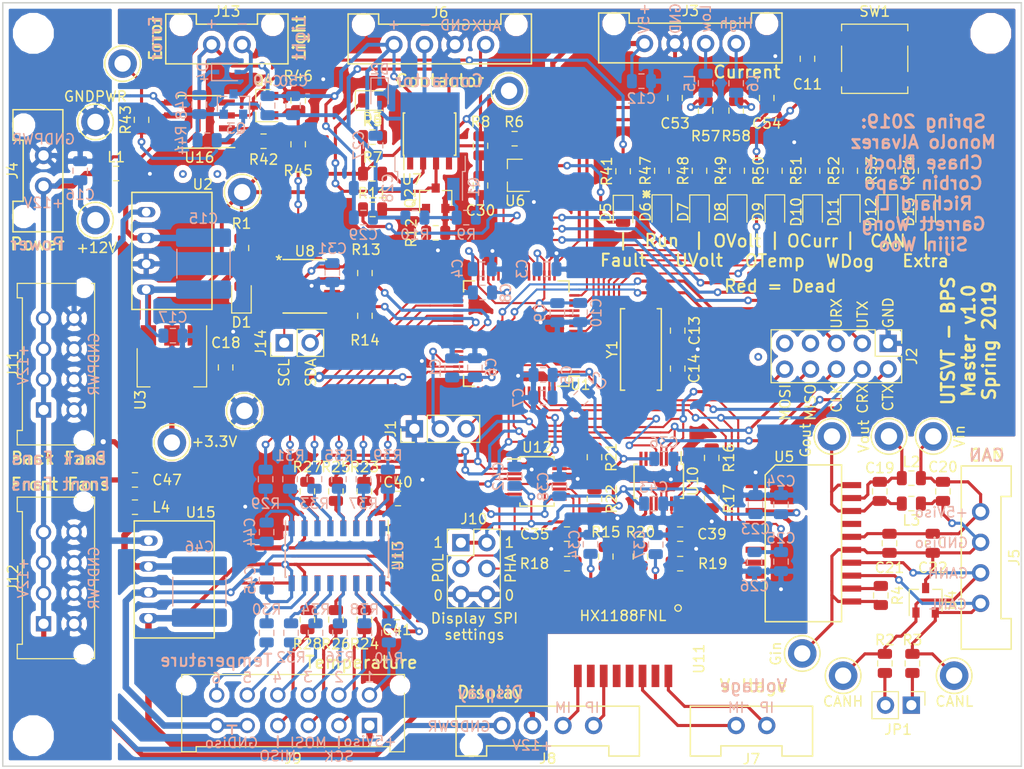
<source format=kicad_pcb>
(kicad_pcb (version 20171130) (host pcbnew "(5.0.0)")
  (layers (0 F.Cu signal) (31 B.Cu signal) (34 B.Paste user) (35 F.Paste user) (36 B.SilkS user) (37 F.SilkS user) (38 B.Mask user) (39 F.Mask user) (44 Edge.Cuts user))
  (net 0 "")
  (net 1 GND)
  (net 2 +3V3)
  (net 3 "Net-(C8-Pad1)")
  (net 4 /NRST)
  (net 5 +5V)
  (net 6 /OSC_OUT)
  (net 7 /OSC_IN)
  (net 8 "Net-(C15-Pad1)")
  (net 9 GNDPWR)
  (net 10 +12V)
  (net 11 "Net-(C34-Pad1)")
  (net 12 "Net-(C35-Pad1)")
  (net 13 "Net-(C37-Pad1)")
  (net 14 "Net-(C39-Pad1)")
  (net 15 +5VL)
  (net 16 "Net-(C46-Pad1)")
  (net 17 "Net-(D1-Pad2)")
  (net 18 "/Contactor Driver/CONTACTOR_V-")
  (net 19 "Net-(D3-Pad2)")
  (net 20 "Net-(D3-Pad1)")
  (net 21 "Net-(D4-Pad2)")
  (net 22 "Net-(D5-Pad1)")
  (net 23 /SWDIO)
  (net 24 /SWCLK)
  (net 25 /SPI1_CLK)
  (net 26 /SPI1_MISO)
  (net 27 /SPI1_MOSI)
  (net 28 /LTC6811_CS)
  (net 29 /DISPLAY_CS)
  (net 30 "Net-(J2-Pad7)")
  (net 31 /I2C3_SDA)
  (net 32 /I2C3_SCL)
  (net 33 /CAN1_RX)
  (net 34 /CAN1_TX)
  (net 35 /UART1_RX)
  (net 36 /UART1_TX)
  (net 37 /ADC1_CH2)
  (net 38 /ADC1_CH3)
  (net 39 /CAN/CAN_L)
  (net 40 /CAN/CAN_H)
  (net 41 "Net-(J6-Pad4)")
  (net 42 "Net-(J7-Pad1)")
  (net 43 "Net-(J7-Pad2)")
  (net 44 "Net-(J9-Pad4)")
  (net 45 "Net-(J9-Pad3)")
  (net 46 "Net-(J9-Pad2)")
  (net 47 /SPI/DISP_POL)
  (net 48 /SPI/DISP_PHA)
  (net 49 "Net-(Q1-Pad1)")
  (net 50 "Net-(Q2-Pad1)")
  (net 51 "Net-(Q3-Pad1)")
  (net 52 "Net-(Q4-Pad1)")
  (net 53 /CAN/TERM_H)
  (net 54 /CAN/TERM_L)
  (net 55 /CAN/RSlope)
  (net 56 "Net-(R7-Pad1)")
  (net 57 "Net-(R9-Pad2)")
  (net 58 /SPI/VOLT_IP)
  (net 59 "Net-(R16-Pad1)")
  (net 60 "Net-(R16-Pad2)")
  (net 61 /SPI/VOLT_IM)
  (net 62 /SPI/DISP_IP)
  (net 63 /SPI/DISP_IM)
  (net 64 "Net-(R21-Pad1)")
  (net 65 "Net-(R21-Pad2)")
  (net 66 "Net-(R23-Pad1)")
  (net 67 "Net-(R24-Pad1)")
  (net 68 "Net-(R25-Pad1)")
  (net 69 "Net-(R26-Pad1)")
  (net 70 "Net-(R27-Pad1)")
  (net 71 "Net-(R28-Pad1)")
  (net 72 /TEMP_CS1)
  (net 73 "Net-(R29-Pad2)")
  (net 74 "Net-(R30-Pad2)")
  (net 75 "Net-(R31-Pad2)")
  (net 76 /TEMP_CS2)
  (net 77 "Net-(R32-Pad2)")
  (net 78 /TEMP_CS3)
  (net 79 "Net-(R33-Pad2)")
  (net 80 "Net-(R34-Pad2)")
  (net 81 /TEMP_CS4)
  (net 82 "Net-(R35-Pad2)")
  (net 83 "Net-(R36-Pad2)")
  (net 84 "Net-(R37-Pad2)")
  (net 85 /TEMP_CS5)
  (net 86 "Net-(R38-Pad2)")
  (net 87 /TEMP_CS6)
  (net 88 "Net-(R39-Pad2)")
  (net 89 "Net-(R40-Pad2)")
  (net 90 "Net-(R42-Pad1)")
  (net 91 "Net-(R43-Pad2)")
  (net 92 /PC1)
  (net 93 /PC0)
  (net 94 /PC2)
  (net 95 /PC3)
  (net 96 /PC4)
  (net 97 /PC5)
  (net 98 /PA5)
  (net 99 /PA6)
  (net 100 "Net-(U1-Pad2)")
  (net 101 "Net-(U1-Pad3)")
  (net 102 "Net-(U1-Pad4)")
  (net 103 "Net-(U1-Pad15)")
  (net 104 "Net-(U1-Pad20)")
  (net 105 "Net-(U1-Pad28)")
  (net 106 "Net-(U1-Pad50)")
  (net 107 "Net-(U1-Pad51)")
  (net 108 "Net-(U1-Pad52)")
  (net 109 "Net-(U1-Pad53)")
  (net 110 "Net-(U1-Pad54)")
  (net 111 "Net-(U5-Pad6)")
  (net 112 "Net-(U5-Pad8)")
  (net 113 "Net-(U5-Pad9)")
  (net 114 "Net-(U5-Pad17)")
  (net 115 "Net-(U7-Pad7)")
  (net 116 "Net-(U7-Pad4)")
  (net 117 "Net-(U7-Pad1)")
  (net 118 "Net-(U11-Pad15)")
  (net 119 "Net-(U11-Pad10)")
  (net 120 "Net-(U13-Pad5)")
  (net 121 "Net-(U13-Pad12)")
  (net 122 "Net-(U16-Pad1)")
  (net 123 "Net-(U16-Pad4)")
  (net 124 "Net-(U16-Pad7)")
  (net 125 GND_A)
  (net 126 "Net-(Q4-Pad3)")
  (net 127 "Net-(J3-Pad3)")
  (net 128 "Net-(J3-Pad4)")
  (net 129 "Net-(C19-Pad2)")
  (net 130 "Net-(C19-Pad1)")
  (net 131 "Net-(C20-Pad1)")
  (net 132 "Net-(C20-Pad2)")
  (net 133 /PB0)
  (net 134 /PB1)
  (net 135 "Net-(U1-Pad29)")
  (net 136 "Net-(U1-Pad44)")
  (net 137 "Net-(U1-Pad45)")
  (net 138 /PA7)
  (net 139 "Net-(J8-Pad1)")
  (net 140 "Net-(J8-Pad2)")
  (net 141 /FAULT)
  (net 142 "Net-(D11-Pad1)")
  (net 143 "Net-(D6-Pad1)")
  (net 144 "Net-(D13-Pad1)")
  (net 145 "Net-(D12-Pad1)")
  (net 146 "Net-(D10-Pad1)")
  (net 147 "Net-(D9-Pad1)")
  (net 148 "Net-(D8-Pad1)")
  (net 149 "Net-(D7-Pad1)")
  (net 150 /RUN)
  (net 151 "Net-(L6-Pad2)")
  (net 152 "Net-(L5-Pad2)")
  (net 153 /SPI/CS1)
  (net 154 /SPI/CS2)
  (net 155 /SPI/CS3)
  (net 156 /SPI/CS4)
  (net 157 /SPI/CS5)
  (net 158 /SPI/CS6)
  (net 159 "Net-(J2-Pad9)")
  (module UTSVT_BPS:HXXXX (layer F.Cu) (at 160.9 137 180)
    (fp_text reference U11 (at -7.45628 -2.45362 270) (layer F.SilkS))
    (fp_text value HX1188FNL (at 0.01894 1.77548 180) (layer F.SilkS))
    (pad 2 smd rect (at -3.175 4.1275 180) (size 0.76 2.2) (layers F.Cu F.Paste F.Mask) (net 13 "Net-(C37-Pad1)"))
    (pad 13 smd rect (at -0.635 -4.1275 180) (size 0.76 2.2) (layers F.Cu F.Paste F.Mask))
    (pad 1 smd rect (at -4.445 4.1275 180) (size 0.76 2.2) (layers F.Cu F.Paste F.Mask) (net 58 /SPI/VOLT_IP))
    (pad 3 smd rect (at -1.905 4.1275 180) (size 0.76 2.2) (layers F.Cu F.Paste F.Mask) (net 61 /SPI/VOLT_IM))
    (pad 4 smd rect (at -0.635 4.1275 180) (size 0.76 2.2) (layers F.Cu F.Paste F.Mask))
    (pad 14 smd rect (at -1.905 -4.1275 180) (size 0.76 2.2) (layers F.Cu F.Paste F.Mask) (net 43 "Net-(J7-Pad2)"))
    (pad 12 smd rect (at 0.635 -4.1275 180) (size 0.76 2.2) (layers F.Cu F.Paste F.Mask))
    (pad 11 smd rect (at 1.905 -4.1275 180) (size 0.76 2.2) (layers F.Cu F.Paste F.Mask) (net 139 "Net-(J8-Pad1)"))
    (pad 6 smd rect (at 1.905 4.1275 180) (size 0.76 2.2) (layers F.Cu F.Paste F.Mask) (net 62 /SPI/DISP_IP))
    (pad 9 smd rect (at 4.445 -4.1275 180) (size 0.76 2.2) (layers F.Cu F.Paste F.Mask) (net 140 "Net-(J8-Pad2)"))
    (pad 5 smd rect (at 0.635 4.1275 180) (size 0.76 2.2) (layers F.Cu F.Paste F.Mask))
    (pad 7 smd rect (at 3.175 4.1275 180) (size 0.76 2.2) (layers F.Cu F.Paste F.Mask) (net 11 "Net-(C34-Pad1)"))
    (pad 10 smd rect (at 3.175 -4.1275 180) (size 0.76 2.2) (layers F.Cu F.Paste F.Mask) (net 119 "Net-(U11-Pad10)"))
    (pad 8 smd rect (at 4.445 4.1275 180) (size 0.76 2.2) (layers F.Cu F.Paste F.Mask) (net 63 /SPI/DISP_IM))
    (pad 15 smd rect (at -3.175 -4.1275 180) (size 0.76 2.2) (layers F.Cu F.Paste F.Mask) (net 118 "Net-(U11-Pad15)"))
    (pad 16 smd rect (at -4.445 -4.1275 180) (size 0.76 2.2) (layers F.Cu F.Paste F.Mask) (net 42 "Net-(J7-Pad1)"))
  )
  (module Connector_PinHeader_2.54mm:PinHeader_2x05_P2.54mm_Vertical (layer F.Cu) (at 186.9186 108.45292 270)
    (fp_text reference J2 (at 1.27 -2.33 270) (layer F.SilkS))
    (fp_text value "Logic Analyzer")
    (pad 1 thru_hole rect (at 0 0 270) (size 1.7 1.7) (drill 1) (layers *.Cu *.Mask) (net 1 GND))
    (pad 2 thru_hole oval (at 2.54 0 270) (size 1.7 1.7) (drill 1) (layers *.Cu *.Mask) (net 34 /CAN1_TX))
    (pad 3 thru_hole oval (at 0 2.54 270) (size 1.7 1.7) (drill 1) (layers *.Cu *.Mask) (net 36 /UART1_TX))
    (pad 4 thru_hole oval (at 2.54 2.54 270) (size 1.7 1.7) (drill 1) (layers *.Cu *.Mask) (net 33 /CAN1_RX))
    (pad 5 thru_hole oval (at 0 5.08 270) (size 1.7 1.7) (drill 1) (layers *.Cu *.Mask) (net 35 /UART1_RX))
    (pad 6 thru_hole oval (at 2.54 5.08 270) (size 1.7 1.7) (drill 1) (layers *.Cu *.Mask) (net 25 /SPI1_CLK))
    (pad 7 thru_hole oval (at 0 7.62 270) (size 1.7 1.7) (drill 1) (layers *.Cu *.Mask) (net 30 "Net-(J2-Pad7)"))
    (pad 8 thru_hole oval (at 2.54 7.62 270) (size 1.7 1.7) (drill 1) (layers *.Cu *.Mask) (net 26 /SPI1_MISO))
    (pad 9 thru_hole oval (at 0 10.16 270) (size 1.7 1.7) (drill 1) (layers *.Cu *.Mask) (net 159 "Net-(J2-Pad9)"))
    (pad 10 thru_hole oval (at 2.54 10.16 270) (size 1.7 1.7) (drill 1) (layers *.Cu *.Mask) (net 27 /SPI1_MOSI))
  )
  (module Connector_PinHeader_2.54mm:PinHeader_1x02_P2.54mm_Vertical (layer F.Cu) (at 127.62992 108.40212 90)
    (fp_text reference J14 (at -0.00508 -2.30124 270) (layer F.SilkS))
    (fp_text value Conn_01x03)
    (pad 1 thru_hole rect (at 0 0 90) (size 1.7 1.7) (drill 1) (layers *.Cu *.Mask) (net 32 /I2C3_SCL))
    (pad 2 thru_hole oval (at 0 2.54 90) (size 1.7 1.7) (drill 1) (layers *.Cu *.Mask) (net 31 /I2C3_SDA))
  )
  (module Inductor_SMD:L_0805_2012Metric (layer B.Cu) (at 169 82.9 270)
    (fp_text reference L5 (at 0 1.55 90) (layer B.SilkS) (effects (justify mirror)))
    (fp_text value 600)
    (pad 2 smd roundrect (at 0.9375 0 270) (size 0.975 1.4) (layers B.Cu B.Paste B.Mask) (net 152 "Net-(L5-Pad2)"))
    (pad 1 smd roundrect (at -0.9375 0 270) (size 0.975 1.4) (layers B.Cu B.Paste B.Mask) (net 127 "Net-(J3-Pad3)"))
  )
  (module Inductor_SMD:L_0805_2012Metric (layer B.Cu) (at 172 82.9 270)
    (fp_text reference L6 (at 0 -1.65 90) (layer B.SilkS) (effects (justify mirror)))
    (fp_text value 600)
    (pad 1 smd roundrect (at -0.9375 0 270) (size 0.975 1.4) (layers B.Cu B.Paste B.Mask) (net 128 "Net-(J3-Pad4)"))
    (pad 2 smd roundrect (at 0.9375 0 270) (size 0.975 1.4) (layers B.Cu B.Paste B.Mask) (net 151 "Net-(L6-Pad2)"))
  )
  (module Package_TO_SOT_SMD:SOT-23 (layer F.Cu) (at 125.6 85.1 180)
    (fp_text reference Q4 (at 0 2.5 180) (layer F.SilkS))
    (fp_text value NVR4003NT3G)
    (pad 3 smd rect (at 1 0 180) (size 0.9 0.8) (layers F.Cu F.Paste F.Mask) (net 126 "Net-(Q4-Pad3)"))
    (pad 2 smd rect (at -1 0.95 180) (size 0.9 0.8) (layers F.Cu F.Paste F.Mask) (net 1 GND))
    (pad 1 smd rect (at -1 -0.95 180) (size 0.9 0.8) (layers F.Cu F.Paste F.Mask) (net 52 "Net-(Q4-Pad1)"))
  )
  (module TestPoint:TestPoint_Keystone_5005-5009_Compact (layer F.Cu) (at 149.7 83.65)
    (fp_text reference TP13 hide)
    (fp_text value ContactorGate_TP)
    (pad 1 thru_hole circle (at 0 0) (size 2.8 2.8) (drill 1.6) (layers *.Cu *.Mask) (net 57 "Net-(R9-Pad2)"))
  )
  (module TestPoint:TestPoint_Keystone_5005-5009_Compact (layer F.Cu) (at 111.76 80.97)
    (fp_text reference TP14 hide)
    (fp_text value StrobeLightGate_TP)
    (pad 1 thru_hole circle (at 0 0) (size 2.8 2.8) (drill 1.6) (layers *.Cu *.Mask) (net 91 "Net-(R43-Pad2)"))
  )
  (module TestPoint:TestPoint_Keystone_5005-5009_Compact (layer F.Cu) (at 109.1 86.7)
    (fp_text reference TP15 hide)
    (fp_text value GNDPWR_TP)
    (pad 1 thru_hole circle (at 0 0) (size 2.8 2.8) (drill 1.6) (layers *.Cu *.Mask) (net 9 GNDPWR))
  )
  (module TestPoint:TestPoint_Keystone_5005-5009_Compact (layer F.Cu) (at 109.1 96.35)
    (fp_text reference TP1 hide)
    (fp_text value +12V_TP)
    (pad 1 thru_hole circle (at 0 0) (size 2.8 2.8) (drill 1.6) (layers *.Cu *.Mask) (net 10 +12V))
  )
  (module LED_SMD:LED_0805_2012Metric (layer F.Cu) (at 190.6 95.55 270)
    (fp_text reference D13 (at 0 1.65 270) (layer F.SilkS))
    (fp_text value Extra)
    (pad 1 smd roundrect (at -0.9375 0 270) (size 0.975 1.4) (layers F.Cu F.Paste F.Mask) (net 144 "Net-(D13-Pad1)"))
    (pad 2 smd roundrect (at 0.9375 0 270) (size 0.975 1.4) (layers F.Cu F.Paste F.Mask) (net 98 /PA5))
  )
  (module Capacitor_SMD:C_0805_2012Metric (layer F.Cu) (at 166 84.35 90)
    (fp_text reference C53 (at -2.5 0 180) (layer F.SilkS))
    (fp_text value 1uF)
    (pad 2 smd roundrect (at 0.9375 0 90) (size 0.975 1.4) (layers F.Cu F.Paste F.Mask) (net 1 GND))
    (pad 1 smd roundrect (at -0.9375 0 90) (size 0.975 1.4) (layers F.Cu F.Paste F.Mask) (net 38 /ADC1_CH3))
  )
  (module Capacitor_SMD:C_0805_2012Metric (layer F.Cu) (at 175 84.35 90)
    (fp_text reference C54 (at -2.5 0 180) (layer F.SilkS))
    (fp_text value 1uF)
    (pad 1 smd roundrect (at -0.9375 0 90) (size 0.975 1.4) (layers F.Cu F.Paste F.Mask) (net 37 /ADC1_CH2))
    (pad 2 smd roundrect (at 0.9375 0 90) (size 0.975 1.4) (layers F.Cu F.Paste F.Mask) (net 1 GND))
  )
  (module Resistor_SMD:R_0805_2012Metric (layer F.Cu) (at 169 85.6 270)
    (fp_text reference R57 (at 2.5 0) (layer F.SilkS))
    (fp_text value 220k)
    (pad 2 smd roundrect (at 0.9375 0 270) (size 0.975 1.4) (layers F.Cu F.Paste F.Mask) (net 38 /ADC1_CH3))
    (pad 1 smd roundrect (at -0.9375 0 270) (size 0.975 1.4) (layers F.Cu F.Paste F.Mask) (net 152 "Net-(L5-Pad2)"))
  )
  (module Resistor_SMD:R_0805_2012Metric (layer F.Cu) (at 172 85.5925 270)
    (fp_text reference R58 (at 2.5 0) (layer F.SilkS))
    (fp_text value 220k)
    (pad 1 smd roundrect (at -0.9375 0 270) (size 0.975 1.4) (layers F.Cu F.Paste F.Mask) (net 151 "Net-(L6-Pad2)"))
    (pad 2 smd roundrect (at 0.9375 0 270) (size 0.975 1.4) (layers F.Cu F.Paste F.Mask) (net 37 /ADC1_CH2))
  )
  (module Capacitor_SMD:C_0805_2012Metric (layer B.Cu) (at 144.119685 110.869438 90)
    (fp_text reference C1 (at -0.018262 -1.626346 270) (layer B.SilkS) (effects (justify mirror)))
    (fp_text value 0.1uF)
    (pad 2 smd roundrect (at 0.937501 0 90) (size 0.975 1.4) (layers B.Cu B.Paste B.Mask) (net 1 GND))
    (pad 1 smd roundrect (at -0.937501 0 90) (size 0.975 1.4) (layers B.Cu B.Paste B.Mask) (net 2 +3V3))
  )
  (module Capacitor_SMD:C_0805_2012Metric (layer B.Cu) (at 156.75 113.83 225)
    (fp_text reference C2 (at -2.35 0 315) (layer B.SilkS) (effects (justify mirror)))
    (fp_text value 0.1uF)
    (pad 1 smd roundrect (at -0.937501 0 225) (size 0.975 1.4) (layers B.Cu B.Paste B.Mask) (net 2 +3V3))
    (pad 2 smd roundrect (at 0.937501 0 225) (size 0.975 1.4) (layers B.Cu B.Paste B.Mask) (net 1 GND))
  )
  (module Capacitor_SMD:C_0805_2012Metric (layer B.Cu) (at 153.418139 101.164982)
    (fp_text reference C3 (at -2.439518 -0.035355 90) (layer B.SilkS) (effects (justify mirror)))
    (fp_text value 0.1uF)
    (pad 2 smd roundrect (at 0.937501 0) (size 0.975 1.4) (layers B.Cu B.Paste B.Mask) (net 1 GND))
    (pad 1 smd roundrect (at -0.937501 0) (size 0.975 1.4) (layers B.Cu B.Paste B.Mask) (net 2 +3V3))
  )
  (module Capacitor_SMD:C_0805_2012Metric (layer B.Cu) (at 147.07244 101.164982)
    (fp_text reference C4 (at -2.422425 -0.070711 90) (layer B.SilkS) (effects (justify mirror)))
    (fp_text value 0.1uF)
    (pad 1 smd roundrect (at -0.937501 0) (size 0.975 1.4) (layers B.Cu B.Paste B.Mask) (net 2 +3V3))
    (pad 2 smd roundrect (at 0.937501 0) (size 0.975 1.4) (layers B.Cu B.Paste B.Mask) (net 1 GND))
  )
  (module Capacitor_SMD:C_0805_2012Metric (layer B.Cu) (at 153.046324 111.559452 180)
    (fp_text reference C5 (at -2.333452 0 270) (layer B.SilkS) (effects (justify mirror)))
    (fp_text value 0.1uF)
    (pad 2 smd roundrect (at 0.937501 0 180) (size 0.975 1.4) (layers B.Cu B.Paste B.Mask) (net 1 GND))
    (pad 1 smd roundrect (at -0.937501 0 180) (size 0.975 1.4) (layers B.Cu B.Paste B.Mask) (net 2 +3V3))
  )
  (module Capacitor_SMD:C_0805_2012Metric (layer B.Cu) (at 146.347072 110.852345 90)
    (fp_text reference C6 (at 0.035355 1.59099 270) (layer B.SilkS) (effects (justify mirror)))
    (fp_text value 0.1uF)
    (pad 1 smd roundrect (at -0.937501 0 90) (size 0.975 1.4) (layers B.Cu B.Paste B.Mask) (net 2 +3V3))
    (pad 2 smd roundrect (at 0.937501 0 90) (size 0.975 1.4) (layers B.Cu B.Paste B.Mask) (net 1 GND))
  )
  (module Capacitor_SMD:C_0805_2012Metric (layer B.Cu) (at 153.029231 113.786838 180)
    (fp_text reference C7 (at 2.404163 0 270) (layer B.SilkS) (effects (justify mirror)))
    (fp_text value 4.7uF)
    (pad 2 smd roundrect (at 0.937501 0 180) (size 0.975 1.4) (layers B.Cu B.Paste B.Mask) (net 1 GND))
    (pad 1 smd roundrect (at -0.937501 0 180) (size 0.975 1.4) (layers B.Cu B.Paste B.Mask) (net 2 +3V3))
  )
  (module Capacitor_SMD:C_0805_2012Metric (layer B.Cu) (at 147.089534 103.463079 180)
    (fp_text reference C8 (at -2.298097 -0.035355 270) (layer B.SilkS) (effects (justify mirror)))
    (fp_text value 2.2uF)
    (pad 1 smd roundrect (at -0.937501 0 180) (size 0.975 1.4) (layers B.Cu B.Paste B.Mask) (net 3 "Net-(C8-Pad1)"))
    (pad 2 smd roundrect (at 0.937501 0 180) (size 0.975 1.4) (layers B.Cu B.Paste B.Mask) (net 1 GND))
  )
  (module Capacitor_SMD:C_0805_2012Metric (layer B.Cu) (at 154.443444 105.442978 270)
    (fp_text reference C9 (at 0 1.697056 90) (layer B.SilkS) (effects (justify mirror)))
    (fp_text value 0.1uF)
    (pad 1 smd roundrect (at -0.937501 0 270) (size 0.975 1.4) (layers B.Cu B.Paste B.Mask) (net 2 +3V3))
    (pad 2 smd roundrect (at 0.937501 0 270) (size 0.975 1.4) (layers B.Cu B.Paste B.Mask) (net 1 GND))
  )
  (module Capacitor_SMD:C_0805_2012Metric (layer B.Cu) (at 156.670831 105.425884 270)
    (fp_text reference C10 (at 0.017094 -1.59099 90) (layer B.SilkS) (effects (justify mirror)))
    (fp_text value 1uF)
    (pad 2 smd roundrect (at 0.937501 0 270) (size 0.975 1.4) (layers B.Cu B.Paste B.Mask) (net 1 GND))
    (pad 1 smd roundrect (at -0.937501 0 270) (size 0.975 1.4) (layers B.Cu B.Paste B.Mask) (net 2 +3V3))
  )
  (module Capacitor_SMD:C_0805_2012Metric (layer F.Cu) (at 179 80.5 90)
    (fp_text reference C11 (at -2.5 0 -180) (layer F.SilkS))
    (fp_text value 0.1uF)
    (pad 1 smd roundrect (at -0.9375 0 90) (size 0.975 1.4) (layers F.Cu F.Paste F.Mask) (net 4 /NRST))
    (pad 2 smd roundrect (at 0.9375 0 90) (size 0.975 1.4) (layers F.Cu F.Paste F.Mask) (net 1 GND))
  )
  (module Capacitor_SMD:C_0805_2012Metric (layer B.Cu) (at 162.7 82.7 180)
    (fp_text reference C12 (at 0 -1.7 180) (layer B.SilkS) (effects (justify mirror)))
    (fp_text value 0.1uF)
    (pad 1 smd roundrect (at -0.9375 0 180) (size 0.975 1.4) (layers B.Cu B.Paste B.Mask) (net 1 GND))
    (pad 2 smd roundrect (at 0.9375 0 180) (size 0.975 1.4) (layers B.Cu B.Paste B.Mask) (net 5 +5V))
  )
  (module Capacitor_SMD:C_0805_2012Metric (layer F.Cu) (at 166.258736 107.206651 270)
    (fp_text reference C13 (at 0 -1.65 270) (layer F.SilkS))
    (fp_text value 6pF)
    (pad 2 smd roundrect (at 0.937501 0 270) (size 0.975 1.4) (layers F.Cu F.Paste F.Mask) (net 1 GND))
    (pad 1 smd roundrect (at -0.937501 0 270) (size 0.975 1.4) (layers F.Cu F.Paste F.Mask) (net 6 /OSC_OUT))
  )
  (module Capacitor_SMD:C_0805_2012Metric (layer F.Cu) (at 166.258736 110.936055 90)
    (fp_text reference C14 (at 0 1.626346 90) (layer F.SilkS))
    (fp_text value 6pF)
    (pad 1 smd roundrect (at -0.937501 0 90) (size 0.975 1.4) (layers F.Cu F.Paste F.Mask) (net 7 /OSC_IN))
    (pad 2 smd roundrect (at 0.937501 0 90) (size 0.975 1.4) (layers F.Cu F.Paste F.Mask) (net 1 GND))
  )
  (module Capacitor_SMD:C_2220_5650Metric (layer B.Cu) (at 119.7 100.625 270)
    (fp_text reference C15 (at -4.425 0 180) (layer B.SilkS) (effects (justify mirror)))
    (fp_text value 470pF)
    (pad 2 smd roundrect (at 2.55 0 270) (size 1.8 5.4) (layers B.Cu B.Paste B.Mask) (roundrect_rratio 0.138889) (net 5 +5V))
    (pad 1 smd roundrect (at -2.55 0 270) (size 1.8 5.4) (layers B.Cu B.Paste B.Mask) (roundrect_rratio 0.138889) (net 8 "Net-(C15-Pad1)"))
  )
  (module Capacitor_SMD:C_0805_2012Metric (layer B.Cu) (at 107.6 91.5 90)
    (fp_text reference C16 (at -2.35 0 180) (layer B.SilkS) (effects (justify mirror)))
    (fp_text value 4.7uF)
    (pad 2 smd roundrect (at 0.9375 0 90) (size 0.975 1.4) (layers B.Cu B.Paste B.Mask) (net 9 GNDPWR))
    (pad 1 smd roundrect (at -0.9375 0 90) (size 0.975 1.4) (layers B.Cu B.Paste B.Mask) (net 10 +12V))
  )
  (module Capacitor_SMD:C_0805_2012Metric (layer B.Cu) (at 116.7 107.7)
    (fp_text reference C17 (at 0 -1.8) (layer B.SilkS) (effects (justify mirror)))
    (fp_text value 0.1uF)
    (pad 1 smd roundrect (at -0.9375 0) (size 0.975 1.4) (layers B.Cu B.Paste B.Mask) (net 5 +5V))
    (pad 2 smd roundrect (at 0.9375 0) (size 0.975 1.4) (layers B.Cu B.Paste B.Mask) (net 1 GND))
  )
  (module Capacitor_SMD:C_0805_2012Metric (layer F.Cu) (at 121.875 110.825 90)
    (fp_text reference C18 (at 2.425 0.025 180) (layer F.SilkS))
    (fp_text value 10uF)
    (pad 2 smd roundrect (at 0.9375 0 90) (size 0.975 1.4) (layers F.Cu F.Paste F.Mask) (net 1 GND))
    (pad 1 smd roundrect (at -0.9375 0 90) (size 0.975 1.4) (layers F.Cu F.Paste F.Mask) (net 2 +3V3))
  )
  (module Capacitor_SMD:C_0805_2012Metric (layer F.Cu) (at 186.1 123 270)
    (fp_text reference C19 (at -2.3 0) (layer F.SilkS))
    (fp_text value 10uF)
    (pad 1 smd roundrect (at -0.9375 0 270) (size 0.975 1.4) (layers F.Cu F.Paste F.Mask) (net 130 "Net-(C19-Pad1)"))
    (pad 2 smd roundrect (at 0.9375 0 270) (size 0.975 1.4) (layers F.Cu F.Paste F.Mask) (net 129 "Net-(C19-Pad2)"))
  )
  (module Capacitor_SMD:C_0805_2012Metric (layer F.Cu) (at 192.3 123 270)
    (fp_text reference C20 (at -2.4 0) (layer F.SilkS))
    (fp_text value 0.22uF)
    (pad 2 smd roundrect (at 0.9375 0 270) (size 0.975 1.4) (layers F.Cu F.Paste F.Mask) (net 132 "Net-(C20-Pad2)"))
    (pad 1 smd roundrect (at -0.9375 0 270) (size 0.975 1.4) (layers F.Cu F.Paste F.Mask) (net 131 "Net-(C20-Pad1)"))
  )
  (module Capacitor_SMD:C_0805_2012Metric (layer F.Cu) (at 187.05 128.1 270)
    (fp_text reference C21 (at 2.4 0) (layer F.SilkS))
    (fp_text value 0.1uF)
    (pad 1 smd roundrect (at -0.9375 0 270) (size 0.975 1.4) (layers F.Cu F.Paste F.Mask) (net 131 "Net-(C20-Pad1)"))
    (pad 2 smd roundrect (at 0.9375 0 270) (size 0.975 1.4) (layers F.Cu F.Paste F.Mask) (net 132 "Net-(C20-Pad2)"))
  )
  (module Capacitor_SMD:C_0805_2012Metric (layer F.Cu) (at 191.3 128.1 270)
    (fp_text reference C22 (at 2.4 0) (layer F.SilkS))
    (fp_text value 0.01uF)
    (pad 2 smd roundrect (at 0.9375 0 270) (size 0.975 1.4) (layers F.Cu F.Paste F.Mask) (net 132 "Net-(C20-Pad2)"))
    (pad 1 smd roundrect (at -0.9375 0 270) (size 0.975 1.4) (layers F.Cu F.Paste F.Mask) (net 131 "Net-(C20-Pad1)"))
  )
  (module Capacitor_SMD:C_0805_2012Metric (layer B.Cu) (at 173.9 124.3 90)
    (fp_text reference C23 (at -2.4 0 180) (layer B.SilkS) (effects (justify mirror)))
    (fp_text value 10uF)
    (pad 1 smd roundrect (at -0.9375 0 90) (size 0.975 1.4) (layers B.Cu B.Paste B.Mask) (net 5 +5V))
    (pad 2 smd roundrect (at 0.9375 0 90) (size 0.975 1.4) (layers B.Cu B.Paste B.Mask) (net 1 GND))
  )
  (module Capacitor_SMD:C_0805_2012Metric (layer B.Cu) (at 176.4 124.3 90)
    (fp_text reference C24 (at 2.3 0) (layer B.SilkS) (effects (justify mirror)))
    (fp_text value 0.1uF)
    (pad 2 smd roundrect (at 0.9375 0 90) (size 0.975 1.4) (layers B.Cu B.Paste B.Mask) (net 1 GND))
    (pad 1 smd roundrect (at -0.9375 0 90) (size 0.975 1.4) (layers B.Cu B.Paste B.Mask) (net 5 +5V))
  )
  (module Capacitor_SMD:C_0805_2012Metric (layer B.Cu) (at 176.4 129.9 270)
    (fp_text reference C25 (at -2.3 0) (layer B.SilkS) (effects (justify mirror)))
    (fp_text value 0.1uF)
    (pad 1 smd roundrect (at -0.9375 0 270) (size 0.975 1.4) (layers B.Cu B.Paste B.Mask) (net 2 +3V3))
    (pad 2 smd roundrect (at 0.9375 0 270) (size 0.975 1.4) (layers B.Cu B.Paste B.Mask) (net 1 GND))
  )
  (module Capacitor_SMD:C_0805_2012Metric (layer B.Cu) (at 173.8 129.9 270)
    (fp_text reference C26 (at 2.4 0) (layer B.SilkS) (effects (justify mirror)))
    (fp_text value 0.01uF)
    (pad 2 smd roundrect (at 0.9375 0 270) (size 0.975 1.4) (layers B.Cu B.Paste B.Mask) (net 1 GND))
    (pad 1 smd roundrect (at -0.9375 0 270) (size 0.975 1.4) (layers B.Cu B.Paste B.Mask) (net 2 +3V3))
  )
  (module Capacitor_SMD:C_0805_2012Metric (layer B.Cu) (at 136.6 89 90)
    (fp_text reference C27 (at 0.01 -1.66 270) (layer B.SilkS) (effects (justify mirror)))
    (fp_text value 1uF)
    (pad 2 smd roundrect (at 0.9375 0 90) (size 0.975 1.4) (layers B.Cu B.Paste B.Mask) (net 10 +12V))
    (pad 1 smd roundrect (at -0.9375 0 90) (size 0.975 1.4) (layers B.Cu B.Paste B.Mask) (net 9 GNDPWR))
  )
  (module Capacitor_SMD:C_0805_2012Metric (layer B.Cu) (at 135.4 93.2)
    (fp_text reference C28 (at 2.4 0 90) (layer B.SilkS) (effects (justify mirror)))
    (fp_text value 10uF)
    (pad 2 smd roundrect (at 0.9375 0) (size 0.975 1.4) (layers B.Cu B.Paste B.Mask) (net 9 GNDPWR))
    (pad 1 smd roundrect (at -0.9375 0) (size 0.975 1.4) (layers B.Cu B.Paste B.Mask) (net 10 +12V))
  )
  (module Capacitor_SMD:C_0805_2012Metric (layer B.Cu) (at 135.4 96.1)
    (fp_text reference C29 (at 0 1.67 180) (layer B.SilkS) (effects (justify mirror)))
    (fp_text value 0.1uF)
    (pad 1 smd roundrect (at -0.9375 0) (size 0.975 1.4) (layers B.Cu B.Paste B.Mask) (net 10 +12V))
    (pad 2 smd roundrect (at 0.9375 0) (size 0.975 1.4) (layers B.Cu B.Paste B.Mask) (net 9 GNDPWR))
  )
  (module Capacitor_SMD:C_0805_2012Metric (layer F.Cu) (at 146.9 92.95 270)
    (fp_text reference C30 (at 2.45 0) (layer F.SilkS))
    (fp_text value 1uF)
    (pad 1 smd roundrect (at -0.9375 0 270) (size 0.975 1.4) (layers F.Cu F.Paste F.Mask) (net 134 /PB1))
    (pad 2 smd roundrect (at 0.9375 0 270) (size 0.975 1.4) (layers F.Cu F.Paste F.Mask) (net 1 GND))
  )
  (module Capacitor_SMD:C_0805_2012Metric (layer B.Cu) (at 132.35 101.5125 270)
    (fp_text reference C31 (at -2.3625 0) (layer B.SilkS) (effects (justify mirror)))
    (fp_text value 0.1uF)
    (pad 1 smd roundrect (at -0.9375 0 270) (size 0.975 1.4) (layers B.Cu B.Paste B.Mask) (net 2 +3V3))
    (pad 2 smd roundrect (at 0.9375 0 270) (size 0.975 1.4) (layers B.Cu B.Paste B.Mask) (net 1 GND))
  )
  (module Capacitor_SMD:C_0805_2012Metric (layer B.Cu) (at 157.7 128.2 90)
    (fp_text reference C34 (at 0 -1.575 270) (layer B.SilkS) (effects (justify mirror)))
    (fp_text value 0.01uF)
    (pad 2 smd roundrect (at 0.9375 0 90) (size 0.975 1.4) (layers B.Cu B.Paste B.Mask) (net 1 GND))
    (pad 1 smd roundrect (at -0.9375 0 90) (size 0.975 1.4) (layers B.Cu B.Paste B.Mask) (net 11 "Net-(C34-Pad1)"))
  )
  (module Capacitor_SMD:C_0805_2012Metric (layer F.Cu) (at 155.3875 127.2 180)
    (fp_text reference C35 (at 3.1625 0 180) (layer F.SilkS))
    (fp_text value 0.01uF)
    (pad 1 smd roundrect (at -0.9375 0 180) (size 0.975 1.4) (layers F.Cu F.Paste F.Mask) (net 12 "Net-(C35-Pad1)"))
    (pad 2 smd roundrect (at 0.9375 0 180) (size 0.975 1.4) (layers F.Cu F.Paste F.Mask) (net 1 GND))
  )
  (module Capacitor_SMD:C_0805_2012Metric (layer B.Cu) (at 164.9 119.8)
    (fp_text reference C36 (at 0 -1.6) (layer B.SilkS) (effects (justify mirror)))
    (fp_text value 0.1uF)
    (pad 2 smd roundrect (at 0.9375 0) (size 0.975 1.4) (layers B.Cu B.Paste B.Mask) (net 1 GND))
    (pad 1 smd roundrect (at -0.9375 0) (size 0.975 1.4) (layers B.Cu B.Paste B.Mask) (net 2 +3V3))
  )
  (module Capacitor_SMD:C_0805_2012Metric (layer B.Cu) (at 164.1 128.225 90)
    (fp_text reference C37 (at 0 -1.575 90) (layer B.SilkS) (effects (justify mirror)))
    (fp_text value 0.01uF)
    (pad 2 smd roundrect (at 0.9375 0 90) (size 0.975 1.4) (layers B.Cu B.Paste B.Mask) (net 1 GND))
    (pad 1 smd roundrect (at -0.9375 0 90) (size 0.975 1.4) (layers B.Cu B.Paste B.Mask) (net 13 "Net-(C37-Pad1)"))
  )
  (module Capacitor_SMD:C_0805_2012Metric (layer B.Cu) (at 154.65 122.52 90)
    (fp_text reference C38 (at 0 -1.6 90) (layer B.SilkS) (effects (justify mirror)))
    (fp_text value 0.1uF)
    (pad 1 smd roundrect (at -0.9375 0 90) (size 0.975 1.4) (layers B.Cu B.Paste B.Mask) (net 5 +5V))
    (pad 2 smd roundrect (at 0.9375 0 90) (size 0.975 1.4) (layers B.Cu B.Paste B.Mask) (net 1 GND))
  )
  (module Capacitor_SMD:C_0805_2012Metric (layer F.Cu) (at 166.5 127.2)
    (fp_text reference C39 (at 3.125 0) (layer F.SilkS))
    (fp_text value 0.01uF)
    (pad 1 smd roundrect (at -0.9375 0) (size 0.975 1.4) (layers F.Cu F.Paste F.Mask) (net 14 "Net-(C39-Pad1)"))
    (pad 2 smd roundrect (at 0.9375 0) (size 0.975 1.4) (layers F.Cu F.Paste F.Mask) (net 1 GND))
  )
  (module Capacitor_SMD:C_0805_2012Metric (layer F.Cu) (at 138.8 123.7 180)
    (fp_text reference C40 (at 0 1.6) (layer F.SilkS))
    (fp_text value 0.1uF)
    (pad 1 smd roundrect (at -0.9375 0 180) (size 0.975 1.4) (layers F.Cu F.Paste F.Mask) (net 5 +5V))
    (pad 2 smd roundrect (at 0.9375 0 180) (size 0.975 1.4) (layers F.Cu F.Paste F.Mask) (net 1 GND))
  )
  (module Capacitor_SMD:C_0805_2012Metric (layer F.Cu) (at 138.7 134.9 180)
    (fp_text reference C41 (at 0 -1.7 180) (layer F.SilkS))
    (fp_text value 0.1uF)
    (pad 2 smd roundrect (at 0.9375 0 180) (size 0.975 1.4) (layers F.Cu F.Paste F.Mask) (net 125 GND_A))
    (pad 1 smd roundrect (at -0.9375 0 180) (size 0.975 1.4) (layers F.Cu F.Paste F.Mask) (net 15 +5VL))
  )
  (module Capacitor_SMD:C_0805_2012Metric (layer B.Cu) (at 150.25 121.52 90)
    (fp_text reference C42 (at 0 -1.6 90) (layer B.SilkS) (effects (justify mirror)))
    (fp_text value 0.1uF)
    (pad 1 smd roundrect (at -0.9375 0 90) (size 0.975 1.4) (layers B.Cu B.Paste B.Mask) (net 2 +3V3))
    (pad 2 smd roundrect (at 0.9375 0 90) (size 0.975 1.4) (layers B.Cu B.Paste B.Mask) (net 1 GND))
  )
  (module Capacitor_SMD:C_0805_2012Metric (layer B.Cu) (at 163.9 124.2)
    (fp_text reference C43 (at 0 -1.6) (layer B.SilkS) (effects (justify mirror)))
    (fp_text value 0.1uF)
    (pad 2 smd roundrect (at 0.9375 0) (size 0.975 1.4) (layers B.Cu B.Paste B.Mask) (net 1 GND))
    (pad 1 smd roundrect (at -0.9375 0) (size 0.975 1.4) (layers B.Cu B.Paste B.Mask) (net 5 +5V))
  )
  (module Capacitor_SMD:C_0805_2012Metric (layer B.Cu) (at 125.9 127 270)
    (fp_text reference C44 (at 0 1.65 270) (layer B.SilkS) (effects (justify mirror)))
    (fp_text value 0.1uF)
    (pad 1 smd roundrect (at -0.9375 0 270) (size 0.975 1.4) (layers B.Cu B.Paste B.Mask) (net 5 +5V))
    (pad 2 smd roundrect (at 0.9375 0 270) (size 0.975 1.4) (layers B.Cu B.Paste B.Mask) (net 1 GND))
  )
  (module Capacitor_SMD:C_0805_2012Metric (layer B.Cu) (at 125.9 131.7 90)
    (fp_text reference C45 (at 0 -1.6 90) (layer B.SilkS) (effects (justify mirror)))
    (fp_text value 0.1uF)
    (pad 2 smd roundrect (at 0.9375 0 90) (size 0.975 1.4) (layers B.Cu B.Paste B.Mask) (net 125 GND_A))
    (pad 1 smd roundrect (at -0.9375 0 90) (size 0.975 1.4) (layers B.Cu B.Paste B.Mask) (net 15 +5VL))
  )
  (module Capacitor_SMD:C_2220_5650Metric (layer B.Cu) (at 119.3 132.85 270)
    (fp_text reference C46 (at -4.4 0 180) (layer B.SilkS) (effects (justify mirror)))
    (fp_text value 470pF)
    (pad 1 smd roundrect (at -2.55 0 270) (size 1.8 5.4) (layers B.Cu B.Paste B.Mask) (roundrect_rratio 0.138889) (net 16 "Net-(C46-Pad1)"))
    (pad 2 smd roundrect (at 2.55 0 270) (size 1.8 5.4) (layers B.Cu B.Paste B.Mask) (roundrect_rratio 0.138889) (net 15 +5VL))
  )
  (module Capacitor_SMD:C_0805_2012Metric (layer F.Cu) (at 112.975 121.875)
    (fp_text reference C47 (at 3.15 0 180) (layer F.SilkS))
    (fp_text value 4.7uF)
    (pad 2 smd roundrect (at 0.9375 0) (size 0.975 1.4) (layers F.Cu F.Paste F.Mask) (net 9 GNDPWR))
    (pad 1 smd roundrect (at -0.9375 0) (size 0.975 1.4) (layers F.Cu F.Paste F.Mask) (net 10 +12V))
  )
  (module Capacitor_SMD:C_0805_2012Metric (layer B.Cu) (at 119.3 85 90)
    (fp_text reference C48 (at -0.05 -1.75 90) (layer B.SilkS) (effects (justify mirror)))
    (fp_text value 1uF)
    (pad 1 smd roundrect (at -0.9375 0 90) (size 0.975 1.4) (layers B.Cu B.Paste B.Mask) (net 9 GNDPWR))
    (pad 2 smd roundrect (at 0.9375 0 90) (size 0.975 1.4) (layers B.Cu B.Paste B.Mask) (net 10 +12V))
  )
  (module Capacitor_SMD:C_0805_2012Metric (layer B.Cu) (at 126 85.1 270)
    (fp_text reference C49 (at -2.4 0) (layer B.SilkS) (effects (justify mirror)))
    (fp_text value 10uF)
    (pad 2 smd roundrect (at 0.9375 0 270) (size 0.975 1.4) (layers B.Cu B.Paste B.Mask) (net 9 GNDPWR))
    (pad 1 smd roundrect (at -0.9375 0 270) (size 0.975 1.4) (layers B.Cu B.Paste B.Mask) (net 10 +12V))
  )
  (module Capacitor_SMD:C_0805_2012Metric (layer B.Cu) (at 128.5 85.1 270)
    (fp_text reference C50 (at -2.4 -0.05) (layer B.SilkS) (effects (justify mirror)))
    (fp_text value 0.1uF)
    (pad 2 smd roundrect (at 0.9375 0 270) (size 0.975 1.4) (layers B.Cu B.Paste B.Mask) (net 9 GNDPWR))
    (pad 1 smd roundrect (at -0.9375 0 270) (size 0.975 1.4) (layers B.Cu B.Paste B.Mask) (net 10 +12V))
  )
  (module LED_SMD:LED_0805_2012Metric (layer F.Cu) (at 123.43 103.79 90)
    (fp_text reference D1 (at -2.6 0) (layer F.SilkS))
    (fp_text value PowerOn)
    (pad 2 smd roundrect (at 0.9375 0 90) (size 0.975 1.4) (layers F.Cu F.Paste F.Mask) (net 17 "Net-(D1-Pad2)"))
    (pad 1 smd roundrect (at -0.9375 0 90) (size 0.975 1.4) (layers F.Cu F.Paste F.Mask) (net 1 GND))
  )
  (module Diode_SMD:D_SOD-323 (layer B.Cu) (at 136.99 83.88 270)
    (fp_text reference D2 (at -2.35 0 180) (layer B.SilkS) (effects (justify mirror)))
    (fp_text value 1N4148WS)
    (pad 1 smd rect (at -1.05 0 270) (size 0.6 0.45) (layers B.Cu B.Paste B.Mask) (net 10 +12V))
    (pad 2 smd rect (at 1.05 0 270) (size 0.6 0.45) (layers B.Cu B.Paste B.Mask) (net 18 "/Contactor Driver/CONTACTOR_V-"))
  )
  (module LED_SMD:LED_0805_2012Metric (layer F.Cu) (at 136.30148 84.6)
    (fp_text reference D3 (at 0 1.7 -180) (layer F.SilkS))
    (fp_text value ContactorEn)
    (pad 2 smd roundrect (at 0.9375 0) (size 0.975 1.4) (layers F.Cu F.Paste F.Mask) (net 19 "Net-(D3-Pad2)"))
    (pad 1 smd roundrect (at -0.9375 0) (size 0.975 1.4) (layers F.Cu F.Paste F.Mask) (net 20 "Net-(D3-Pad1)"))
  )
  (module Diode_SMD:D_SOD-323 (layer B.Cu) (at 122 81.8)
    (fp_text reference D4 (at -2.35 0 90) (layer B.SilkS) (effects (justify mirror)))
    (fp_text value 1N4148WS)
    (pad 2 smd rect (at 1.05 0) (size 0.6 0.45) (layers B.Cu B.Paste B.Mask) (net 21 "Net-(D4-Pad2)"))
    (pad 1 smd rect (at -1.05 0) (size 0.6 0.45) (layers B.Cu B.Paste B.Mask) (net 10 +12V))
  )
  (module LED_SMD:LED_0805_2012Metric (layer F.Cu) (at 160.895 95.6 270)
    (fp_text reference D5 (at 0 1.695 90) (layer F.SilkS))
    (fp_text value Fault)
    (pad 2 smd roundrect (at 0.9375 0 270) (size 0.975 1.4) (layers F.Cu F.Paste F.Mask) (net 5 +5V))
    (pad 1 smd roundrect (at -0.9375 0 270) (size 0.975 1.4) (layers F.Cu F.Paste F.Mask) (net 22 "Net-(D5-Pad1)"))
  )
  (module LED_SMD:LED_0805_2012Metric (layer F.Cu) (at 164.7 95.55 270)
    (fp_text reference D6 (at 0 1.6 90) (layer F.SilkS))
    (fp_text value Heartbeat)
    (pad 2 smd roundrect (at 0.9375 0 270) (size 0.975 1.4) (layers F.Cu F.Paste F.Mask) (net 150 /RUN))
    (pad 1 smd roundrect (at -0.9375 0 270) (size 0.975 1.4) (layers F.Cu F.Paste F.Mask) (net 143 "Net-(D6-Pad1)"))
  )
  (module LED_SMD:LED_0805_2012Metric (layer F.Cu) (at 168.4 95.5625 270)
    (fp_text reference D7 (at 0 1.6 90) (layer F.SilkS))
    (fp_text value UVolt)
    (pad 1 smd roundrect (at -0.9375 0 270) (size 0.975 1.4) (layers F.Cu F.Paste F.Mask) (net 149 "Net-(D7-Pad1)"))
    (pad 2 smd roundrect (at 0.9375 0 270) (size 0.975 1.4) (layers F.Cu F.Paste F.Mask) (net 95 /PC3))
  )
  (module LED_SMD:LED_0805_2012Metric (layer F.Cu) (at 172.1 95.55 270)
    (fp_text reference D8 (at 0 1.65 270) (layer F.SilkS))
    (fp_text value OVolt)
    (pad 2 smd roundrect (at 0.9375 0 270) (size 0.975 1.4) (layers F.Cu F.Paste F.Mask) (net 94 /PC2))
    (pad 1 smd roundrect (at -0.9375 0 270) (size 0.975 1.4) (layers F.Cu F.Paste F.Mask) (net 148 "Net-(D8-Pad1)"))
  )
  (module LED_SMD:LED_0805_2012Metric (layer F.Cu) (at 175.8 95.55 270)
    (fp_text reference D9 (at 0 1.65 270) (layer F.SilkS))
    (fp_text value OTemp)
    (pad 1 smd roundrect (at -0.9375 0 270) (size 0.975 1.4) (layers F.Cu F.Paste F.Mask) (net 147 "Net-(D9-Pad1)"))
    (pad 2 smd roundrect (at 0.9375 0 270) (size 0.975 1.4) (layers F.Cu F.Paste F.Mask) (net 92 /PC1))
  )
  (module LED_SMD:LED_0805_2012Metric (layer F.Cu) (at 179.5 95.55 270)
    (fp_text reference D10 (at 0 1.6 270) (layer F.SilkS))
    (fp_text value OCurr)
    (pad 2 smd roundrect (at 0.9375 0 270) (size 0.975 1.4) (layers F.Cu F.Paste F.Mask) (net 93 /PC0))
    (pad 1 smd roundrect (at -0.9375 0 270) (size 0.975 1.4) (layers F.Cu F.Paste F.Mask) (net 146 "Net-(D10-Pad1)"))
  )
  (module LED_SMD:LED_0805_2012Metric (layer F.Cu) (at 183.2 95.55 270)
    (fp_text reference D11 (at 0 1.65 270) (layer F.SilkS))
    (fp_text value WDError)
    (pad 1 smd roundrect (at -0.9375 0 270) (size 0.975 1.4) (layers F.Cu F.Paste F.Mask) (net 142 "Net-(D11-Pad1)"))
    (pad 2 smd roundrect (at 0.9375 0 270) (size 0.975 1.4) (layers F.Cu F.Paste F.Mask) (net 138 /PA7))
  )
  (module LED_SMD:LED_0805_2012Metric (layer F.Cu) (at 186.9 95.55 270)
    (fp_text reference D12 (at 0 1.65 270) (layer F.SilkS))
    (fp_text value CANError)
    (pad 1 smd roundrect (at -0.9375 0 270) (size 0.975 1.4) (layers F.Cu F.Paste F.Mask) (net 145 "Net-(D12-Pad1)"))
    (pad 2 smd roundrect (at 0.9375 0 270) (size 0.975 1.4) (layers F.Cu F.Paste F.Mask) (net 99 /PA6))
  )
  (module Connector_PinHeader_2.54mm:PinHeader_1x03_P2.54mm_Vertical (layer F.Cu) (at 140.41 116.85 90)
    (fp_text reference J1 (at 0 -2.33 90) (layer F.SilkS))
    (fp_text value SWD)
    (pad 1 thru_hole rect (at 0 0 90) (size 1.7 1.7) (drill 1) (layers *.Cu *.Mask) (net 1 GND))
    (pad 2 thru_hole oval (at 0 2.54 90) (size 1.7 1.7) (drill 1) (layers *.Cu *.Mask) (net 23 /SWDIO))
    (pad 3 thru_hole oval (at 0 5.08 90) (size 1.7 1.7) (drill 1) (layers *.Cu *.Mask) (net 24 /SWCLK))
  )
  (module UTSVT_Connectors:Molex_MicroFit3.0_1x4xP3.00mm_PolarizingPeg_Vertical (layer F.Cu) (at 163 79)
    (fp_text reference J3 (at 4.5 -3.2) (layer F.SilkS))
    (fp_text value CurrentSlaveConnector)
    (pad "" np_thru_hole circle (at -3 -1.96) (size 1.27 1.27) (drill 1.27) (layers *.Cu *.Mask))
    (pad 3 thru_hole circle (at 6 0) (size 1.7 1.7) (drill 1.02) (layers *.Cu *.Mask) (net 127 "Net-(J3-Pad3)"))
    (pad 2 thru_hole circle (at 3 0) (size 1.7 1.7) (drill 1.02) (layers *.Cu *.Mask) (net 1 GND))
    (pad 1 thru_hole circle (at 0 0) (size 1.7 1.7) (drill 1.02) (layers *.Cu *.Mask) (net 5 +5V))
    (pad "" np_thru_hole circle (at 12 -1.96) (size 1.27 1.27) (drill 1.27) (layers *.Cu *.Mask))
    (pad 4 thru_hole circle (at 9 0) (size 1.7 1.7) (drill 1.02) (layers *.Cu *.Mask) (net 128 "Net-(J3-Pad4)"))
  )
  (module UTSVT_Connectors:Molex_MicroFit3.0_1x2xP3.00mm_PolarizingPeg_Vertical (layer F.Cu) (at 104 93 90)
    (fp_text reference J4 (at 1.5 -3.05 90) (layer F.SilkS))
    (fp_text value CarPowerConnector)
    (pad "" np_thru_hole circle (at 6 -1.96 90) (size 1.27 1.27) (drill 1.27) (layers *.Cu *.Mask))
    (pad 1 thru_hole circle (at 0 0 90) (size 1.7 1.7) (drill 1.02) (layers *.Cu *.Mask) (net 10 +12V))
    (pad 2 thru_hole circle (at 3 0 90) (size 1.7 1.7) (drill 1.02) (layers *.Cu *.Mask) (net 9 GNDPWR))
    (pad "" np_thru_hole circle (at -3 -1.96 90) (size 1.27 1.27) (drill 1.27) (layers *.Cu *.Mask))
  )
  (module UTSVT_Connectors:Molex_MicroFit3.0_1x4xP3.00mm_PolarizingPeg_Vertical (layer F.Cu) (at 196 125 270)
    (fp_text reference J5 (at 4.5 -3.3 270) (layer F.SilkS))
    (fp_text value CAN_Out)
    (pad 4 thru_hole circle (at 9 0 270) (size 1.7 1.7) (drill 1.02) (layers *.Cu *.Mask) (net 39 /CAN/CAN_L))
    (pad "" np_thru_hole circle (at 12 -1.96 270) (size 1.27 1.27) (drill 1.27) (layers *.Cu *.Mask))
    (pad 1 thru_hole circle (at 0 0 270) (size 1.7 1.7) (drill 1.02) (layers *.Cu *.Mask) (net 131 "Net-(C20-Pad1)"))
    (pad 2 thru_hole circle (at 3 0 270) (size 1.7 1.7) (drill 1.02) (layers *.Cu *.Mask) (net 132 "Net-(C20-Pad2)"))
    (pad 3 thru_hole circle (at 6 0 270) (size 1.7 1.7) (drill 1.02) (layers *.Cu *.Mask) (net 40 /CAN/CAN_H))
    (pad "" np_thru_hole circle (at -3 -1.96 270) (size 1.27 1.27) (drill 1.27) (layers *.Cu *.Mask))
  )
  (module UTSVT_Connectors:Molex_MicroFit3.0_1x4xP3.00mm_PolarizingPeg_Vertical (layer F.Cu) (at 138.4 79.1)
    (fp_text reference J6 (at 4.5 -3.15) (layer F.SilkS))
    (fp_text value ContactorConnector)
    (pad "" np_thru_hole circle (at -3 -1.96) (size 1.27 1.27) (drill 1.27) (layers *.Cu *.Mask))
    (pad 3 thru_hole circle (at 6 0) (size 1.7 1.7) (drill 1.02) (layers *.Cu *.Mask) (net 1 GND))
    (pad 2 thru_hole circle (at 3 0) (size 1.7 1.7) (drill 1.02) (layers *.Cu *.Mask) (net 18 "/Contactor Driver/CONTACTOR_V-"))
    (pad 1 thru_hole circle (at 0 0) (size 1.7 1.7) (drill 1.02) (layers *.Cu *.Mask) (net 10 +12V))
    (pad "" np_thru_hole circle (at 12 -1.96) (size 1.27 1.27) (drill 1.27) (layers *.Cu *.Mask))
    (pad 4 thru_hole circle (at 9 0) (size 1.7 1.7) (drill 1.02) (layers *.Cu *.Mask) (net 41 "Net-(J6-Pad4)"))
  )
  (module UTSVT_Connectors:Molex_MicroFit3.0_1x2xP3.00mm_PolarizingPeg_Vertical (layer F.Cu) (at 175 146 180)
    (fp_text reference J7 (at 1.5 -3.3 180) (layer F.SilkS))
    (fp_text value VoltageSlaveConnector)
    (pad "" np_thru_hole circle (at 6 -1.96 180) (size 1.27 1.27) (drill 1.27) (layers *.Cu *.Mask))
    (pad 1 thru_hole circle (at 0 0 180) (size 1.7 1.7) (drill 1.02) (layers *.Cu *.Mask) (net 42 "Net-(J7-Pad1)"))
    (pad 2 thru_hole circle (at 3 0 180) (size 1.7 1.7) (drill 1.02) (layers *.Cu *.Mask) (net 43 "Net-(J7-Pad2)"))
    (pad "" np_thru_hole circle (at -3 -1.96 180) (size 1.27 1.27) (drill 1.27) (layers *.Cu *.Mask))
  )
  (module UTSVT_Connectors:Molex_MicroFit3.0_1x4xP3.00mm_PolarizingPeg_Vertical (layer F.Cu) (at 158 146 180)
    (fp_text reference J8 (at 4.5 -3.25 180) (layer F.SilkS))
    (fp_text value DisplayConnector)
    (pad 4 thru_hole circle (at 9 0 180) (size 1.7 1.7) (drill 1.02) (layers *.Cu *.Mask) (net 9 GNDPWR))
    (pad "" np_thru_hole circle (at 12 -1.96 180) (size 1.27 1.27) (drill 1.27) (layers *.Cu *.Mask))
    (pad 1 thru_hole circle (at 0 0 180) (size 1.7 1.7) (drill 1.02) (layers *.Cu *.Mask) (net 139 "Net-(J8-Pad1)"))
    (pad 2 thru_hole circle (at 3 0 180) (size 1.7 1.7) (drill 1.02) (layers *.Cu *.Mask) (net 140 "Net-(J8-Pad2)"))
    (pad 3 thru_hole circle (at 6 0 180) (size 1.7 1.7) (drill 1.02) (layers *.Cu *.Mask) (net 10 +12V))
    (pad "" np_thru_hole circle (at -3 -1.96 180) (size 1.27 1.27) (drill 1.27) (layers *.Cu *.Mask))
  )
  (module UTSVT_Connectors:Molex_MicroFit3.0_2x6xP3.00mm_PolarizingPeg_Vertical (layer F.Cu) (at 136 146 180)
    (fp_text reference J9 (at 7.5 -3.25 180) (layer F.SilkS))
    (fp_text value TempSlaveConnector)
    (pad 12 thru_hole circle (at 15 3 180) (size 1.5 1.5) (drill 1) (layers *.Cu *.Mask) (net 153 /SPI/CS1))
    (pad 11 thru_hole circle (at 12 3 180) (size 1.5 1.5) (drill 1) (layers *.Cu *.Mask) (net 154 /SPI/CS2))
    (pad 10 thru_hole circle (at 9 3 180) (size 1.5 1.5) (drill 1) (layers *.Cu *.Mask) (net 155 /SPI/CS3))
    (pad 9 thru_hole circle (at 6 3 180) (size 1.5 1.5) (drill 1) (layers *.Cu *.Mask) (net 156 /SPI/CS4))
    (pad 8 thru_hole circle (at 3 3 180) (size 1.5 1.5) (drill 1) (layers *.Cu *.Mask) (net 157 /SPI/CS5))
    (pad 7 thru_hole circle (at 0 3 180) (size 1.5 1.5) (drill 1) (layers *.Cu *.Mask) (net 158 /SPI/CS6))
    (pad 6 thru_hole circle (at 15 0 180) (size 1.5 1.5) (drill 1) (layers *.Cu *.Mask) (net 125 GND_A))
    (pad 5 thru_hole circle (at 12 0 180) (size 1.5 1.5) (drill 1) (layers *.Cu *.Mask) (net 125 GND_A))
    (pad 4 thru_hole circle (at 9 0 180) (size 1.5 1.5) (drill 1) (layers *.Cu *.Mask) (net 44 "Net-(J9-Pad4)"))
    (pad 3 thru_hole circle (at 6 0 180) (size 1.5 1.5) (drill 1) (layers *.Cu *.Mask) (net 45 "Net-(J9-Pad3)"))
    (pad 2 thru_hole circle (at 3 0 180) (size 1.5 1.5) (drill 1) (layers *.Cu *.Mask) (net 46 "Net-(J9-Pad2)"))
    (pad 1 thru_hole rect (at 0 0 180) (size 1.5 1.5) (drill 1) (layers *.Cu *.Mask) (net 15 +5VL))
    (pad "" np_thru_hole circle (at 18 3.94 180) (size 1 1) (drill 1) (layers *.Cu *.Mask))
    (pad "" np_thru_hole circle (at -3 3.94 180) (size 1 1) (drill 1) (layers *.Cu *.Mask))
  )
  (module Connector_PinHeader_2.54mm:PinHeader_2x03_P2.54mm_Vertical (layer F.Cu) (at 144.975 128.04)
    (fp_text reference J10 (at 1.27 -2.33) (layer F.SilkS))
    (fp_text value DisplayJumper)
    (pad 1 thru_hole rect (at 0 0) (size 1.7 1.7) (drill 1) (layers *.Cu *.Mask) (net 2 +3V3))
    (pad 2 thru_hole oval (at 2.54 0) (size 1.7 1.7) (drill 1) (layers *.Cu *.Mask) (net 2 +3V3))
    (pad 3 thru_hole oval (at 0 2.54) (size 1.7 1.7) (drill 1) (layers *.Cu *.Mask) (net 47 /SPI/DISP_POL))
    (pad 4 thru_hole oval (at 2.54 2.54) (size 1.7 1.7) (drill 1) (layers *.Cu *.Mask) (net 48 /SPI/DISP_PHA))
    (pad 5 thru_hole oval (at 0 5.08) (size 1.7 1.7) (drill 1) (layers *.Cu *.Mask) (net 1 GND))
    (pad 6 thru_hole oval (at 2.54 5.08) (size 1.7 1.7) (drill 1) (layers *.Cu *.Mask) (net 1 GND))
  )
  (module UTSVT_Connectors:Molex_MicroFit3.0_1x2xP3.00mm_PolarizingPeg_Vertical (layer F.Cu) (at 120.5 79.1)
    (fp_text reference J13 (at 1.5 -3.25) (layer F.SilkS))
    (fp_text value ErrorLightConnector)
    (pad "" np_thru_hole circle (at -3 -1.96) (size 1.27 1.27) (drill 1.27) (layers *.Cu *.Mask))
    (pad 2 thru_hole circle (at 3 0) (size 1.7 1.7) (drill 1.02) (layers *.Cu *.Mask) (net 21 "Net-(D4-Pad2)"))
    (pad 1 thru_hole circle (at 0 0) (size 1.7 1.7) (drill 1.02) (layers *.Cu *.Mask) (net 10 +12V))
    (pad "" np_thru_hole circle (at 6 -1.96) (size 1.27 1.27) (drill 1.27) (layers *.Cu *.Mask))
  )
  (module Inductor_SMD:L_0805_2012Metric (layer F.Cu) (at 111.13 91.77)
    (fp_text reference L1 (at 0 -1.61) (layer F.SilkS))
    (fp_text value 10uH)
    (pad 1 smd roundrect (at -0.9375 0) (size 0.975 1.4) (layers F.Cu F.Paste F.Mask) (net 10 +12V))
    (pad 2 smd roundrect (at 0.9375 0) (size 0.975 1.4) (layers F.Cu F.Paste F.Mask) (net 8 "Net-(C15-Pad1)"))
  )
  (module Inductor_SMD:L_0805_2012Metric (layer F.Cu) (at 189.2 121.7 180)
    (fp_text reference L2 (at 0 1.6 180) (layer F.SilkS))
    (fp_text value 2kH)
    (pad 1 smd roundrect (at -0.9375 0 180) (size 0.975 1.4) (layers F.Cu F.Paste F.Mask) (net 131 "Net-(C20-Pad1)"))
    (pad 2 smd roundrect (at 0.9375 0 180) (size 0.975 1.4) (layers F.Cu F.Paste F.Mask) (net 130 "Net-(C19-Pad1)"))
  )
  (module Inductor_SMD:L_0805_2012Metric (layer F.Cu) (at 189.2 124.2 180)
    (fp_text reference L3 (at 0 -1.65 180) (layer F.SilkS))
    (fp_text value 2kH)
    (pad 2 smd roundrect (at 0.9375 0 180) (size 0.975 1.4) (layers F.Cu F.Paste F.Mask) (net 129 "Net-(C19-Pad2)"))
    (pad 1 smd roundrect (at -0.9375 0 180) (size 0.975 1.4) (layers F.Cu F.Paste F.Mask) (net 132 "Net-(C20-Pad2)"))
  )
  (module Inductor_SMD:L_0805_2012Metric (layer F.Cu) (at 112.975 124.55)
    (fp_text reference L4 (at 2.575 0 -180) (layer F.SilkS))
    (fp_text value 10uH)
    (pad 2 smd roundrect (at 0.9375 0) (size 0.975 1.4) (layers F.Cu F.Paste F.Mask) (net 16 "Net-(C46-Pad1)"))
    (pad 1 smd roundrect (at -0.9375 0) (size 0.975 1.4) (layers F.Cu F.Paste F.Mask) (net 10 +12V))
  )
  (module MountingHole:MountingHole_3mm (layer F.Cu) (at 103 78)
    (fp_text reference MH1)
    (fp_text value MountingHole)
    (pad 1 np_thru_hole circle (at 0 0) (size 3 3) (drill 3) (layers *.Cu *.Mask))
  )
  (module MountingHole:MountingHole_3mm (layer F.Cu) (at 197 78)
    (fp_text reference MH2)
    (fp_text value MountingHole)
    (pad 1 np_thru_hole circle (at 0 0) (size 3 3) (drill 3) (layers *.Cu *.Mask))
  )
  (module MountingHole:MountingHole_3mm (layer F.Cu) (at 197 147)
    (fp_text reference MH3)
    (fp_text value MountingHole)
    (pad 1 np_thru_hole circle (at 0 0) (size 3 3) (drill 3) (layers *.Cu *.Mask))
  )
  (module MountingHole:MountingHole_3mm (layer F.Cu) (at 103 147)
    (fp_text reference MH4)
    (fp_text value MountingHole)
    (pad 1 np_thru_hole circle (at 0 0) (size 3 3) (drill 3) (layers *.Cu *.Mask))
  )
  (module Package_TO_SOT_SMD:TO-252-2 (layer B.Cu) (at 141.95 89.1 90)
    (fp_text reference Q1 (at -4 4.3 90) (layer B.SilkS) (effects (justify mirror)))
    (fp_text value VND5N07-E)
    (pad 1 smd rect (at -4.2 2.28 90) (size 2.2 1.2) (layers B.Cu B.Paste B.Mask) (net 49 "Net-(Q1-Pad1)"))
    (pad 3 smd rect (at -4.2 -2.28 90) (size 2.2 1.2) (layers B.Cu B.Paste B.Mask) (net 9 GNDPWR))
    (pad 2 smd rect (at 2.1 0 90) (size 6.4 5.8) (layers B.Cu B.Mask) (net 18 "/Contactor Driver/CONTACTOR_V-"))
  )
  (module Package_TO_SOT_SMD:SOT-23 (layer F.Cu) (at 142.5 94.2 90)
    (fp_text reference Q2 (at 0 -2.5 90) (layer F.SilkS))
    (fp_text value NVR4003NT3G)
    (pad 3 smd rect (at 1 0 90) (size 0.9 0.8) (layers F.Cu F.Paste F.Mask) (net 20 "Net-(D3-Pad1)"))
    (pad 2 smd rect (at -1 0.95 90) (size 0.9 0.8) (layers F.Cu F.Paste F.Mask) (net 1 GND))
    (pad 1 smd rect (at -1 -0.95 90) (size 0.9 0.8) (layers F.Cu F.Paste F.Mask) (net 50 "Net-(Q2-Pad1)"))
  )
  (module Package_TO_SOT_SMD:SOT-23 (layer B.Cu) (at 122.65 84.95 90)
    (fp_text reference Q3 (at -2.4 0.25 180) (layer B.SilkS) (effects (justify mirror)))
    (fp_text value NVR4003NT3G)
    (pad 1 smd rect (at -1 0.95 90) (size 0.9 0.8) (layers B.Cu B.Paste B.Mask) (net 51 "Net-(Q3-Pad1)"))
    (pad 2 smd rect (at -1 -0.95 90) (size 0.9 0.8) (layers B.Cu B.Paste B.Mask) (net 9 GNDPWR))
    (pad 3 smd rect (at 1 0 90) (size 0.9 0.8) (layers B.Cu B.Paste B.Mask) (net 21 "Net-(D4-Pad2)"))
  )
  (module Resistor_SMD:R_0805_2012Metric (layer F.Cu) (at 123.43 99.09 270)
    (fp_text reference R1 (at -2.4 0) (layer F.SilkS))
    (fp_text value 1.5k)
    (pad 2 smd roundrect (at 0.9375 0 270) (size 0.975 1.4) (layers F.Cu F.Paste F.Mask) (net 17 "Net-(D1-Pad2)"))
    (pad 1 smd roundrect (at -0.9375 0 270) (size 0.975 1.4) (layers F.Cu F.Paste F.Mask) (net 5 +5V))
  )
  (module Resistor_SMD:R_0805_2012Metric (layer F.Cu) (at 186.6 139.9 90)
    (fp_text reference R2 (at 2.3 0 180) (layer F.SilkS))
    (fp_text value 60)
    (pad 2 smd roundrect (at 0.9375 0 90) (size 0.975 1.4) (layers F.Cu F.Paste F.Mask) (net 40 /CAN/CAN_H))
    (pad 1 smd roundrect (at -0.9375 0 90) (size 0.975 1.4) (layers F.Cu F.Paste F.Mask) (net 53 /CAN/TERM_H))
  )
  (module Resistor_SMD:R_0805_2012Metric (layer F.Cu) (at 189.3 139.9 90)
    (fp_text reference R3 (at 2.3 0 180) (layer F.SilkS))
    (fp_text value 60)
    (pad 2 smd roundrect (at 0.9375 0 90) (size 0.975 1.4) (layers F.Cu F.Paste F.Mask) (net 39 /CAN/CAN_L))
    (pad 1 smd roundrect (at -0.9375 0 90) (size 0.975 1.4) (layers F.Cu F.Paste F.Mask) (net 54 /CAN/TERM_L))
  )
  (module Resistor_SMD:R_0805_2012Metric (layer F.Cu) (at 186.2 133.225 270)
    (fp_text reference R4 (at 0 -1.65 270) (layer F.SilkS))
    (fp_text value 0)
    (pad 2 smd roundrect (at 0.9375 0 270) (size 0.975 1.4) (layers F.Cu F.Paste F.Mask) (net 132 "Net-(C20-Pad2)"))
    (pad 1 smd roundrect (at -0.9375 0 270) (size 0.975 1.4) (layers F.Cu F.Paste F.Mask) (net 55 /CAN/RSlope))
  )
  (module Resistor_SMD:R_0805_2012Metric (layer F.Cu) (at 136.3 88.2)
    (fp_text reference R5 (at 0 -1.6) (layer F.SilkS))
    (fp_text value 1.5k)
    (pad 2 smd roundrect (at 0.9375 0) (size 0.975 1.4) (layers F.Cu F.Paste F.Mask) (net 19 "Net-(D3-Pad2)"))
    (pad 1 smd roundrect (at -0.9375 0) (size 0.975 1.4) (layers F.Cu F.Paste F.Mask) (net 5 +5V))
  )
  (module Resistor_SMD:R_0805_2012Metric (layer F.Cu) (at 150.25 88.35)
    (fp_text reference R6 (at -0.05 -1.65) (layer F.SilkS))
    (fp_text value 4.7k)
    (pad 1 smd roundrect (at -0.9375 0) (size 0.975 1.4) (layers F.Cu F.Paste F.Mask) (net 41 "Net-(J6-Pad4)"))
    (pad 2 smd roundrect (at 0.9375 0) (size 0.975 1.4) (layers F.Cu F.Paste F.Mask) (net 5 +5V))
  )
  (module Resistor_SMD:R_0805_2012Metric (layer F.Cu) (at 136.3 91.8 180)
    (fp_text reference R7 (at 0 1.6) (layer F.SilkS))
    (fp_text value 470)
    (pad 2 smd roundrect (at 0.9375 0 180) (size 0.975 1.4) (layers F.Cu F.Paste F.Mask) (net 5 +5V))
    (pad 1 smd roundrect (at -0.9375 0 180) (size 0.975 1.4) (layers F.Cu F.Paste F.Mask) (net 56 "Net-(R7-Pad1)"))
  )
  (module Resistor_SMD:R_0805_2012Metric (layer F.Cu) (at 146.9 89.05 90)
    (fp_text reference R8 (at 2.35 0 180) (layer F.SilkS))
    (fp_text value 1k)
    (pad 2 smd roundrect (at 0.9375 0 90) (size 0.975 1.4) (layers F.Cu F.Paste F.Mask) (net 41 "Net-(J6-Pad4)"))
    (pad 1 smd roundrect (at -0.9375 0 90) (size 0.975 1.4) (layers F.Cu F.Paste F.Mask) (net 134 /PB1))
  )
  (module Resistor_SMD:R_0805_2012Metric (layer B.Cu) (at 145.5 96.1)
    (fp_text reference R9 (at 0 1.66) (layer B.SilkS) (effects (justify mirror)))
    (fp_text value 0)
    (pad 1 smd roundrect (at -0.9375 0) (size 0.975 1.4) (layers B.Cu B.Paste B.Mask) (net 49 "Net-(Q1-Pad1)"))
    (pad 2 smd roundrect (at 0.9375 0) (size 0.975 1.4) (layers B.Cu B.Paste B.Mask) (net 57 "Net-(R9-Pad2)"))
  )
  (module Resistor_SMD:R_0805_2012Metric (layer B.Cu) (at 140.46 96.1 180)
    (fp_text reference R10 (at 0 -1.66) (layer B.SilkS) (effects (justify mirror)))
    (fp_text value 100k)
    (pad 2 smd roundrect (at 0.9375 0 180) (size 0.975 1.4) (layers B.Cu B.Paste B.Mask) (net 9 GNDPWR))
    (pad 1 smd roundrect (at -0.9375 0 180) (size 0.975 1.4) (layers B.Cu B.Paste B.Mask) (net 49 "Net-(Q1-Pad1)"))
  )
  (module Resistor_SMD:R_0805_2012Metric (layer F.Cu) (at 136.3 95.3 180)
    (fp_text reference R11 (at 0 1.6) (layer F.SilkS))
    (fp_text value 0)
    (pad 2 smd roundrect (at 0.9375 0 180) (size 0.975 1.4) (layers F.Cu F.Paste F.Mask) (net 133 /PB0))
    (pad 1 smd roundrect (at -0.9375 0 180) (size 0.975 1.4) (layers F.Cu F.Paste F.Mask) (net 50 "Net-(Q2-Pad1)"))
  )
  (module Resistor_SMD:R_0805_2012Metric (layer F.Cu) (at 142.5 97.6)
    (fp_text reference R12 (at -2.4 0 90) (layer F.SilkS))
    (fp_text value 100k)
    (pad 1 smd roundrect (at -0.9375 0) (size 0.975 1.4) (layers F.Cu F.Paste F.Mask) (net 50 "Net-(Q2-Pad1)"))
    (pad 2 smd roundrect (at 0.9375 0) (size 0.975 1.4) (layers F.Cu F.Paste F.Mask) (net 1 GND))
  )
  (module Resistor_SMD:R_0805_2012Metric (layer F.Cu) (at 135.55 101.55 270)
    (fp_text reference R13 (at -2.3 -0.1) (layer F.SilkS))
    (fp_text value 4.7k)
    (pad 2 smd roundrect (at 0.9375 0 270) (size 0.975 1.4) (layers F.Cu F.Paste F.Mask) (net 32 /I2C3_SCL))
    (pad 1 smd roundrect (at -0.9375 0 270) (size 0.975 1.4) (layers F.Cu F.Paste F.Mask) (net 2 +3V3))
  )
  (module Resistor_SMD:R_0805_2012Metric (layer F.Cu) (at 135.55 105.75 90)
    (fp_text reference R14 (at -2.4 0 180) (layer F.SilkS))
    (fp_text value 4.7k)
    (pad 2 smd roundrect (at 0.9375 0 90) (size 0.975 1.4) (layers F.Cu F.Paste F.Mask) (net 31 /I2C3_SDA))
    (pad 1 smd roundrect (at -0.9375 0 90) (size 0.975 1.4) (layers F.Cu F.Paste F.Mask) (net 2 +3V3))
  )
  (module Resistor_SMD:R_0805_2012Metric (layer F.Cu) (at 159.2 129.4 90)
    (fp_text reference R15 (at 2.4 0 180) (layer F.SilkS))
    (fp_text value 49.9)
    (pad 1 smd roundrect (at -0.9375 0 90) (size 0.975 1.4) (layers F.Cu F.Paste F.Mask) (net 62 /SPI/DISP_IP))
    (pad 2 smd roundrect (at 0.9375 0 90) (size 0.975 1.4) (layers F.Cu F.Paste F.Mask) (net 12 "Net-(C35-Pad1)"))
  )
  (module Resistor_SMD:R_0805_2012Metric (layer F.Cu) (at 169.6 119.71 90)
    (fp_text reference R16 (at 0 1.69 90) (layer F.SilkS))
    (fp_text value 806)
    (pad 1 smd roundrect (at -0.9375 0 90) (size 0.975 1.4) (layers F.Cu F.Paste F.Mask) (net 59 "Net-(R16-Pad1)"))
    (pad 2 smd roundrect (at 0.9375 0 90) (size 0.975 1.4) (layers F.Cu F.Paste F.Mask) (net 60 "Net-(R16-Pad2)"))
  )
  (module Resistor_SMD:R_0805_2012Metric (layer F.Cu) (at 169.6 123.71 90)
    (fp_text reference R17 (at 0 1.7 90) (layer F.SilkS))
    (fp_text value 1.21k)
    (pad 2 smd roundrect (at 0.9375 0 90) (size 0.975 1.4) (layers F.Cu F.Paste F.Mask) (net 59 "Net-(R16-Pad1)"))
    (pad 1 smd roundrect (at -0.9375 0 90) (size 0.975 1.4) (layers F.Cu F.Paste F.Mask) (net 1 GND))
  )
  (module Resistor_SMD:R_0805_2012Metric (layer F.Cu) (at 155.4 130.1 180)
    (fp_text reference R18 (at 3.2 0) (layer F.SilkS))
    (fp_text value 49.9)
    (pad 2 smd roundrect (at 0.9375 0 180) (size 0.975 1.4) (layers F.Cu F.Paste F.Mask) (net 12 "Net-(C35-Pad1)"))
    (pad 1 smd roundrect (at -0.9375 0 180) (size 0.975 1.4) (layers F.Cu F.Paste F.Mask) (net 63 /SPI/DISP_IM))
  )
  (module Resistor_SMD:R_0805_2012Metric (layer F.Cu) (at 166.5 130.1)
    (fp_text reference R19 (at 3.2 0 180) (layer F.SilkS))
    (fp_text value 49.9)
    (pad 1 smd roundrect (at -0.9375 0) (size 0.975 1.4) (layers F.Cu F.Paste F.Mask) (net 58 /SPI/VOLT_IP))
    (pad 2 smd roundrect (at 0.9375 0) (size 0.975 1.4) (layers F.Cu F.Paste F.Mask) (net 14 "Net-(C39-Pad1)"))
  )
  (module Resistor_SMD:R_0805_2012Metric (layer F.Cu) (at 162.6 129.4 90)
    (fp_text reference R20 (at 2.4 0 180) (layer F.SilkS))
    (fp_text value 49.9)
    (pad 2 smd roundrect (at 0.9375 0 90) (size 0.975 1.4) (layers F.Cu F.Paste F.Mask) (net 14 "Net-(C39-Pad1)"))
    (pad 1 smd roundrect (at -0.9375 0 90) (size 0.975 1.4) (layers F.Cu F.Paste F.Mask) (net 61 /SPI/VOLT_IM))
  )
  (module Resistor_SMD:R_0805_2012Metric (layer F.Cu) (at 158.09 119.64 90)
    (fp_text reference R21 (at 0 1.66 90) (layer F.SilkS))
    (fp_text value 806)
    (pad 1 smd roundrect (at -0.9375 0 90) (size 0.975 1.4) (layers F.Cu F.Paste F.Mask) (net 64 "Net-(R21-Pad1)"))
    (pad 2 smd roundrect (at 0.9375 0 90) (size 0.975 1.4) (layers F.Cu F.Paste F.Mask) (net 65 "Net-(R21-Pad2)"))
  )
  (module Resistor_SMD:R_0805_2012Metric (layer F.Cu) (at 158.09 123.74 90)
    (fp_text reference R22 (at 0 1.69 90) (layer F.SilkS))
    (fp_text value 1.21k)
    (pad 2 smd roundrect (at 0.9375 0 90) (size 0.975 1.4) (layers F.Cu F.Paste F.Mask) (net 64 "Net-(R21-Pad1)"))
    (pad 1 smd roundrect (at -0.9375 0 90) (size 0.975 1.4) (layers F.Cu F.Paste F.Mask) (net 1 GND))
  )
  (module Resistor_SMD:R_0805_2012Metric (layer F.Cu) (at 135.5 123 90)
    (fp_text reference R23 (at 2.4 0 180) (layer F.SilkS))
    (fp_text value 50)
    (pad 1 smd roundrect (at -0.9375 0 90) (size 0.975 1.4) (layers F.Cu F.Paste F.Mask) (net 66 "Net-(R23-Pad1)"))
    (pad 2 smd roundrect (at 0.9375 0 90) (size 0.975 1.4) (layers F.Cu F.Paste F.Mask) (net 25 /SPI1_CLK))
  )
  (module Resistor_SMD:R_0805_2012Metric (layer F.Cu) (at 135.5 135.6 270)
    (fp_text reference R24 (at 2.4 0) (layer F.SilkS))
    (fp_text value 50)
    (pad 1 smd roundrect (at -0.9375 0 270) (size 0.975 1.4) (layers F.Cu F.Paste F.Mask) (net 67 "Net-(R24-Pad1)"))
    (pad 2 smd roundrect (at 0.9375 0 270) (size 0.975 1.4) (layers F.Cu F.Paste F.Mask) (net 46 "Net-(J9-Pad2)"))
  )
  (module Resistor_SMD:R_0805_2012Metric (layer F.Cu) (at 132.7 123 90)
    (fp_text reference R25 (at 2.4 0 180) (layer F.SilkS))
    (fp_text value 50)
    (pad 2 smd roundrect (at 0.9375 0 90) (size 0.975 1.4) (layers F.Cu F.Paste F.Mask) (net 27 /SPI1_MOSI))
    (pad 1 smd roundrect (at -0.9375 0 90) (size 0.975 1.4) (layers F.Cu F.Paste F.Mask) (net 68 "Net-(R25-Pad1)"))
  )
  (module Resistor_SMD:R_0805_2012Metric (layer F.Cu) (at 132.7 135.6 270)
    (fp_text reference R26 (at 2.4 0) (layer F.SilkS))
    (fp_text value 50)
    (pad 1 smd roundrect (at -0.9375 0 270) (size 0.975 1.4) (layers F.Cu F.Paste F.Mask) (net 69 "Net-(R26-Pad1)"))
    (pad 2 smd roundrect (at 0.9375 0 270) (size 0.975 1.4) (layers F.Cu F.Paste F.Mask) (net 45 "Net-(J9-Pad3)"))
  )
  (module Resistor_SMD:R_0805_2012Metric (layer F.Cu) (at 129.9 123 90)
    (fp_text reference R27 (at 2.4 0 180) (layer F.SilkS))
    (fp_text value 50)
    (pad 1 smd roundrect (at -0.9375 0 90) (size 0.975 1.4) (layers F.Cu F.Paste F.Mask) (net 70 "Net-(R27-Pad1)"))
    (pad 2 smd roundrect (at 0.9375 0 90) (size 0.975 1.4) (layers F.Cu F.Paste F.Mask) (net 26 /SPI1_MISO))
  )
  (module Resistor_SMD:R_0805_2012Metric (layer F.Cu) (at 129.9 135.6 270)
    (fp_text reference R28 (at 2.4 0) (layer F.SilkS))
    (fp_text value 50)
    (pad 1 smd roundrect (at -0.9375 0 270) (size 0.975 1.4) (layers F.Cu F.Paste F.Mask) (net 71 "Net-(R28-Pad1)"))
    (pad 2 smd roundrect (at 0.9375 0 270) (size 0.975 1.4) (layers F.Cu F.Paste F.Mask) (net 44 "Net-(J9-Pad4)"))
  )
  (module Resistor_SMD:R_0805_2012Metric (layer B.Cu) (at 125.8 121.8 270)
    (fp_text reference R29 (at 2.4 0) (layer B.SilkS) (effects (justify mirror)))
    (fp_text value 50)
    (pad 1 smd roundrect (at -0.9375 0 270) (size 0.975 1.4) (layers B.Cu B.Paste B.Mask) (net 72 /TEMP_CS1))
    (pad 2 smd roundrect (at 0.9375 0 270) (size 0.975 1.4) (layers B.Cu B.Paste B.Mask) (net 73 "Net-(R29-Pad2)"))
  )
  (module Resistor_SMD:R_0805_2012Metric (layer B.Cu) (at 125.9 136.9 90)
    (fp_text reference R30 (at 2.3 0 180) (layer B.SilkS) (effects (justify mirror)))
    (fp_text value 50)
    (pad 2 smd roundrect (at 0.9375 0 90) (size 0.975 1.4) (layers B.Cu B.Paste B.Mask) (net 74 "Net-(R30-Pad2)"))
    (pad 1 smd roundrect (at -0.9375 0 90) (size 0.975 1.4) (layers B.Cu B.Paste B.Mask) (net 153 /SPI/CS1))
  )
  (module Resistor_SMD:R_0805_2012Metric (layer B.Cu) (at 128.2 121.8 270)
    (fp_text reference R31 (at -2.319918 0) (layer B.SilkS) (effects (justify mirror)))
    (fp_text value 50)
    (pad 2 smd roundrect (at 0.9375 0 270) (size 0.975 1.4) (layers B.Cu B.Paste B.Mask) (net 75 "Net-(R31-Pad2)"))
    (pad 1 smd roundrect (at -0.9375 0 270) (size 0.975 1.4) (layers B.Cu B.Paste B.Mask) (net 76 /TEMP_CS2))
  )
  (module Resistor_SMD:R_0805_2012Metric (layer B.Cu) (at 128.3 136.9 90)
    (fp_text reference R32 (at -2.4 0 180) (layer B.SilkS) (effects (justify mirror)))
    (fp_text value 50)
    (pad 1 smd roundrect (at -0.9375 0 90) (size 0.975 1.4) (layers B.Cu B.Paste B.Mask) (net 154 /SPI/CS2))
    (pad 2 smd roundrect (at 0.9375 0 90) (size 0.975 1.4) (layers B.Cu B.Paste B.Mask) (net 77 "Net-(R32-Pad2)"))
  )
  (module Resistor_SMD:R_0805_2012Metric (layer B.Cu) (at 130.6 121.8 270)
    (fp_text reference R33 (at 2.4 0) (layer B.SilkS) (effects (justify mirror)))
    (fp_text value 50)
    (pad 1 smd roundrect (at -0.9375 0 270) (size 0.975 1.4) (layers B.Cu B.Paste B.Mask) (net 78 /TEMP_CS3))
    (pad 2 smd roundrect (at 0.9375 0 270) (size 0.975 1.4) (layers B.Cu B.Paste B.Mask) (net 79 "Net-(R33-Pad2)"))
  )
  (module Resistor_SMD:R_0805_2012Metric (layer B.Cu) (at 130.7 136.9 90)
    (fp_text reference R34 (at 2.3 0 180) (layer B.SilkS) (effects (justify mirror)))
    (fp_text value 50)
    (pad 1 smd roundrect (at -0.9375 0 90) (size 0.975 1.4) (layers B.Cu B.Paste B.Mask) (net 155 /SPI/CS3))
    (pad 2 smd roundrect (at 0.9375 0 90) (size 0.975 1.4) (layers B.Cu B.Paste B.Mask) (net 80 "Net-(R34-Pad2)"))
  )
  (module Resistor_SMD:R_0805_2012Metric (layer B.Cu) (at 133 121.8 270)
    (fp_text reference R35 (at -2.3 0) (layer B.SilkS) (effects (justify mirror)))
    (fp_text value 50)
    (pad 1 smd roundrect (at -0.9375 0 270) (size 0.975 1.4) (layers B.Cu B.Paste B.Mask) (net 81 /TEMP_CS4))
    (pad 2 smd roundrect (at 0.9375 0 270) (size 0.975 1.4) (layers B.Cu B.Paste B.Mask) (net 82 "Net-(R35-Pad2)"))
  )
  (module Resistor_SMD:R_0805_2012Metric (layer B.Cu) (at 133.1 136.9 90)
    (fp_text reference R36 (at -2.4 0 180) (layer B.SilkS) (effects (justify mirror)))
    (fp_text value 50)
    (pad 1 smd roundrect (at -0.9375 0 90) (size 0.975 1.4) (layers B.Cu B.Paste B.Mask) (net 156 /SPI/CS4))
    (pad 2 smd roundrect (at 0.9375 0 90) (size 0.975 1.4) (layers B.Cu B.Paste B.Mask) (net 83 "Net-(R36-Pad2)"))
  )
  (module Resistor_SMD:R_0805_2012Metric (layer B.Cu) (at 135.4 121.8 270)
    (fp_text reference R37 (at 2.4 0) (layer B.SilkS) (effects (justify mirror)))
    (fp_text value 50)
    (pad 2 smd roundrect (at 0.9375 0 270) (size 0.975 1.4) (layers B.Cu B.Paste B.Mask) (net 84 "Net-(R37-Pad2)"))
    (pad 1 smd roundrect (at -0.9375 0 270) (size 0.975 1.4) (layers B.Cu B.Paste B.Mask) (net 85 /TEMP_CS5))
  )
  (module Resistor_SMD:R_0805_2012Metric (layer B.Cu) (at 135.5 136.9 90)
    (fp_text reference R38 (at 2.3 0 180) (layer B.SilkS) (effects (justify mirror)))
    (fp_text value 50)
    (pad 1 smd roundrect (at -0.9375 0 90) (size 0.975 1.4) (layers B.Cu B.Paste B.Mask) (net 157 /SPI/CS5))
    (pad 2 smd roundrect (at 0.9375 0 90) (size 0.975 1.4) (layers B.Cu B.Paste B.Mask) (net 86 "Net-(R38-Pad2)"))
  )
  (module Resistor_SMD:R_0805_2012Metric (layer B.Cu) (at 137.8 121.8 270)
    (fp_text reference R39 (at -2.3375 0) (layer B.SilkS) (effects (justify mirror)))
    (fp_text value 50)
    (pad 1 smd roundrect (at -0.9375 0 270) (size 0.975 1.4) (layers B.Cu B.Paste B.Mask) (net 87 /TEMP_CS6))
    (pad 2 smd roundrect (at 0.9375 0 270) (size 0.975 1.4) (layers B.Cu B.Paste B.Mask) (net 88 "Net-(R39-Pad2)"))
  )
  (module Resistor_SMD:R_0805_2012Metric (layer B.Cu) (at 137.9 136.9 90)
    (fp_text reference R40 (at -2.5 0 180) (layer B.SilkS) (effects (justify mirror)))
    (fp_text value 50)
    (pad 2 smd roundrect (at 0.9375 0 90) (size 0.975 1.4) (layers B.Cu B.Paste B.Mask) (net 89 "Net-(R40-Pad2)"))
    (pad 1 smd roundrect (at -0.9375 0 90) (size 0.975 1.4) (layers B.Cu B.Paste B.Mask) (net 158 /SPI/CS6))
  )
  (module Resistor_SMD:R_0805_2012Metric (layer F.Cu) (at 160.9 91.55 90)
    (fp_text reference R41 (at 0 -1.6 90) (layer F.SilkS))
    (fp_text value 1.6k)
    (pad 2 smd roundrect (at 0.9375 0 90) (size 0.975 1.4) (layers F.Cu F.Paste F.Mask) (net 126 "Net-(Q4-Pad3)"))
    (pad 1 smd roundrect (at -0.9375 0 90) (size 0.975 1.4) (layers F.Cu F.Paste F.Mask) (net 22 "Net-(D5-Pad1)"))
  )
  (module Resistor_SMD:R_0805_2012Metric (layer F.Cu) (at 125.6 88.6)
    (fp_text reference R42 (at 0 1.8) (layer F.SilkS))
    (fp_text value 470)
    (pad 1 smd roundrect (at -0.9375 0) (size 0.975 1.4) (layers F.Cu F.Paste F.Mask) (net 90 "Net-(R42-Pad1)"))
    (pad 2 smd roundrect (at 0.9375 0) (size 0.975 1.4) (layers F.Cu F.Paste F.Mask) (net 5 +5V))
  )
  (module Resistor_SMD:R_0805_2012Metric (layer F.Cu) (at 113.62 86.5 90)
    (fp_text reference R43 (at 0 -1.56 270) (layer F.SilkS))
    (fp_text value 0)
    (pad 1 smd roundrect (at -0.9375 0 90) (size 0.975 1.4) (layers F.Cu F.Paste F.Mask) (net 51 "Net-(Q3-Pad1)"))
    (pad 2 smd roundrect (at 0.9375 0 90) (size 0.975 1.4) (layers F.Cu F.Paste F.Mask) (net 91 "Net-(R43-Pad2)"))
  )
  (module Resistor_SMD:R_0805_2012Metric (layer B.Cu) (at 120.0625 88.5 180)
    (fp_text reference R44 (at 2.55 0 270) (layer B.SilkS) (effects (justify mirror)))
    (fp_text value 100k)
    (pad 2 smd roundrect (at 0.9375 0 180) (size 0.975 1.4) (layers B.Cu B.Paste B.Mask) (net 9 GNDPWR))
    (pad 1 smd roundrect (at -0.9375 0 180) (size 0.975 1.4) (layers B.Cu B.Paste B.Mask) (net 51 "Net-(Q3-Pad1)"))
  )
  (module Resistor_SMD:R_0805_2012Metric (layer F.Cu) (at 129 88.9 270)
    (fp_text reference R45 (at 2.6 0) (layer F.SilkS))
    (fp_text value 0)
    (pad 1 smd roundrect (at -0.9375 0 270) (size 0.975 1.4) (layers F.Cu F.Paste F.Mask) (net 52 "Net-(Q4-Pad1)"))
    (pad 2 smd roundrect (at 0.9375 0 270) (size 0.975 1.4) (layers F.Cu F.Paste F.Mask) (net 141 /FAULT))
  )
  (module Resistor_SMD:R_0805_2012Metric (layer F.Cu) (at 129 84.6 90)
    (fp_text reference R46 (at 2.4 0 180) (layer F.SilkS))
    (fp_text value 100k)
    (pad 1 smd roundrect (at -0.9375 0 90) (size 0.975 1.4) (layers F.Cu F.Paste F.Mask) (net 52 "Net-(Q4-Pad1)"))
    (pad 2 smd roundrect (at 0.9375 0 90) (size 0.975 1.4) (layers F.Cu F.Paste F.Mask) (net 1 GND))
  )
  (module Resistor_SMD:R_0805_2012Metric (layer F.Cu) (at 164.7 91.5 90)
    (fp_text reference R47 (at 0 -1.6 90) (layer F.SilkS))
    (fp_text value 680)
    (pad 1 smd roundrect (at -0.9375 0 90) (size 0.975 1.4) (layers F.Cu F.Paste F.Mask) (net 143 "Net-(D6-Pad1)"))
    (pad 2 smd roundrect (at 0.9375 0 90) (size 0.975 1.4) (layers F.Cu F.Paste F.Mask) (net 1 GND))
  )
  (module Resistor_SMD:R_0805_2012Metric (layer F.Cu) (at 168.4 91.5 90)
    (fp_text reference R48 (at 0 -1.6 90) (layer F.SilkS))
    (fp_text value 750)
    (pad 1 smd roundrect (at -0.9375 0 90) (size 0.975 1.4) (layers F.Cu F.Paste F.Mask) (net 149 "Net-(D7-Pad1)"))
    (pad 2 smd roundrect (at 0.9375 0 90) (size 0.975 1.4) (layers F.Cu F.Paste F.Mask) (net 1 GND))
  )
  (module Resistor_SMD:R_0805_2012Metric (layer F.Cu) (at 172.1 91.5 90)
    (fp_text reference R49 (at 0 -1.6 90) (layer F.SilkS))
    (fp_text value 750)
    (pad 1 smd roundrect (at -0.9375 0 90) (size 0.975 1.4) (layers F.Cu F.Paste F.Mask) (net 148 "Net-(D8-Pad1)"))
    (pad 2 smd roundrect (at 0.9375 0 90) (size 0.975 1.4) (layers F.Cu F.Paste F.Mask) (net 1 GND))
  )
  (module Resistor_SMD:R_0805_2012Metric (layer F.Cu) (at 175.8 91.5 90)
    (fp_text reference R50 (at 0 -1.6 90) (layer F.SilkS))
    (fp_text value 750)
    (pad 1 smd roundrect (at -0.9375 0 90) (size 0.975 1.4) (layers F.Cu F.Paste F.Mask) (net 147 "Net-(D9-Pad1)"))
    (pad 2 smd roundrect (at 0.9375 0 90) (size 0.975 1.4) (layers F.Cu F.Paste F.Mask) (net 1 GND))
  )
  (module Resistor_SMD:R_0805_2012Metric (layer F.Cu) (at 179.5 91.5 90)
    (fp_text reference R51 (at 0 -1.6 90) (layer F.SilkS))
    (fp_text value 750)
    (pad 2 smd roundrect (at 0.9375 0 90) (size 0.975 1.4) (layers F.Cu F.Paste F.Mask) (net 1 GND))
    (pad 1 smd roundrect (at -0.9375 0 90) (size 0.975 1.4) (layers F.Cu F.Paste F.Mask) (net 146 "Net-(D10-Pad1)"))
  )
  (module Resistor_SMD:R_0805_2012Metric (layer F.Cu) (at 183.2 91.5 90)
    (fp_text reference R52 (at 0 -1.6 90) (layer F.SilkS))
    (fp_text value 750)
    (pad 2 smd roundrect (at 0.9375 0 90) (size 0.975 1.4) (layers F.Cu F.Paste F.Mask) (net 1 GND))
    (pad 1 smd roundrect (at -0.9375 0 90) (size 0.975 1.4) (layers F.Cu F.Paste F.Mask) (net 142 "Net-(D11-Pad1)"))
  )
  (module Resistor_SMD:R_0805_2012Metric (layer F.Cu) (at 186.9 91.5 90)
    (fp_text reference R53 (at 0 -1.6 90) (layer F.SilkS))
    (fp_text value 750)
    (pad 1 smd roundrect (at -0.9375 0 90) (size 0.975 1.4) (layers F.Cu F.Paste F.Mask) (net 145 "Net-(D12-Pad1)"))
    (pad 2 smd roundrect (at 0.9375 0 90) (size 0.975 1.4) (layers F.Cu F.Paste F.Mask) (net 1 GND))
  )
  (module Resistor_SMD:R_0805_2012Metric (layer F.Cu) (at 190.6 91.5 90)
    (fp_text reference R54 (at 0 -1.6 90) (layer F.SilkS))
    (fp_text value 750)
    (pad 2 smd roundrect (at 0.9375 0 90) (size 0.975 1.4) (layers F.Cu F.Paste F.Mask) (net 1 GND))
    (pad 1 smd roundrect (at -0.9375 0 90) (size 0.975 1.4) (layers F.Cu F.Paste F.Mask) (net 144 "Net-(D13-Pad1)"))
  )
  (module Button_Switch_SMD:SW_SPST_B3SL-1002P (layer F.Cu) (at 185.6 80.5 180)
    (fp_text reference SW1 (at 0 4.65 180) (layer F.SilkS))
    (fp_text value B3SL-1002P)
    (pad 1 smd rect (at -2.875 -2 180) (size 2.75 1) (layers F.Cu F.Paste F.Mask) (net 4 /NRST))
    (pad 1 smd rect (at 2.875 -2 180) (size 2.75 1) (layers F.Cu F.Paste F.Mask) (net 4 /NRST))
    (pad 2 smd rect (at 2.875 2 180) (size 2.75 1) (layers F.Cu F.Paste F.Mask) (net 1 GND))
    (pad 2 smd rect (at -2.875 2 180) (size 2.75 1) (layers F.Cu F.Paste F.Mask) (net 1 GND))
  )
  (module TestPoint:TestPoint_Keystone_5005-5009_Compact (layer F.Cu) (at 123.5 93.6 90)
    (fp_text reference TP2 hide)
    (fp_text value +5V_TP)
    (pad 1 thru_hole circle (at 0 0 90) (size 2.8 2.8) (drill 1.6) (layers *.Cu *.Mask) (net 5 +5V))
  )
  (module TestPoint:TestPoint_Keystone_5005-5009_Compact (layer F.Cu) (at 123.72 115.09 90)
    (fp_text reference TP3 hide)
    (fp_text value GND_TP)
    (pad 1 thru_hole circle (at 0 0 90) (size 2.8 2.8) (drill 1.6) (layers *.Cu *.Mask) (net 1 GND))
  )
  (module TestPoint:TestPoint_Keystone_5005-5009_Compact (layer F.Cu) (at 116.6 118.2 180)
    (fp_text reference TP4 hide)
    (fp_text value +3.3V_TP)
    (pad 1 thru_hole circle (at 0 0 180) (size 2.8 2.8) (drill 1.6) (layers *.Cu *.Mask) (net 2 +3V3))
  )
  (module TestPoint:TestPoint_Keystone_5005-5009_Compact (layer F.Cu) (at 187 117.6)
    (fp_text reference TP5 hide)
    (fp_text value CAN_ISO_Vout)
    (pad 1 thru_hole circle (at 0 0) (size 2.8 2.8) (drill 1.6) (layers *.Cu *.Mask) (net 130 "Net-(C19-Pad1)"))
  )
  (module TestPoint:TestPoint_Keystone_5005-5009_Compact (layer F.Cu) (at 191.35598 117.59692)
    (fp_text reference TP6 hide)
    (fp_text value CAN_ISO_Vin)
    (pad 1 thru_hole circle (at 0 0) (size 2.8 2.8) (drill 1.6) (layers *.Cu *.Mask) (net 131 "Net-(C20-Pad1)"))
  )
  (module TestPoint:TestPoint_Keystone_5005-5009_Compact (layer F.Cu) (at 178.4858 138.91768)
    (fp_text reference TP7 hide)
    (fp_text value CAN_ISO_GndIn)
    (pad 1 thru_hole circle (at 0 0) (size 2.8 2.8) (drill 1.6) (layers *.Cu *.Mask) (net 132 "Net-(C20-Pad2)"))
  )
  (module TestPoint:TestPoint_Keystone_5005-5009_Compact (layer F.Cu) (at 181.40172 117.59946)
    (fp_text reference TP8 hide)
    (fp_text value CAN_ISO_GndOut)
    (pad 1 thru_hole circle (at 0 0) (size 2.8 2.8) (drill 1.6) (layers *.Cu *.Mask) (net 129 "Net-(C19-Pad2)"))
  )
  (module TestPoint:TestPoint_Keystone_5005-5009_Compact (layer F.Cu) (at 182.5 141.1)
    (fp_text reference TP9 hide)
    (fp_text value CAN_H)
    (pad 1 thru_hole circle (at 0 0) (size 2.8 2.8) (drill 1.6) (layers *.Cu *.Mask) (net 40 /CAN/CAN_H))
  )
  (module TestPoint:TestPoint_Keystone_5005-5009_Compact (layer F.Cu) (at 193.4 141.1)
    (fp_text reference TP12 hide)
    (fp_text value CAN_L)
    (pad 1 thru_hole circle (at 0 0) (size 2.8 2.8) (drill 1.6) (layers *.Cu *.Mask) (net 39 /CAN/CAN_L))
  )
  (module Package_QFP:LQFP-64_10x10mm_P0.5mm (layer F.Cu) (at 150.412936 107.493588 180)
    (fp_text reference U1 (at -6.29325 -5.020458 180) (layer F.SilkS))
    (fp_text value STM32F413RHTx)
    (pad 1 smd rect (at -5.7 -3.75 180) (size 1 0.25) (layers F.Cu F.Paste F.Mask) (net 2 +3V3))
    (pad 2 smd rect (at -5.7 -3.25 180) (size 1 0.25) (layers F.Cu F.Paste F.Mask) (net 100 "Net-(U1-Pad2)"))
    (pad 3 smd rect (at -5.7 -2.75 180) (size 1 0.25) (layers F.Cu F.Paste F.Mask) (net 101 "Net-(U1-Pad3)"))
    (pad 4 smd rect (at -5.7 -2.25 180) (size 1 0.25) (layers F.Cu F.Paste F.Mask) (net 102 "Net-(U1-Pad4)"))
    (pad 5 smd rect (at -5.7 -1.75 180) (size 1 0.25) (layers F.Cu F.Paste F.Mask) (net 7 /OSC_IN))
    (pad 6 smd rect (at -5.7 -1.25 180) (size 1 0.25) (layers F.Cu F.Paste F.Mask) (net 6 /OSC_OUT))
    (pad 7 smd rect (at -5.7 -0.75 180) (size 1 0.25) (layers F.Cu F.Paste F.Mask) (net 4 /NRST))
    (pad 8 smd rect (at -5.7 -0.25 180) (size 1 0.25) (layers F.Cu F.Paste F.Mask) (net 93 /PC0))
    (pad 9 smd rect (at -5.7 0.25 180) (size 1 0.25) (layers F.Cu F.Paste F.Mask) (net 92 /PC1))
    (pad 10 smd rect (at -5.7 0.75 180) (size 1 0.25) (layers F.Cu F.Paste F.Mask) (net 94 /PC2))
    (pad 11 smd rect (at -5.7 1.25 180) (size 1 0.25) (layers F.Cu F.Paste F.Mask) (net 95 /PC3))
    (pad 12 smd rect (at -5.7 1.75 180) (size 1 0.25) (layers F.Cu F.Paste F.Mask) (net 1 GND))
    (pad 13 smd rect (at -5.7 2.25 180) (size 1 0.25) (layers F.Cu F.Paste F.Mask) (net 2 +3V3))
    (pad 14 smd rect (at -5.7 2.75 180) (size 1 0.25) (layers F.Cu F.Paste F.Mask) (net 150 /RUN))
    (pad 15 smd rect (at -5.7 3.25 180) (size 1 0.25) (layers F.Cu F.Paste F.Mask) (net 103 "Net-(U1-Pad15)"))
    (pad 16 smd rect (at -5.7 3.75 180) (size 1 0.25) (layers F.Cu F.Paste F.Mask) (net 37 /ADC1_CH2))
    (pad 17 smd rect (at -3.75 5.7 270) (size 1 0.25) (layers F.Cu F.Paste F.Mask) (net 38 /ADC1_CH3))
    (pad 18 smd rect (at -3.25 5.7 270) (size 1 0.25) (layers F.Cu F.Paste F.Mask) (net 1 GND))
    (pad 19 smd rect (at -2.75 5.7 270) (size 1 0.25) (layers F.Cu F.Paste F.Mask) (net 2 +3V3))
    (pad 20 smd rect (at -2.25 5.7 270) (size 1 0.25) (layers F.Cu F.Paste F.Mask) (net 104 "Net-(U1-Pad20)"))
    (pad 21 smd rect (at -1.75 5.7 270) (size 1 0.25) (layers F.Cu F.Paste F.Mask) (net 98 /PA5))
    (pad 22 smd rect (at -1.25 5.7 270) (size 1 0.25) (layers F.Cu F.Paste F.Mask) (net 99 /PA6))
    (pad 23 smd rect (at -0.75 5.7 270) (size 1 0.25) (layers F.Cu F.Paste F.Mask) (net 138 /PA7))
    (pad 24 smd rect (at -0.25 5.7 270) (size 1 0.25) (layers F.Cu F.Paste F.Mask) (net 96 /PC4))
    (pad 25 smd rect (at 0.25 5.7 270) (size 1 0.25) (layers F.Cu F.Paste F.Mask) (net 97 /PC5))
    (pad 26 smd rect (at 0.75 5.7 270) (size 1 0.25) (layers F.Cu F.Paste F.Mask) (net 133 /PB0))
    (pad 27 smd rect (at 1.25 5.7 270) (size 1 0.25) (layers F.Cu F.Paste F.Mask) (net 134 /PB1))
    (pad 28 smd rect (at 1.75 5.7 270) (size 1 0.25) (layers F.Cu F.Paste F.Mask) (net 105 "Net-(U1-Pad28)"))
    (pad 29 smd rect (at 2.25 5.7 270) (size 1 0.25) (layers F.Cu F.Paste F.Mask) (net 135 "Net-(U1-Pad29)"))
    (pad 30 smd rect (at 2.75 5.7 270) (size 1 0.25) (layers F.Cu F.Paste F.Mask) (net 3 "Net-(C8-Pad1)"))
    (pad 31 smd rect (at 3.25 5.7 270) (size 1 0.25) (layers F.Cu F.Paste F.Mask) (net 1 GND))
    (pad 32 smd rect (at 3.75 5.7 270) (size 1 0.25) (layers F.Cu F.Paste F.Mask) (net 2 +3V3))
    (pad 33 smd rect (at 5.7 3.75 180) (size 1 0.25) (layers F.Cu F.Paste F.Mask) (net 141 /FAULT))
    (pad 34 smd rect (at 5.7 3.25 180) (size 1 0.25) (layers F.Cu F.Paste F.Mask) (net 72 /TEMP_CS1))
    (pad 35 smd rect (at 5.7 2.75 180) (size 1 0.25) (layers F.Cu F.Paste F.Mask) (net 76 /TEMP_CS2))
    (pad 36 smd rect (at 5.7 2.25 180) (size 1 0.25) (layers F.Cu F.Paste F.Mask) (net 78 /TEMP_CS3))
    (pad 37 smd rect (at 5.7 1.75 180) (size 1 0.25) (layers F.Cu F.Paste F.Mask) (net 81 /TEMP_CS4))
    (pad 38 smd rect (at 5.7 1.25 180) (size 1 0.25) (layers F.Cu F.Paste F.Mask) (net 85 /TEMP_CS5))
    (pad 39 smd rect (at 5.7 0.75 180) (size 1 0.25) (layers F.Cu F.Paste F.Mask) (net 87 /TEMP_CS6))
    (pad 40 smd rect (at 5.7 0.25 180) (size 1 0.25) (layers F.Cu F.Paste F.Mask) (net 31 /I2C3_SDA))
    (pad 41 smd rect (at 5.7 -0.25 180) (size 1 0.25) (layers F.Cu F.Paste F.Mask) (net 32 /I2C3_SCL))
    (pad 42 smd rect (at 5.7 -0.75 180) (size 1 0.25) (layers F.Cu F.Paste F.Mask) (net 36 /UART1_TX))
    (pad 43 smd rect (at 5.7 -1.25 180) (size 1 0.25) (layers F.Cu F.Paste F.Mask) (net 35 /UART1_RX))
    (pad 44 smd rect (at 5.7 -1.75 180) (size 1 0.25) (layers F.Cu F.Paste F.Mask) (net 136 "Net-(U1-Pad44)"))
    (pad 45 smd rect (at 5.7 -2.25 180) (size 1 0.25) (layers F.Cu F.Paste F.Mask) (net 137 "Net-(U1-Pad45)"))
    (pad 46 smd rect (at 5.7 -2.75 180) (size 1 0.25) (layers F.Cu F.Paste F.Mask) (net 23 /SWDIO))
    (pad 47 smd rect (at 5.7 -3.25 180) (size 1 0.25) (layers F.Cu F.Paste F.Mask) (net 1 GND))
    (pad 48 smd rect (at 5.7 -3.75 180) (size 1 0.25) (layers F.Cu F.Paste F.Mask) (net 2 +3V3))
    (pad 49 smd rect (at 3.75 -5.7 270) (size 1 0.25) (layers F.Cu F.Paste F.Mask) (net 24 /SWCLK))
    (pad 50 smd rect (at 3.25 -5.7 270) (size 1 0.25) (layers F.Cu F.Paste F.Mask) (net 106 "Net-(U1-Pad50)"))
    (pad 51 smd rect (at 2.75 -5.7 270) (size 1 0.25) (layers F.Cu F.Paste F.Mask) (net 107 "Net-(U1-Pad51)"))
    (pad 52 smd rect (at 2.25 -5.7 270) (size 1 0.25) (layers F.Cu F.Paste F.Mask) (net 108 "Net-(U1-Pad52)"))
    (pad 53 smd rect (at 1.75 -5.7 270) (size 1 0.25) (layers F.Cu F.Paste F.Mask) (net 109 "Net-(U1-Pad53)"))
    (pad 54 smd rect (at 1.25 -5.7 270) (size 1 0.25) (layers F.Cu F.Paste F.Mask) (net 110 "Net-(U1-Pad54)"))
    (pad 55 smd rect (at 0.75 -5.7 270) (size 1 0.25) (layers F.Cu F.Paste F.Mask) (net 25 /SPI1_CLK))
    (pad 56 smd rect (at 0.25 -5.7 270) (size 1 0.25) (layers F.Cu F.Paste F.Mask) (net 26 /SPI1_MISO))
    (pad 57 smd rect (at -0.25 -5.7 270) (size 1 0.25) (layers F.Cu F.Paste F.Mask) (net 27 /SPI1_MOSI))
    (pad 58 smd rect (at -0.75 -5.7 270) (size 1 0.25) (layers F.Cu F.Paste F.Mask) (net 28 /LTC6811_CS))
    (pad 59 smd rect (at -1.25 -5.7 270) (size 1 0.25) (layers F.Cu F.Paste F.Mask) (net 29 /DISPLAY_CS))
    (pad 60 smd rect (at -1.75 -5.7 270) (size 1 0.25) (layers F.Cu F.Paste F.Mask) (net 1 GND))
    (pad 61 smd rect (at -2.25 -5.7 270) (size 1 0.25) (layers F.Cu F.Paste F.Mask) (net 33 /CAN1_RX))
    (pad 62 smd rect (at -2.75 -5.7 270) (size 1 0.25) (layers F.Cu F.Paste F.Mask) (net 34 /CAN1_TX))
    (pad 63 smd rect (at -3.25 -5.7 270) (size 1 0.25) (layers F.Cu F.Paste F.Mask) (net 1 GND))
    (pad 64 smd rect (at -3.75 -5.7 270) (size 1 0.25) (layers F.Cu F.Paste F.Mask) (net 2 +3V3))
  )
  (module UTSVT_ICs:RI3_DC_Converter (layer F.Cu) (at 114.075 99.375 270)
    (fp_text reference U2 (at -6.535 -5.555) (layer F.SilkS))
    (fp_text value RI3-1205S)
    (pad 1 thru_hole oval (at -3.81 0 270) (size 1 1.8) (drill 0.85) (layers *.Cu *.Mask) (net 9 GNDPWR))
    (pad 2 thru_hole oval (at -1.27 0 270) (size 1 1.8) (drill 0.85) (layers *.Cu *.Mask) (net 8 "Net-(C15-Pad1)"))
    (pad 3 thru_hole oval (at 1.27 0 270) (size 1 1.8) (drill 0.85) (layers *.Cu *.Mask) (net 1 GND))
    (pad 4 thru_hole oval (at 3.81 0 270) (size 1 1.8) (drill 0.85) (layers *.Cu *.Mask) (net 5 +5V))
  )
  (module Package_TO_SOT_SMD:SOT-223-3_TabPin2 (layer F.Cu) (at 116.6 110.825 270)
    (fp_text reference U3 (at 3.2 3.1 270) (layer F.SilkS))
    (fp_text value NCP1117-3.3_SOT223)
    (pad 2 smd rect (at 3.15 0 270) (size 2 3.8) (layers F.Cu F.Paste F.Mask) (net 2 +3V3))
    (pad 2 smd rect (at -3.15 0 270) (size 2 1.5) (layers F.Cu F.Paste F.Mask) (net 2 +3V3))
    (pad 3 smd rect (at -3.15 2.3 270) (size 2 1.5) (layers F.Cu F.Paste F.Mask) (net 5 +5V))
    (pad 1 smd rect (at -3.15 -2.3 270) (size 2 1.5) (layers F.Cu F.Paste F.Mask) (net 1 GND))
  )
  (module UTSVT_ICs:SOIC-20W_7.5x15.4mm_Pitch1.27mm (layer F.Cu) (at 178.6 128.1)
    (fp_text reference U5 (at -1.8922 -8.4914) (layer F.SilkS))
    (fp_text value ADM3055E)
    (pad 20 smd rect (at 4.7 -5.715) (size 1.95 0.6) (layers F.Cu F.Paste F.Mask) (net 129 "Net-(C19-Pad2)"))
    (pad 19 smd rect (at 4.7 -4.445) (size 1.95 0.6) (layers F.Cu F.Paste F.Mask) (net 130 "Net-(C19-Pad1)"))
    (pad 18 smd rect (at 4.7 -3.175) (size 1.95 0.6) (layers F.Cu F.Paste F.Mask) (net 129 "Net-(C19-Pad2)"))
    (pad 17 smd rect (at 4.7 -1.905) (size 1.95 0.6) (layers F.Cu F.Paste F.Mask) (net 114 "Net-(U5-Pad17)"))
    (pad 16 smd rect (at 4.7 -0.635) (size 1.95 0.6) (layers F.Cu F.Paste F.Mask) (net 131 "Net-(C20-Pad1)"))
    (pad 15 smd rect (at 4.7 0.635) (size 1.95 0.6) (layers F.Cu F.Paste F.Mask) (net 132 "Net-(C20-Pad2)"))
    (pad 14 smd rect (at 4.7 1.905) (size 1.95 0.6) (layers F.Cu F.Paste F.Mask) (net 40 /CAN/CAN_H))
    (pad 13 smd rect (at 4.7 3.175) (size 1.95 0.6) (layers F.Cu F.Paste F.Mask) (net 39 /CAN/CAN_L))
    (pad 12 smd rect (at 4.7 4.445) (size 1.95 0.6) (layers F.Cu F.Paste F.Mask) (net 55 /CAN/RSlope))
    (pad 11 smd rect (at 4.7 5.715) (size 1.95 0.6) (layers F.Cu F.Paste F.Mask) (net 132 "Net-(C20-Pad2)"))
    (pad 10 smd rect (at -4.7 5.715) (size 1.95 0.6) (layers F.Cu F.Paste F.Mask) (net 1 GND))
    (pad 9 smd rect (at -4.7 4.445) (size 1.95 0.6) (layers F.Cu F.Paste F.Mask) (net 113 "Net-(U5-Pad9)"))
    (pad 8 smd rect (at -4.7 3.175) (size 1.95 0.6) (layers F.Cu F.Paste F.Mask) (net 112 "Net-(U5-Pad8)"))
    (pad 7 smd rect (at -4.7 1.905) (size 1.95 0.6) (layers F.Cu F.Paste F.Mask) (net 34 /CAN1_TX))
    (pad 6 smd rect (at -4.7 0.635) (size 1.95 0.6) (layers F.Cu F.Paste F.Mask) (net 111 "Net-(U5-Pad6)"))
    (pad 5 smd rect (at -4.7 -0.635) (size 1.95 0.6) (layers F.Cu F.Paste F.Mask) (net 33 /CAN1_RX))
    (pad 4 smd rect (at -4.7 -1.905) (size 1.95 0.6) (layers F.Cu F.Paste F.Mask) (net 2 +3V3))
    (pad 3 smd rect (at -4.7 -3.175) (size 1.95 0.6) (layers F.Cu F.Paste F.Mask) (net 5 +5V))
    (pad 2 smd rect (at -4.7 -4.445) (size 1.95 0.6) (layers F.Cu F.Paste F.Mask) (net 1 GND))
    (pad 1 smd rect (at -4.7 -5.715) (size 1.95 0.6) (layers F.Cu F.Paste F.Mask) (net 1 GND))
  )
  (module Package_TO_SOT_SMD:SOT-23 (layer F.Cu) (at 150.3 91.95 180)
    (fp_text reference U6 (at 0 -2.5 180) (layer F.SilkS))
    (fp_text value BAS70-04)
    (pad 1 smd rect (at -1 -0.95 180) (size 0.9 0.8) (layers F.Cu F.Paste F.Mask) (net 1 GND))
    (pad 2 smd rect (at -1 0.95 180) (size 0.9 0.8) (layers F.Cu F.Paste F.Mask) (net 5 +5V))
    (pad 3 smd rect (at 1 0 180) (size 0.9 0.8) (layers F.Cu F.Paste F.Mask) (net 134 /PB1))
  )
  (module Package_SO:SOIC-8_3.9x4.9mm_P1.27mm (layer F.Cu) (at 141.9 87.9 90)
    (fp_text reference U7 (at -4.45 -1.75 180) (layer F.SilkS))
    (fp_text value SI8261ABC-IS)
    (pad 8 smd rect (at 2.7 -1.905 90) (size 1.55 0.6) (layers F.Cu F.Paste F.Mask) (net 10 +12V))
    (pad 7 smd rect (at 2.7 -0.635 90) (size 1.55 0.6) (layers F.Cu F.Paste F.Mask) (net 115 "Net-(U7-Pad7)"))
    (pad 6 smd rect (at 2.7 0.635 90) (size 1.55 0.6) (layers F.Cu F.Paste F.Mask) (net 57 "Net-(R9-Pad2)"))
    (pad 5 smd rect (at 2.7 1.905 90) (size 1.55 0.6) (layers F.Cu F.Paste F.Mask) (net 9 GNDPWR))
    (pad 4 smd rect (at -2.7 1.905 90) (size 1.55 0.6) (layers F.Cu F.Paste F.Mask) (net 116 "Net-(U7-Pad4)"))
    (pad 3 smd rect (at -2.7 0.635 90) (size 1.55 0.6) (layers F.Cu F.Paste F.Mask) (net 20 "Net-(D3-Pad1)"))
    (pad 2 smd rect (at -2.7 -0.635 90) (size 1.55 0.6) (layers F.Cu F.Paste F.Mask) (net 56 "Net-(R7-Pad1)"))
    (pad 1 smd rect (at -2.7 -1.905 90) (size 1.55 0.6) (layers F.Cu F.Paste F.Mask) (net 117 "Net-(U7-Pad1)"))
  )
  (module UTSVT_BPS:M24128-BRMN6P (layer F.Cu) (at 129.65 102.85)
    (fp_text reference U8 (at 0 -3.45) (layer F.SilkS))
    (fp_text value M24128)
    (fp_text user * (at -2.55 -2.5) (layer F.SilkS))
    (pad 1 smd rect (at -2.6797 -1.905) (size 1.5494 0.5588) (layers F.Cu F.Paste F.Mask) (net 1 GND))
    (pad 2 smd rect (at -2.6797 -0.635) (size 1.5494 0.5588) (layers F.Cu F.Paste F.Mask) (net 1 GND))
    (pad 3 smd rect (at -2.6797 0.635) (size 1.5494 0.5588) (layers F.Cu F.Paste F.Mask) (net 1 GND))
    (pad 4 smd rect (at -2.6797 1.905) (size 1.5494 0.5588) (layers F.Cu F.Paste F.Mask) (net 1 GND))
    (pad 5 smd rect (at 2.6797 1.905) (size 1.5494 0.5588) (layers F.Cu F.Paste F.Mask) (net 31 /I2C3_SDA))
    (pad 6 smd rect (at 2.6797 0.635) (size 1.5494 0.5588) (layers F.Cu F.Paste F.Mask) (net 32 /I2C3_SCL))
    (pad 7 smd rect (at 2.6797 -0.635) (size 1.5494 0.5588) (layers F.Cu F.Paste F.Mask) (net 1 GND))
    (pad 8 smd rect (at 2.6797 -1.905) (size 1.5494 0.5588) (layers F.Cu F.Paste F.Mask) (net 2 +3V3))
  )
  (module Package_SO:MSOP-16_3x4mm_P0.5mm (layer F.Cu) (at 164.4 122 270)
    (fp_text reference U10 (at 0 -3.35 270) (layer F.SilkS))
    (fp_text value LTC6820)
    (pad 1 smd rect (at -2.2 -1.75 270) (size 1.4 0.3) (layers F.Cu F.Paste F.Mask) (net 1 GND))
    (pad 2 smd rect (at -2.2 -1.25 270) (size 1.4 0.3) (layers F.Cu F.Paste F.Mask) (net 27 /SPI1_MOSI))
    (pad 3 smd rect (at -2.2 -0.75 270) (size 1.4 0.3) (layers F.Cu F.Paste F.Mask) (net 26 /SPI1_MISO))
    (pad 4 smd rect (at -2.2 -0.25 270) (size 1.4 0.3) (layers F.Cu F.Paste F.Mask) (net 25 /SPI1_CLK))
    (pad 5 smd rect (at -2.2 0.25 270) (size 1.4 0.3) (layers F.Cu F.Paste F.Mask) (net 28 /LTC6811_CS))
    (pad 12 smd rect (at 2.2 0.25 270) (size 1.4 0.3) (layers F.Cu F.Paste F.Mask) (net 5 +5V))
    (pad 13 smd rect (at 2.2 -0.25 270) (size 1.4 0.3) (layers F.Cu F.Paste F.Mask) (net 1 GND))
    (pad 14 smd rect (at 2.2 -0.75 270) (size 1.4 0.3) (layers F.Cu F.Paste F.Mask) (net 1 GND))
    (pad 15 smd rect (at 2.2 -1.25 270) (size 1.4 0.3) (layers F.Cu F.Paste F.Mask) (net 59 "Net-(R16-Pad1)"))
    (pad 16 smd rect (at 2.2 -1.75 270) (size 1.4 0.3) (layers F.Cu F.Paste F.Mask) (net 60 "Net-(R16-Pad2)"))
    (pad 6 smd rect (at -2.2 0.75 270) (size 1.4 0.3) (layers F.Cu F.Paste F.Mask) (net 2 +3V3))
    (pad 7 smd rect (at -2.2 1.25 270) (size 1.4 0.3) (layers F.Cu F.Paste F.Mask) (net 2 +3V3))
    (pad 8 smd rect (at -2.2 1.75 270) (size 1.4 0.3) (layers F.Cu F.Paste F.Mask) (net 2 +3V3))
    (pad 11 smd rect (at 2.2 0.75 270) (size 1.4 0.3) (layers F.Cu F.Paste F.Mask) (net 58 /SPI/VOLT_IP))
    (pad 10 smd rect (at 2.2 1.25 270) (size 1.4 0.3) (layers F.Cu F.Paste F.Mask) (net 61 /SPI/VOLT_IM))
    (pad 9 smd rect (at 2.2 1.75 270) (size 1.4 0.3) (layers F.Cu F.Paste F.Mask) (net 5 +5V))
  )
  (module Package_SO:MSOP-16_3x4mm_P0.5mm (layer F.Cu) (at 152.45 122.02)
    (fp_text reference U12 (at 0 -3.35) (layer F.SilkS))
    (fp_text value LTC6820)
    (pad 9 smd rect (at 2.2 1.75) (size 1.4 0.3) (layers F.Cu F.Paste F.Mask) (net 5 +5V))
    (pad 10 smd rect (at 2.2 1.25) (size 1.4 0.3) (layers F.Cu F.Paste F.Mask) (net 63 /SPI/DISP_IM))
    (pad 11 smd rect (at 2.2 0.75) (size 1.4 0.3) (layers F.Cu F.Paste F.Mask) (net 62 /SPI/DISP_IP))
    (pad 8 smd rect (at -2.2 1.75) (size 1.4 0.3) (layers F.Cu F.Paste F.Mask) (net 48 /SPI/DISP_PHA))
    (pad 7 smd rect (at -2.2 1.25) (size 1.4 0.3) (layers F.Cu F.Paste F.Mask) (net 47 /SPI/DISP_POL))
    (pad 6 smd rect (at -2.2 0.75) (size 1.4 0.3) (layers F.Cu F.Paste F.Mask) (net 2 +3V3))
    (pad 16 smd rect (at 2.2 -1.75) (size 1.4 0.3) (layers F.Cu F.Paste F.Mask) (net 65 "Net-(R21-Pad2)"))
    (pad 15 smd rect (at 2.2 -1.25) (size 1.4 0.3) (layers F.Cu F.Paste F.Mask) (net 64 "Net-(R21-Pad1)"))
    (pad 14 smd rect (at 2.2 -0.75) (size 1.4 0.3) (layers F.Cu F.Paste F.Mask) (net 1 GND))
    (pad 13 smd rect (at 2.2 -0.25) (size 1.4 0.3) (layers F.Cu F.Paste F.Mask) (net 1 GND))
    (pad 12 smd rect (at 2.2 0.25) (size 1.4 0.3) (layers F.Cu F.Paste F.Mask) (net 5 +5V))
    (pad 5 smd rect (at -2.2 0.25) (size 1.4 0.3) (layers F.Cu F.Paste F.Mask) (net 29 /DISPLAY_CS))
    (pad 4 smd rect (at -2.2 -0.25) (size 1.4 0.3) (layers F.Cu F.Paste F.Mask) (net 25 /SPI1_CLK))
    (pad 3 smd rect (at -2.2 -0.75) (size 1.4 0.3) (layers F.Cu F.Paste F.Mask) (net 26 /SPI1_MISO))
    (pad 2 smd rect (at -2.2 -1.25) (size 1.4 0.3) (layers F.Cu F.Paste F.Mask) (net 27 /SPI1_MOSI))
    (pad 1 smd rect (at -2.2 -1.75) (size 1.4 0.3) (layers F.Cu F.Paste F.Mask) (net 1 GND))
  )
  (module Package_SO:SOIC-16_3.9x9.9mm_P1.27mm (layer F.Cu) (at 132.8 129.3 270)
    (fp_text reference U13 (at 0 -6 270) (layer F.SilkS))
    (fp_text value Si8641EC-B-IS1)
    (pad 1 smd rect (at -2.7 -4.445 270) (size 1.5 0.6) (layers F.Cu F.Paste F.Mask) (net 5 +5V))
    (pad 2 smd rect (at -2.7 -3.175 270) (size 1.5 0.6) (layers F.Cu F.Paste F.Mask) (net 1 GND))
    (pad 3 smd rect (at -2.7 -1.905 270) (size 1.5 0.6) (layers F.Cu F.Paste F.Mask) (net 66 "Net-(R23-Pad1)"))
    (pad 4 smd rect (at -2.7 -0.635 270) (size 1.5 0.6) (layers F.Cu F.Paste F.Mask) (net 68 "Net-(R25-Pad1)"))
    (pad 5 smd rect (at -2.7 0.635 270) (size 1.5 0.6) (layers F.Cu F.Paste F.Mask) (net 120 "Net-(U13-Pad5)"))
    (pad 6 smd rect (at -2.7 1.905 270) (size 1.5 0.6) (layers F.Cu F.Paste F.Mask) (net 70 "Net-(R27-Pad1)"))
    (pad 7 smd rect (at -2.7 3.175 270) (size 1.5 0.6) (layers F.Cu F.Paste F.Mask) (net 5 +5V))
    (pad 8 smd rect (at -2.7 4.445 270) (size 1.5 0.6) (layers F.Cu F.Paste F.Mask) (net 1 GND))
    (pad 9 smd rect (at 2.7 4.445 270) (size 1.5 0.6) (layers F.Cu F.Paste F.Mask) (net 125 GND_A))
    (pad 10 smd rect (at 2.7 3.175 270) (size 1.5 0.6) (layers F.Cu F.Paste F.Mask) (net 15 +5VL))
    (pad 11 smd rect (at 2.7 1.905 270) (size 1.5 0.6) (layers F.Cu F.Paste F.Mask) (net 71 "Net-(R28-Pad1)"))
    (pad 12 smd rect (at 2.7 0.635 270) (size 1.5 0.6) (layers F.Cu F.Paste F.Mask) (net 121 "Net-(U13-Pad12)"))
    (pad 13 smd rect (at 2.7 -0.635 270) (size 1.5 0.6) (layers F.Cu F.Paste F.Mask) (net 69 "Net-(R26-Pad1)"))
    (pad 14 smd rect (at 2.7 -1.905 270) (size 1.5 0.6) (layers F.Cu F.Paste F.Mask) (net 67 "Net-(R24-Pad1)"))
    (pad 15 smd rect (at 2.7 -3.175 270) (size 1.5 0.6) (layers F.Cu F.Paste F.Mask) (net 125 GND_A))
    (pad 16 smd rect (at 2.7 -4.445 270) (size 1.5 0.6) (layers F.Cu F.Paste F.Mask) (net 15 +5VL))
  )
  (module Package_SO:SOIC-16_3.9x9.9mm_P1.27mm (layer B.Cu) (at 132.8 129.357418 270)
    (fp_text reference U14 (at 0 -6 90) (layer B.SilkS) (effects (justify mirror)))
    (fp_text value SI8660EC-B-IS1)
    (pad 16 smd rect (at 2.7 4.445 270) (size 1.5 0.6) (layers B.Cu B.Paste B.Mask) (net 15 +5VL))
    (pad 15 smd rect (at 2.7 3.175 270) (size 1.5 0.6) (layers B.Cu B.Paste B.Mask) (net 74 "Net-(R30-Pad2)"))
    (pad 14 smd rect (at 2.7 1.905 270) (size 1.5 0.6) (layers B.Cu B.Paste B.Mask) (net 77 "Net-(R32-Pad2)"))
    (pad 13 smd rect (at 2.7 0.635 270) (size 1.5 0.6) (layers B.Cu B.Paste B.Mask) (net 80 "Net-(R34-Pad2)"))
    (pad 12 smd rect (at 2.7 -0.635 270) (size 1.5 0.6) (layers B.Cu B.Paste B.Mask) (net 83 "Net-(R36-Pad2)"))
    (pad 11 smd rect (at 2.7 -1.905 270) (size 1.5 0.6) (layers B.Cu B.Paste B.Mask) (net 86 "Net-(R38-Pad2)"))
    (pad 10 smd rect (at 2.7 -3.175 270) (size 1.5 0.6) (layers B.Cu B.Paste B.Mask) (net 89 "Net-(R40-Pad2)"))
    (pad 9 smd rect (at 2.7 -4.445 270) (size 1.5 0.6) (layers B.Cu B.Paste B.Mask) (net 125 GND_A))
    (pad 8 smd rect (at -2.7 -4.445 270) (size 1.5 0.6) (layers B.Cu B.Paste B.Mask) (net 1 GND))
    (pad 7 smd rect (at -2.7 -3.175 270) (size 1.5 0.6) (layers B.Cu B.Paste B.Mask) (net 88 "Net-(R39-Pad2)"))
    (pad 6 smd rect (at -2.7 -1.905 270) (size 1.5 0.6) (layers B.Cu B.Paste B.Mask) (net 84 "Net-(R37-Pad2)"))
    (pad 5 smd rect (at -2.7 -0.635 270) (size 1.5 0.6) (layers B.Cu B.Paste B.Mask) (net 82 "Net-(R35-Pad2)"))
    (pad 4 smd rect (at -2.7 0.635 270) (size 1.5 0.6) (layers B.Cu B.Paste B.Mask) (net 79 "Net-(R33-Pad2)"))
    (pad 3 smd rect (at -2.7 1.905 270) (size 1.5 0.6) (layers B.Cu B.Paste B.Mask) (net 75 "Net-(R31-Pad2)"))
    (pad 2 smd rect (at -2.7 3.175 270) (size 1.5 0.6) (layers B.Cu B.Paste B.Mask) (net 73 "Net-(R29-Pad2)"))
    (pad 1 smd rect (at -2.7 4.445 270) (size 1.5 0.6) (layers B.Cu B.Paste B.Mask) (net 5 +5V))
  )
  (module UTSVT_ICs:RI3_DC_Converter (layer F.Cu) (at 114.3 131.65 270)
    (fp_text reference U15 (at -6.58548 -5.12318) (layer F.SilkS))
    (fp_text value RI3-1205S)
    (pad 4 thru_hole oval (at 3.81 0 270) (size 1 1.8) (drill 0.85) (layers *.Cu *.Mask) (net 15 +5VL))
    (pad 3 thru_hole oval (at 1.27 0 270) (size 1 1.8) (drill 0.85) (layers *.Cu *.Mask) (net 125 GND_A))
    (pad 2 thru_hole oval (at -1.27 0 270) (size 1 1.8) (drill 0.85) (layers *.Cu *.Mask) (net 16 "Net-(C46-Pad1)"))
    (pad 1 thru_hole oval (at -3.81 0 270) (size 1 1.8) (drill 0.85) (layers *.Cu *.Mask) (net 9 GNDPWR))
  )
  (module Package_SO:SOIC-8_3.9x4.9mm_P1.27mm (layer F.Cu) (at 119.3 86.7 180)
    (fp_text reference U16 (at 0 -3.5 180) (layer F.SilkS))
    (fp_text value SI8261ABC-IS)
    (pad 1 smd rect (at -2.7 -1.905 180) (size 1.55 0.6) (layers F.Cu F.Paste F.Mask) (net 122 "Net-(U16-Pad1)"))
    (pad 2 smd rect (at -2.7 -0.635 180) (size 1.55 0.6) (layers F.Cu F.Paste F.Mask) (net 90 "Net-(R42-Pad1)"))
    (pad 3 smd rect (at -2.7 0.635 180) (size 1.55 0.6) (layers F.Cu F.Paste F.Mask) (net 126 "Net-(Q4-Pad3)"))
    (pad 4 smd rect (at -2.7 1.905 180) (size 1.55 0.6) (layers F.Cu F.Paste F.Mask) (net 123 "Net-(U16-Pad4)"))
    (pad 5 smd rect (at 2.7 1.905 180) (size 1.55 0.6) (layers F.Cu F.Paste F.Mask) (net 9 GNDPWR))
    (pad 6 smd rect (at 2.7 0.635 180) (size 1.55 0.6) (layers F.Cu F.Paste F.Mask) (net 91 "Net-(R43-Pad2)"))
    (pad 7 smd rect (at 2.7 -0.635 180) (size 1.55 0.6) (layers F.Cu F.Paste F.Mask) (net 124 "Net-(U16-Pad7)"))
    (pad 8 smd rect (at 2.7 -1.905 180) (size 1.55 0.6) (layers F.Cu F.Paste F.Mask) (net 10 +12V))
  )
  (module UTSVT_BPS:NX8045GB-8.000M-STD-CSJ-1 (layer F.Cu) (at 162.649867 109.055289 270)
    (fp_text reference Y1 (at 0 2.828427 270) (layer F.SilkS))
    (fp_text value NX8045GB-8.000M-STD-CSJ-1)
    (pad 1 smd rect (at -3.25 0 270) (size 2.5 3) (layers F.Cu F.Paste F.Mask) (net 6 /OSC_OUT))
    (pad 2 smd rect (at 3.25 0 270) (size 2.5 3) (layers F.Cu F.Paste F.Mask) (net 7 /OSC_IN))
  )
  (module UTSVT_Connectors:Molex_MicroFit3.0_2x4xP3.00mm_PolarizingPeg_Vertical (layer F.Cu) (at 104 115 90)
    (fp_text reference J11 (at 4.5 -3 90) (layer F.SilkS))
    (fp_text value FrontFans)
    (pad "" np_thru_hole circle (at -3 3.94 90) (size 1 1) (drill 1) (layers *.Cu *.Mask))
    (pad "" np_thru_hole circle (at 12 3.94 90) (size 1 1) (drill 1) (layers *.Cu *.Mask))
    (pad 1 thru_hole rect (at 0 0 90) (size 1.5 1.5) (drill 1) (layers *.Cu *.Mask) (net 10 +12V))
    (pad 2 thru_hole circle (at 3 0 90) (size 1.5 1.5) (drill 1) (layers *.Cu *.Mask) (net 10 +12V))
    (pad 3 thru_hole circle (at 6 0 90) (size 1.5 1.5) (drill 1) (layers *.Cu *.Mask) (net 10 +12V))
    (pad 4 thru_hole circle (at 9 0 90) (size 1.5 1.5) (drill 1) (layers *.Cu *.Mask) (net 10 +12V))
    (pad 5 thru_hole circle (at 0 3 90) (size 1.5 1.5) (drill 1) (layers *.Cu *.Mask) (net 9 GNDPWR))
    (pad 6 thru_hole circle (at 3 3 90) (size 1.5 1.5) (drill 1) (layers *.Cu *.Mask) (net 9 GNDPWR))
    (pad 7 thru_hole circle (at 6 3 90) (size 1.5 1.5) (drill 1) (layers *.Cu *.Mask) (net 9 GNDPWR))
    (pad 8 thru_hole circle (at 9 3 90) (size 1.5 1.5) (drill 1) (layers *.Cu *.Mask) (net 9 GNDPWR))
  )
  (module UTSVT_Connectors:Molex_MicroFit3.0_2x4xP3.00mm_PolarizingPeg_Vertical (layer F.Cu) (at 104 136 90)
    (fp_text reference J12 (at 4.5 -3 90) (layer F.SilkS))
    (fp_text value BackFans)
    (pad 8 thru_hole circle (at 9 3 90) (size 1.5 1.5) (drill 1) (layers *.Cu *.Mask) (net 9 GNDPWR))
    (pad 7 thru_hole circle (at 6 3 90) (size 1.5 1.5) (drill 1) (layers *.Cu *.Mask) (net 9 GNDPWR))
    (pad 6 thru_hole circle (at 3 3 90) (size 1.5 1.5) (drill 1) (layers *.Cu *.Mask) (net 9 GNDPWR))
    (pad 5 thru_hole circle (at 0 3 90) (size 1.5 1.5) (drill 1) (layers *.Cu *.Mask) (net 9 GNDPWR))
    (pad 4 thru_hole circle (at 9 0 90) (size 1.5 1.5) (drill 1) (layers *.Cu *.Mask) (net 10 +12V))
    (pad 3 thru_hole circle (at 6 0 90) (size 1.5 1.5) (drill 1) (layers *.Cu *.Mask) (net 10 +12V))
    (pad 2 thru_hole circle (at 3 0 90) (size 1.5 1.5) (drill 1) (layers *.Cu *.Mask) (net 10 +12V))
    (pad 1 thru_hole rect (at 0 0 90) (size 1.5 1.5) (drill 1) (layers *.Cu *.Mask) (net 10 +12V))
    (pad "" np_thru_hole circle (at 12 3.94 90) (size 1 1) (drill 1) (layers *.Cu *.Mask))
    (pad "" np_thru_hole circle (at -3 3.94 90) (size 1 1) (drill 1) (layers *.Cu *.Mask))
  )
  (module Package_TO_SOT_SMD:SOT-23W (layer F.Cu) (at 190.6 133.7 90)
    (fp_text reference U4 (at 0 2.5 90) (layer F.SilkS))
    (fp_text value CDSOT23-T24CAN)
    (pad 1 smd rect (at -1.2 -0.95 90) (size 1 0.7) (layers F.Cu F.Paste F.Mask) (net 40 /CAN/CAN_H))
    (pad 2 smd rect (at -1.2 0.95 90) (size 1 0.7) (layers F.Cu F.Paste F.Mask) (net 39 /CAN/CAN_L))
    (pad 3 smd rect (at 1.2 0 90) (size 1 0.7) (layers F.Cu F.Paste F.Mask) (net 132 "Net-(C20-Pad2)"))
  )
  (module Connector_PinHeader_2.54mm:PinHeader_1x02_P2.54mm_Vertical (layer F.Cu) (at 189.2 144 270)
    (fp_text reference JP1 (at 2.4 1.3) (layer F.SilkS))
    (fp_text value "Termination Resistors")
    (pad 1 thru_hole rect (at 0 0 270) (size 1.7 1.7) (drill 1) (layers *.Cu *.Mask) (net 54 /CAN/TERM_L))
    (pad 2 thru_hole oval (at 0 2.54 270) (size 1.7 1.7) (drill 1) (layers *.Cu *.Mask) (net 53 /CAN/TERM_H))
  )
  (gr_text +3.3V (at 120.777 118.11) (layer F.SilkS) (effects (font (size 1 1))))
  (gr_text Vin (at 193.929 117.602 90) (layer F.SilkS) (effects (font (size 1 1))))
  (gr_text Vout (at 184.531 117.602 90) (layer F.SilkS) (effects (font (size 1 1))))
  (gr_text Gout (at 178.816 117.983 90) (layer F.SilkS) (effects (font (size 1 1))))
  (gr_text Gin (at 175.895 138.938 90) (layer F.SilkS) (effects (font (size 1 1))))
  (gr_text "Spring 2019:\nMonolo Alvarez\nChase Block\nCorbin Capo\nRichard Li\nGarrett Wong\nSijin Woo" (at 190.373 92.71) (layer B.SilkS) (effects (font (size 1.25 1.25) (thickness 0.25)) (justify mirror)))
  (gr_text "UTSVT - BPS\nMaster v1.0\nSpring 2019" (at 194.818 108.204 90) (layer F.SilkS) (effects (font (size 1.25 1.25) (thickness 0.25))))
  (gr_text CANL (at 193.421 143.637) (layer F.SilkS) (effects (font (size 1 1))))
  (gr_text CANH (at 182.499 143.637) (layer F.SilkS) (effects (font (size 1 1))))
  (gr_text GNDPWR (at 109.093 84.201) (layer F.SilkS) (effects (font (size 1 1))))
  (gr_text +12V (at 109.22 99.06) (layer F.SilkS) (effects (font (size 1 1))))
  (gr_text "Display SPI\nsettings" (at 146.304 136.271) (layer F.SilkS) (effects (font (size 1 1))))
  (gr_text PHA (at 149.86 130.556 90) (layer F.SilkS) (effects (font (size 1 1))))
  (gr_text POL (at 142.748 130.556 90) (layer F.SilkS) (effects (font (size 1 1))))
  (gr_text 0 (at 149.733 133.223) (layer F.SilkS) (effects (font (size 1 1))))
  (gr_text 0 (at 142.748 133.223) (layer F.SilkS) (effects (font (size 1 1))))
  (gr_text 1 (at 149.733 128.016) (layer F.SilkS) (effects (font (size 1 1))))
  (gr_text 1 (at 142.748 128.016) (layer F.SilkS) (effects (font (size 1 1))))
  (gr_text SDA (at 130.2512 111.32312 90) (layer F.SilkS) (effects (font (size 1 1))))
  (gr_text SCL (at 127.61976 111.34344 90) (layer F.SilkS) (effects (font (size 1 1))))
  (gr_text URX (at 181.85384 105.52176 90) (layer F.SilkS) (effects (font (size 1 1))))
  (gr_text GND (at 186.92876 105.45064 90) (layer F.SilkS) (effects (font (size 1 1))))
  (gr_text UTX (at 184.41416 105.6386 90) (layer F.SilkS) (effects (font (size 1 1))))
  (gr_text MOSI (at 176.81956 114.24412 90) (layer F.SilkS) (effects (font (size 1 1))))
  (gr_text MISO (at 179.29352 114.24412 90) (layer F.SilkS) (effects (font (size 1 1))))
  (gr_text CLK (at 181.85384 113.8682 90) (layer F.SilkS) (effects (font (size 1 1))))
  (gr_text CRX (at 184.41924 113.88852 90) (layer F.SilkS) (effects (font (size 1 1))))
  (gr_text CTX (at 186.90844 113.7666 90) (layer F.SilkS) (effects (font (size 1 1))))
  (gr_line (start 163.5 93.5) (end 162.9 94.1) (layer F.SilkS) (width 0.2))
  (gr_line (start 162.9 93.5) (end 163.5 94.1) (layer F.SilkS) (width 0.2))
  (gr_line (start 162.9 93.8) (end 163.5 93.8) (layer F.SilkS) (width 0.2))
  (gr_line (start 163.2 93.5) (end 163.2 94.1) (layer F.SilkS) (width 0.2))
  (gr_text GNDPWR (at 144.8 146.1) (layer B.SilkS) (effects (font (size 1 1)) (justify mirror)))
  (gr_text +12V (at 152 147.95) (layer B.SilkS) (effects (font (size 1 1)) (justify mirror)))
  (gr_text - (at 123.5 77.15 180) (layer B.SilkS) (effects (font (size 1 1)) (justify mirror)))
  (gr_text + (at 120.5 77.15 180) (layer B.SilkS) (effects (font (size 1 1)) (justify mirror)))
  (gr_line (start 122.5 146) (end 122.5 146.85) (layer B.SilkS) (width 0.2))
  (gr_line (start 122.05 146) (end 122.95 146) (layer B.SilkS) (width 0.2))
  (gr_line (start 133 147.1) (end 133 148.2) (layer B.SilkS) (width 0.2))
  (gr_line (start 127 147.05) (end 127 148.15) (layer B.SilkS) (width 0.2))
  (gr_text GNDiso (at 122.45 147.7) (layer B.SilkS) (effects (font (size 1 1)) (justify mirror)))
  (gr_text MISO (at 127 149) (layer B.SilkS) (effects (font (size 1 1)) (justify mirror)))
  (gr_text MOSI (at 130 147.7) (layer B.SilkS) (effects (font (size 1 1)) (justify mirror)))
  (gr_text SCK (at 133 149.05) (layer B.SilkS) (effects (font (size 1 1)) (justify mirror)))
  (gr_text +5Viso (at 136.05 147.55) (layer B.SilkS) (effects (font (size 1 1)) (justify mirror)))
  (gr_text 1 (at 136 141.25) (layer B.SilkS) (effects (font (size 1 1)) (justify mirror)))
  (gr_text 2 (at 133 141.25) (layer B.SilkS) (effects (font (size 1 1)) (justify mirror)))
  (gr_text 3 (at 129.95 141.25) (layer B.SilkS) (effects (font (size 1 1)) (justify mirror)))
  (gr_text 4 (at 126.95 141.3) (layer B.SilkS) (effects (font (size 1 1)) (justify mirror)))
  (gr_text 5 (at 124 141.3) (layer B.SilkS) (effects (font (size 1 1)) (justify mirror)))
  (gr_text GNDPWR (at 108.95 131.5 90) (layer B.SilkS) (effects (font (size 1 1)) (justify mirror)))
  (gr_text GNDPWR (at 108.95 110.5 90) (layer B.SilkS) (effects (font (size 1 1)) (justify mirror)))
  (gr_text +12V (at 102 110.55 90) (layer B.SilkS) (effects (font (size 1 1)) (justify mirror)))
  (gr_text +12V (at 102 131.5 90) (layer B.SilkS) (effects (font (size 1 1)) (justify mirror)))
  (gr_text IM (at 155 144.25) (layer B.SilkS) (effects (font (size 1 1)) (justify mirror)))
  (gr_text IP (at 157.85 144.25) (layer B.SilkS) (effects (font (size 1 1)) (justify mirror)))
  (gr_text 6 (at 120.95 141.35) (layer B.SilkS) (effects (font (size 1 1)) (justify mirror)))
  (gr_text IP (at 175 144.25) (layer B.SilkS) (effects (font (size 1 1)) (justify mirror)))
  (gr_text IM (at 172 144.25) (layer B.SilkS) (effects (font (size 1 1)) (justify mirror)))
  (gr_text +5Viso (at 192.15 125.05) (layer B.SilkS) (effects (font (size 1 1)) (justify mirror)))
  (gr_text GNDiso (at 192.15 128.05) (layer B.SilkS) (effects (font (size 1 1)) (justify mirror)))
  (gr_text CANH (at 192.8 131.05) (layer B.SilkS) (effects (font (size 1 1)) (justify mirror)))
  (gr_text CANL (at 192.8 134.1) (layer B.SilkS) (effects (font (size 1 1)) (justify mirror)))
  (gr_text GNDPWR (at 104 88.4) (layer B.SilkS) (effects (font (size 1 1)) (justify mirror)))
  (gr_text +12V (at 104.05 94.65) (layer B.SilkS) (effects (font (size 1 1)) (justify mirror)))
  (gr_text AUX (at 147.5 77.25) (layer B.SilkS) (effects (font (size 1 1)) (justify mirror)))
  (gr_text + (at 138.4 77.25 180) (layer B.SilkS) (effects (font (size 1 1)) (justify mirror)))
  (gr_text - (at 141.45 77.25 180) (layer B.SilkS) (effects (font (size 1 1)) (justify mirror)))
  (gr_text GND (at 144.45 77.2) (layer B.SilkS) (effects (font (size 1 1)) (justify mirror)))
  (gr_text High (at 172 77) (layer B.SilkS) (effects (font (size 1 1)) (justify mirror)))
  (gr_text Low (at 169 76.55 90) (layer B.SilkS) (effects (font (size 1 1)) (justify mirror)))
  (gr_text GND (at 166.05 76.55 90) (layer B.SilkS) (effects (font (size 1 1)) (justify mirror)))
  (gr_text +5V (at 162.95 76.55 90) (layer B.SilkS) (effects (font (size 1 1)) (justify mirror)))
  (gr_text CAN (at 196.6 119.45) (layer B.SilkS) (effects (font (size 1.2 1.2) (thickness 0.2)) (justify mirror)))
  (gr_text CAN (at 196.6 119.45) (layer F.SilkS) (effects (font (size 1.2 1.2) (thickness 0.2))))
  (gr_text Voltage (at 173.7 142.1) (layer B.SilkS) (effects (font (size 1.2 1.2) (thickness 0.2)) (justify mirror)))
  (gr_text Voltage (at 173.7 142.1) (layer F.SilkS) (effects (font (size 1.2 1.2) (thickness 0.2))))
  (gr_text Display (at 147.85 142.75) (layer B.SilkS) (effects (font (size 1.2 1.2) (thickness 0.2)) (justify mirror)))
  (gr_text Display (at 147.85 142.75) (layer F.SilkS) (effects (font (size 1.2 1.2) (thickness 0.2))))
  (gr_text Temperature (at 120.95 139.6) (layer B.SilkS) (effects (font (size 1.2 1.2) (thickness 0.2)) (justify mirror)))
  (gr_text Temperature (at 135.2 139.8) (layer F.SilkS) (effects (font (size 1.2 1.2) (thickness 0.2))))
  (gr_text Current (at 173.05 81.8) (layer F.SilkS) (effects (font (size 1.2 1.2) (thickness 0.2))))
  (gr_text Contactor (at 142.85 82.65) (layer B.SilkS) (effects (font (size 1.2 1.2) (thickness 0.2)) (justify mirror)))
  (gr_text Contactor (at 142.9 82.65) (layer F.SilkS) (effects (font (size 1.2 1.2) (thickness 0.2))))
  (gr_text Light (at 129.1 78.45 90) (layer B.SilkS) (effects (font (size 1.2 1.2) (thickness 0.2)) (justify mirror)))
  (gr_text Light (at 129.1 78.45 90) (layer F.SilkS) (effects (font (size 1.2 1.2) (thickness 0.2))))
  (gr_text Error (at 115 78.5 90) (layer B.SilkS) (effects (font (size 1.2 1.2) (thickness 0.2)) (justify mirror)))
  (gr_text Error (at 115 78.5 90) (layer F.SilkS) (effects (font (size 1.2 1.2) (thickness 0.2))))
  (gr_text "Front Fans" (at 105.65 122.3) (layer B.SilkS) (effects (font (size 1.2 1.2) (thickness 0.2)) (justify mirror)))
  (gr_text "Back Fans" (at 105.5 119.75) (layer B.SilkS) (effects (font (size 1.2 1.2) (thickness 0.2)) (justify mirror)))
  (gr_text Power (at 103.4 98.7) (layer B.SilkS) (effects (font (size 1.2 1.2) (thickness 0.2)) (justify mirror)))
  (gr_text Power (at 103.4 98.7) (layer F.SilkS) (effects (font (size 1.2 1.2) (thickness 0.2))))
  (gr_text "Back Fans" (at 105.5 119.75) (layer F.SilkS) (effects (font (size 1.2 1.2) (thickness 0.2))))
  (gr_text "Front Fans" (at 105.65 122.3) (layer F.SilkS) (effects (font (size 1.2 1.2) (thickness 0.2))))
  (gr_text Extra (at 190.6 100.35) (layer F.SilkS) (effects (font (size 1.2 1.2) (thickness 0.2))))
  (gr_line (start 190.6 97.55) (end 190.6 99.2) (layer F.SilkS) (width 0.2))
  (gr_text "Red = Dead" (at 176.33188 102.82936) (layer F.SilkS) (effects (font (size 1.2 1.2) (thickness 0.2))))
  (gr_text Fault (at 160.9 100.3) (layer F.SilkS) (effects (font (size 1.2 1.2) (thickness 0.2))))
  (gr_line (start 160.9 97.6) (end 160.9 99.25) (layer F.SilkS) (width 0.2))
  (gr_text Run (at 164.7 98.35) (layer F.SilkS) (effects (font (size 1.2 1.2) (thickness 0.2))))
  (gr_text UVolt (at 168.35 100.3) (layer F.SilkS) (effects (font (size 1.2 1.2) (thickness 0.2))))
  (gr_line (start 168.35 97.55) (end 168.35 99.2) (layer F.SilkS) (width 0.2))
  (gr_text OVolt (at 172.1 98.4) (layer F.SilkS) (effects (font (size 1.2 1.2) (thickness 0.2))))
  (gr_text OTemp (at 175.8 100.35) (layer F.SilkS) (effects (font (size 1.2 1.2) (thickness 0.2))))
  (gr_line (start 175.8 97.55) (end 175.8 99.2) (layer F.SilkS) (width 0.2))
  (gr_line (start 183.2 97.55) (end 183.2 99.2) (layer F.SilkS) (width 0.2))
  (gr_text OCurr (at 179.5 98.4) (layer F.SilkS) (effects (font (size 1.2 1.2) (thickness 0.2))))
  (gr_text WDog (at 183.2 100.4) (layer F.SilkS) (effects (font (size 1.2 1.2) (thickness 0.2))))
  (gr_text CAN (at 186.9 98.4) (layer F.SilkS) (effects (font (size 1.2 1.2) (thickness 0.2))))
  (gr_line (start 100 150) (end 200 150) (layer Edge.Cuts) (width 0.15))
  (gr_line (start 200 75) (end 200 150) (layer Edge.Cuts) (width 0.15))
  (gr_line (start 100 75) (end 100 150) (layer Edge.Cuts) (width 0.15))
  (gr_line (start 100 75) (end 200 75) (layer Edge.Cuts) (width 0.15))
  (via (at 174.1678 109.78134) (size 0.762) (drill 0.381) (layers F.Cu B.Cu) (net 0))
  (via (at 117.68328 91.821) (size 0.762) (drill 0.381) (layers F.Cu B.Cu) (net 0))
  (via (at 121.06402 91.821) (size 0.762) (drill 0.381) (layers F.Cu B.Cu) (net 0))
  (via (at 114.44 91.8) (size 0.762) (drill 0.381) (layers F.Cu B.Cu) (net 1))
  (segment (start 127.3548 84.15) (end 127.8348 83.67) (width 0.3048) (layer F.Cu) (net 1))
  (segment (start 126.6 84.15) (end 127.3548 84.15) (width 0.3048) (layer F.Cu) (net 1))
  (segment (start 127.8348 83.67) (end 129 83.67) (width 0.3048) (layer F.Cu) (net 1))
  (via (at 122.62 107.31) (size 0.762) (drill 0.381) (layers F.Cu B.Cu) (net 1))
  (segment (start 123.43 104.7275) (end 123.43 106.5) (width 0.3048) (layer F.Cu) (net 1))
  (segment (start 123.43 106.5) (end 122.62 107.31) (width 0.3048) (layer F.Cu) (net 1))
  (segment (start 121.875 108.055) (end 122.62 107.31) (width 0.3048) (layer F.Cu) (net 1))
  (segment (start 121.875 109.8875) (end 121.875 108.055) (width 0.3048) (layer F.Cu) (net 1))
  (segment (start 122.255 107.675) (end 122.62 107.31) (width 0.3048) (layer F.Cu) (net 1))
  (segment (start 118.9 107.675) (end 122.255 107.675) (width 0.3048) (layer F.Cu) (net 1))
  (segment (start 143.4375 97.6) (end 143.4375 95.2125) (width 0.381) (layer F.Cu) (net 1))
  (segment (start 146.9 93.8875) (end 146.9 94.71) (width 0.381) (layer F.Cu) (net 1))
  (segment (start 146.9 94.71) (end 146.41 95.2) (width 0.381) (layer F.Cu) (net 1))
  (segment (start 146.41 95.2) (end 143.45 95.2) (width 0.381) (layer F.Cu) (net 1))
  (via (at 142.72 99.32) (size 0.762) (drill 0.381) (layers F.Cu B.Cu) (net 1))
  (segment (start 143.4375 97.6) (end 143.4375 98.6025) (width 0.381) (layer F.Cu) (net 1))
  (segment (start 143.4375 98.6025) (end 142.72 99.32) (width 0.381) (layer F.Cu) (net 1))
  (via (at 152.14 94.57) (size 0.762) (drill 0.381) (layers F.Cu B.Cu) (net 1))
  (segment (start 151.3 92.9) (end 151.3 93.73) (width 0.381) (layer F.Cu) (net 1))
  (segment (start 151.3 93.73) (end 152.14 94.57) (width 0.381) (layer F.Cu) (net 1))
  (via (at 148.07 99.38) (size 0.762) (drill 0.381) (layers F.Cu B.Cu) (net 1))
  (segment (start 147.162936 101.793588) (end 147.162936 100.287064) (width 0.2032) (layer F.Cu) (net 1))
  (segment (start 147.162936 100.287064) (end 148.07 99.38) (width 0.2032) (layer F.Cu) (net 1))
  (via (at 154.36 99.6) (size 0.762) (drill 0.381) (layers F.Cu B.Cu) (net 1))
  (segment (start 153.662936 101.793588) (end 153.662936 100.297064) (width 0.2032) (layer F.Cu) (net 1))
  (segment (start 153.662936 100.297064) (end 154.36 99.6) (width 0.2032) (layer F.Cu) (net 1))
  (via (at 175.84 80.24) (size 0.762) (drill 0.381) (layers F.Cu B.Cu) (net 1))
  (segment (start 175 83.4125) (end 175 81.08) (width 0.3048) (layer F.Cu) (net 1))
  (segment (start 175 81.08) (end 175.84 80.24) (width 0.3048) (layer F.Cu) (net 1))
  (segment (start 176.5175 79.5625) (end 175.84 80.24) (width 0.3048) (layer F.Cu) (net 1))
  (segment (start 179 79.5625) (end 176.5175 79.5625) (width 0.3048) (layer F.Cu) (net 1))
  (segment (start 188.475 78.5) (end 182.72 78.5) (width 0.3048) (layer F.Cu) (net 1))
  (segment (start 181.0452 78.5) (end 179.9852 79.56) (width 0.3048) (layer F.Cu) (net 1))
  (segment (start 182.725 78.5) (end 181.0452 78.5) (width 0.3048) (layer F.Cu) (net 1))
  (segment (start 179.9852 79.56) (end 179 79.56) (width 0.3048) (layer F.Cu) (net 1))
  (via (at 168.22836 109.03984) (size 0.762) (drill 0.381) (layers F.Cu B.Cu) (net 1))
  (segment (start 166.258736 109.998554) (end 167.269646 109.998554) (width 0.2032) (layer F.Cu) (net 1))
  (segment (start 167.269646 109.998554) (end 168.22836 109.03984) (width 0.2032) (layer F.Cu) (net 1))
  (segment (start 167.332672 108.144152) (end 168.22836 109.03984) (width 0.2032) (layer F.Cu) (net 1))
  (segment (start 166.258736 108.144152) (end 167.332672 108.144152) (width 0.2032) (layer F.Cu) (net 1))
  (via (at 152.8 106.4) (size 0.762) (drill 0.381) (layers F.Cu B.Cu) (net 1))
  (segment (start 156.112936 105.743588) (end 153.456412 105.743588) (width 0.2032) (layer F.Cu) (net 1))
  (segment (start 153.456412 105.743588) (end 152.8 106.4) (width 0.2032) (layer F.Cu) (net 1))
  (segment (start 164.7 89.5) (end 164.7 90.5625) (width 0.3048) (layer F.Cu) (net 1))
  (segment (start 165.5 88.7) (end 164.7 89.5) (width 0.3048) (layer F.Cu) (net 1))
  (segment (start 190.6 90.5625) (end 190.6 89.5) (width 0.3048) (layer F.Cu) (net 1))
  (segment (start 190.6 89.5) (end 189.8 88.7) (width 0.3048) (layer F.Cu) (net 1))
  (segment (start 186.9 89.5) (end 186.1 88.7) (width 0.3048) (layer F.Cu) (net 1))
  (segment (start 186.9 90.5625) (end 186.9 89.5) (width 0.3048) (layer F.Cu) (net 1))
  (segment (start 189.8 88.7) (end 186.1 88.7) (width 0.3048) (layer F.Cu) (net 1))
  (segment (start 183.2 89.5) (end 182.4 88.7) (width 0.3048) (layer F.Cu) (net 1))
  (segment (start 183.2 90.5625) (end 183.2 89.5) (width 0.3048) (layer F.Cu) (net 1))
  (segment (start 186.1 88.7) (end 182.4 88.7) (width 0.3048) (layer F.Cu) (net 1))
  (segment (start 168.4 89.5) (end 169.2 88.7) (width 0.3048) (layer F.Cu) (net 1))
  (segment (start 168.4 90.5625) (end 168.4 89.5) (width 0.3048) (layer F.Cu) (net 1))
  (segment (start 169.2 88.7) (end 165.5 88.7) (width 0.3048) (layer F.Cu) (net 1))
  (segment (start 172.1 89.5) (end 172.9 88.7) (width 0.3048) (layer F.Cu) (net 1))
  (segment (start 172.1 90.5625) (end 172.1 89.5) (width 0.3048) (layer F.Cu) (net 1))
  (segment (start 172.9 88.7) (end 169.2 88.7) (width 0.3048) (layer F.Cu) (net 1))
  (segment (start 175.8 89.5) (end 176.6 88.7) (width 0.3048) (layer F.Cu) (net 1))
  (segment (start 175.8 90.5625) (end 175.8 89.5) (width 0.3048) (layer F.Cu) (net 1))
  (segment (start 176.6 88.7) (end 172.9 88.7) (width 0.3048) (layer F.Cu) (net 1))
  (segment (start 179.5 89.5) (end 178.7 88.7) (width 0.3048) (layer F.Cu) (net 1))
  (segment (start 179.5 90.5625) (end 179.5 89.5) (width 0.3048) (layer F.Cu) (net 1))
  (segment (start 182.4 88.7) (end 178.7 88.7) (width 0.3048) (layer F.Cu) (net 1))
  (segment (start 178.7 88.7) (end 177.7 88.7) (width 0.3048) (layer F.Cu) (net 1))
  (segment (start 177.7 88.7) (end 176.6 88.7) (width 0.3048) (layer F.Cu) (net 1))
  (via (at 177.7 88.7) (size 0.762) (drill 0.381) (layers F.Cu B.Cu) (net 1))
  (segment (start 154.4625 127.2375) (end 154.5 127.2) (width 0.3048) (layer F.Cu) (net 1))
  (segment (start 135.975 125.5452) (end 137.8202 123.7) (width 0.3048) (layer F.Cu) (net 1))
  (segment (start 135.975 126.6) (end 135.975 125.5452) (width 0.3048) (layer F.Cu) (net 1))
  (segment (start 137.8202 123.7) (end 137.85 123.7) (width 0.3048) (layer F.Cu) (net 1))
  (segment (start 128.355 125.5452) (end 127.3098 124.5) (width 0.3048) (layer F.Cu) (net 1))
  (segment (start 128.355 126.6) (end 128.355 125.5452) (width 0.3048) (layer F.Cu) (net 1))
  (via (at 123.8 124.5) (size 0.762) (drill 0.381) (layers F.Cu B.Cu) (net 1))
  (segment (start 127.3098 124.5) (end 123.8 124.5) (width 0.3048) (layer F.Cu) (net 1))
  (segment (start 137.8625 122.9) (end 138.9125 121.85) (width 0.3048) (layer F.Cu) (net 1))
  (segment (start 137.8625 123.7) (end 137.8625 122.9) (width 0.3048) (layer F.Cu) (net 1))
  (via (at 141.2 121.85) (size 0.762) (drill 0.381) (layers F.Cu B.Cu) (net 1))
  (segment (start 138.9125 121.85) (end 141.2 121.85) (width 0.3048) (layer F.Cu) (net 1))
  (segment (start 153.662936 113.193588) (end 153.662936 112.052936) (width 0.2032) (layer F.Cu) (net 1))
  (segment (start 153.662936 112.052936) (end 153.25 111.64) (width 0.2032) (layer F.Cu) (net 1))
  (via (at 150.59 111.64) (size 0.762) (drill 0.381) (layers F.Cu B.Cu) (net 1))
  (segment (start 152.162936 112.052936) (end 151.75 111.64) (width 0.2032) (layer F.Cu) (net 1))
  (segment (start 152.162936 113.193588) (end 152.162936 112.052936) (width 0.2032) (layer F.Cu) (net 1))
  (segment (start 153.25 111.64) (end 151.75 111.64) (width 0.2032) (layer F.Cu) (net 1))
  (segment (start 151.75 111.64) (end 150.59 111.64) (width 0.2032) (layer F.Cu) (net 1))
  (segment (start 144.712936 110.743588) (end 142.163588 110.743588) (width 0.2032) (layer F.Cu) (net 1))
  (via (at 165.59 121.82) (size 0.762) (drill 0.381) (layers F.Cu B.Cu) (net 1))
  (segment (start 164.65 124.2) (end 164.65 122.76) (width 0.2032) (layer F.Cu) (net 1))
  (segment (start 164.65 122.76) (end 165.59 121.82) (width 0.2032) (layer F.Cu) (net 1))
  (segment (start 165.15 122.26) (end 165.59 121.82) (width 0.2032) (layer F.Cu) (net 1))
  (segment (start 165.15 124.2) (end 165.15 122.26) (width 0.2032) (layer F.Cu) (net 1))
  (segment (start 166.15 121.26) (end 165.59 121.82) (width 0.2032) (layer F.Cu) (net 1))
  (segment (start 166.15 119.8) (end 166.15 121.26) (width 0.2032) (layer F.Cu) (net 1))
  (via (at 141.14 110.19) (size 0.762) (drill 0.381) (layers F.Cu B.Cu) (net 1))
  (segment (start 142.163588 110.743588) (end 141.693588 110.743588) (width 0.2032) (layer F.Cu) (net 1))
  (segment (start 141.693588 110.743588) (end 141.14 110.19) (width 0.2032) (layer F.Cu) (net 1))
  (segment (start 155.94 121.27) (end 154.65 121.27) (width 0.2032) (layer F.Cu) (net 1))
  (segment (start 154.65 121.77) (end 156.44 121.77) (width 0.2032) (layer F.Cu) (net 1))
  (segment (start 156.44 121.77) (end 155.94 121.27) (width 0.2032) (layer F.Cu) (net 1))
  (via (at 156.44 121.77) (size 0.762) (drill 0.381) (layers F.Cu B.Cu) (net 1))
  (via (at 151.92 120.85) (size 0.762) (drill 0.381) (layers F.Cu B.Cu) (net 1))
  (segment (start 150.25 120.27) (end 151.34 120.27) (width 0.2032) (layer F.Cu) (net 1))
  (segment (start 151.34 120.27) (end 151.92 120.85) (width 0.2032) (layer F.Cu) (net 1))
  (via (at 160.34 125.64) (size 0.762) (drill 0.381) (layers F.Cu B.Cu) (net 1))
  (segment (start 158.09 124.6775) (end 159.3775 124.6775) (width 0.3048) (layer F.Cu) (net 1))
  (segment (start 159.3775 124.6775) (end 160.34 125.64) (width 0.3048) (layer F.Cu) (net 1))
  (via (at 169.6 125.95) (size 0.762) (drill 0.381) (layers F.Cu B.Cu) (net 1))
  (segment (start 169.6 124.6475) (end 169.6 125.95) (width 0.3048) (layer F.Cu) (net 1))
  (via (at 176.4 132.61) (size 0.762) (drill 0.381) (layers F.Cu B.Cu) (net 1))
  (segment (start 173.9 133.815) (end 175.195 133.815) (width 0.381) (layer F.Cu) (net 1))
  (segment (start 175.195 133.815) (end 176.4 132.61) (width 0.381) (layer F.Cu) (net 1))
  (segment (start 173.9 123.655) (end 173.9 122.35) (width 0.381) (layer F.Cu) (net 1))
  (via (at 173.91 121.13) (size 0.762) (drill 0.381) (layers F.Cu B.Cu) (net 1))
  (segment (start 173.9 122.385) (end 173.9 121.14) (width 0.381) (layer F.Cu) (net 1))
  (segment (start 173.9 121.14) (end 173.91 121.13) (width 0.381) (layer F.Cu) (net 1))
  (segment (start 166 83.4125) (end 166 79.07) (width 0.381) (layer F.Cu) (net 1))
  (segment (start 126.9703 104.755) (end 126.9703 103.4303) (width 0.3048) (layer F.Cu) (net 1))
  (segment (start 126.9703 103.485) (end 126.9703 102.2803) (width 0.3048) (layer F.Cu) (net 1))
  (segment (start 126.9703 102.215) (end 126.9703 100.9203) (width 0.3048) (layer F.Cu) (net 1))
  (segment (start 123.43 104.7275) (end 127.0425 104.7275) (width 0.3048) (layer F.Cu) (net 1))
  (via (at 130.32 102.8) (size 0.762) (drill 0.381) (layers F.Cu B.Cu) (net 1))
  (segment (start 132.3297 102.215) (end 130.905 102.215) (width 0.3048) (layer F.Cu) (net 1))
  (segment (start 130.905 102.215) (end 130.32 102.8) (width 0.3048) (layer F.Cu) (net 1))
  (via (at 131.46 82.51) (size 0.762) (drill 0.381) (layers F.Cu B.Cu) (net 1))
  (segment (start 129 83.6625) (end 130.3075 83.6625) (width 0.3048) (layer F.Cu) (net 1))
  (segment (start 130.3075 83.6625) (end 131.46 82.51) (width 0.3048) (layer F.Cu) (net 1))
  (via (at 168.0718 128.64084) (size 0.762) (drill 0.381) (layers F.Cu B.Cu) (net 1))
  (segment (start 167.4375 127.2) (end 167.4375 128.00654) (width 0.3048) (layer F.Cu) (net 1))
  (segment (start 167.4375 128.00654) (end 168.0718 128.64084) (width 0.3048) (layer F.Cu) (net 1))
  (via (at 153.8478 128.651) (size 0.762) (drill 0.381) (layers F.Cu B.Cu) (net 1))
  (segment (start 154.45 127.2) (end 154.45 128.0488) (width 0.3048) (layer F.Cu) (net 1))
  (segment (start 154.45 128.0488) (end 153.8478 128.651) (width 0.3048) (layer F.Cu) (net 1))
  (segment (start 116.6 107.675) (end 116.6 113.98) (width 0.508) (layer F.Cu) (net 2))
  (segment (start 121.875 111.7625) (end 121.875 113.005) (width 0.508) (layer F.Cu) (net 2))
  (segment (start 121.875 113.005) (end 120.89 113.99) (width 0.508) (layer F.Cu) (net 2))
  (segment (start 120.89 113.99) (end 116.6 113.99) (width 0.508) (layer F.Cu) (net 2))
  (segment (start 116.6 118.2) (end 116.6 113.98) (width 0.508) (layer F.Cu) (net 2))
  (via (at 145.76 99.38) (size 0.762) (drill 0.381) (layers F.Cu B.Cu) (net 2))
  (segment (start 146.662936 101.793588) (end 146.662936 100.282936) (width 0.2032) (layer F.Cu) (net 2))
  (segment (start 146.662936 100.282936) (end 146.15 99.77) (width 0.2032) (layer F.Cu) (net 2))
  (segment (start 146.15 99.77) (end 145.76 99.38) (width 0.2032) (layer F.Cu) (net 2))
  (segment (start 153.162936 101.793588) (end 153.162936 100.292936) (width 0.2032) (layer F.Cu) (net 2))
  (via (at 152.48 99.61) (size 0.762) (drill 0.381) (layers F.Cu B.Cu) (net 2))
  (segment (start 153.162936 100.292936) (end 152.48 99.61) (width 0.2032) (layer F.Cu) (net 2))
  (segment (start 152.48 99.61) (end 152.48 101.17) (width 0.2032) (layer B.Cu) (net 2))
  (via (at 152.7 104.5) (size 0.762) (drill 0.381) (layers F.Cu B.Cu) (net 2))
  (segment (start 156.112936 105.243588) (end 153.443588 105.243588) (width 0.2032) (layer F.Cu) (net 2))
  (segment (start 153.443588 105.243588) (end 152.7 104.5) (width 0.2032) (layer F.Cu) (net 2))
  (segment (start 152.7 104.5) (end 154.45 104.5) (width 0.3048) (layer B.Cu) (net 2))
  (segment (start 153.162936 104.037064) (end 152.7 104.5) (width 0.2032) (layer F.Cu) (net 2))
  (segment (start 153.162936 101.793588) (end 153.162936 104.037064) (width 0.2032) (layer F.Cu) (net 2))
  (segment (start 146.662936 101.793588) (end 146.662936 102.812936) (width 0.2032) (layer F.Cu) (net 2))
  (segment (start 148.35 104.5) (end 152.7 104.5) (width 0.2032) (layer F.Cu) (net 2))
  (segment (start 146.662936 102.812936) (end 148.35 104.5) (width 0.2032) (layer F.Cu) (net 2))
  (via (at 148 111.8) (size 0.762) (drill 0.381) (layers F.Cu B.Cu) (net 2))
  (segment (start 144.712936 111.243588) (end 147.443588 111.243588) (width 0.2032) (layer F.Cu) (net 2))
  (segment (start 147.443588 111.243588) (end 148 111.8) (width 0.2032) (layer F.Cu) (net 2))
  (segment (start 148 109.2) (end 152.7 104.5) (width 0.3048) (layer F.Cu) (net 2))
  (segment (start 148 111.8) (end 148 109.2) (width 0.3048) (layer F.Cu) (net 2))
  (segment (start 153.983825 111.559452) (end 153.983825 113.783825) (width 0.3048) (layer B.Cu) (net 2))
  (segment (start 157.412913 113.167087) (end 158.14 112.44) (width 0.3048) (layer B.Cu) (net 2))
  (segment (start 144.119685 111.806939) (end 146.353061 111.806939) (width 0.3048) (layer B.Cu) (net 2))
  (segment (start 146.36 111.8) (end 148 111.8) (width 0.3048) (layer B.Cu) (net 2))
  (segment (start 146.353061 111.806939) (end 146.36 111.8) (width 0.381) (layer B.Cu) (net 2))
  (segment (start 156.670831 104.488383) (end 154.471617 104.488383) (width 0.3048) (layer B.Cu) (net 2))
  (segment (start 146.134939 99.754939) (end 145.76 99.38) (width 0.3048) (layer B.Cu) (net 2))
  (segment (start 146.134939 101.164982) (end 146.134939 99.754939) (width 0.3048) (layer B.Cu) (net 2))
  (segment (start 155.403324 111.25) (end 156.1 111.25) (width 0.2032) (layer F.Cu) (net 2))
  (segment (start 154.95 111.25) (end 155.403324 111.25) (width 0.2032) (layer F.Cu) (net 2))
  (segment (start 154.162936 113.193588) (end 154.162936 112.037064) (width 0.2032) (layer F.Cu) (net 2))
  (segment (start 154.162936 112.037064) (end 154.95 111.25) (width 0.2032) (layer F.Cu) (net 2))
  (segment (start 148.55 111.25) (end 148 111.8) (width 0.2032) (layer F.Cu) (net 2))
  (via (at 139.25 111.76) (size 0.762) (drill 0.381) (layers F.Cu B.Cu) (net 2))
  (segment (start 139.2525 111.7625) (end 139.25 111.76) (width 0.2032) (layer F.Cu) (net 2))
  (segment (start 135.55 106.6875) (end 135.55 107.28) (width 0.381) (layer F.Cu) (net 2))
  (segment (start 135.55 107.28) (end 131.07 111.76) (width 0.381) (layer F.Cu) (net 2))
  (via (at 131.07 111.76) (size 1.016) (drill 0.508) (layers F.Cu B.Cu) (net 2))
  (segment (start 139.25 111.76) (end 131.07 111.76) (width 0.381) (layer B.Cu) (net 2))
  (segment (start 133.4092 100.945) (end 133.7442 100.61) (width 0.3048) (layer F.Cu) (net 2))
  (segment (start 132.3297 100.945) (end 133.4092 100.945) (width 0.3048) (layer F.Cu) (net 2))
  (segment (start 133.7442 100.61) (end 135.55 100.61) (width 0.3048) (layer F.Cu) (net 2))
  (segment (start 154.95 111.25) (end 154.03 111.25) (width 0.2032) (layer F.Cu) (net 2))
  (segment (start 154.03 111.25) (end 153.38 110.6) (width 0.2032) (layer F.Cu) (net 2))
  (segment (start 149.2 110.6) (end 148 111.8) (width 0.2032) (layer F.Cu) (net 2))
  (segment (start 153.38 110.6) (end 149.2 110.6) (width 0.2032) (layer F.Cu) (net 2))
  (segment (start 144.975 128.04) (end 147.52 128.04) (width 0.381) (layer F.Cu) (net 2))
  (segment (start 141.2075 111.7625) (end 140.92 111.7625) (width 0.2032) (layer F.Cu) (net 2))
  (segment (start 141.726412 111.243588) (end 141.2075 111.7625) (width 0.2032) (layer F.Cu) (net 2))
  (segment (start 144.712936 111.243588) (end 141.726412 111.243588) (width 0.2032) (layer F.Cu) (net 2))
  (segment (start 141.0625 111.7625) (end 140.92 111.7625) (width 0.2032) (layer F.Cu) (net 2))
  (segment (start 140.92 111.7625) (end 139.2525 111.7625) (width 0.2032) (layer F.Cu) (net 2))
  (segment (start 163.65 119.8) (end 163.14 119.8) (width 0.2032) (layer F.Cu) (net 2))
  (segment (start 163.15 119.8) (end 162.69 119.8) (width 0.2032) (layer F.Cu) (net 2))
  (via (at 151.89 126.17) (size 0.762) (drill 0.381) (layers F.Cu B.Cu) (net 2))
  (segment (start 151.89 123.5068) (end 151.89 126.17) (width 0.2032) (layer F.Cu) (net 2))
  (segment (start 150.25 122.77) (end 151.1532 122.77) (width 0.2032) (layer F.Cu) (net 2))
  (segment (start 151.1532 122.77) (end 151.89 123.5068) (width 0.2032) (layer F.Cu) (net 2))
  (segment (start 151.89 126.17) (end 153.87 126.17) (width 0.3048) (layer B.Cu) (net 2))
  (segment (start 153.87 126.17) (end 154.49 125.55) (width 0.3048) (layer B.Cu) (net 2))
  (segment (start 154.49 125.55) (end 154.49 124.98) (width 0.3048) (layer B.Cu) (net 2))
  (segment (start 154.49 124.98) (end 155.06 124.41) (width 0.3048) (layer B.Cu) (net 2))
  (via (at 160.49 124.41) (size 0.762) (drill 0.381) (layers F.Cu B.Cu) (net 2))
  (segment (start 155.06 124.41) (end 160.49 124.41) (width 0.3048) (layer B.Cu) (net 2))
  (segment (start 148.182919 126.17) (end 148.84 126.17) (width 0.3048) (layer B.Cu) (net 2))
  (segment (start 147.515 126.837919) (end 148.182919 126.17) (width 0.3048) (layer B.Cu) (net 2))
  (segment (start 147.515 128.04) (end 147.515 126.837919) (width 0.3048) (layer B.Cu) (net 2))
  (segment (start 151.89 126.17) (end 148.84 126.17) (width 0.3048) (layer B.Cu) (net 2))
  (via (at 160.96 119.8) (size 0.762) (drill 0.381) (layers F.Cu B.Cu) (net 2))
  (segment (start 163.9625 119.8) (end 160.96 119.8) (width 0.3048) (layer B.Cu) (net 2))
  (segment (start 162.65 119.8) (end 160.96 119.8) (width 0.3048) (layer F.Cu) (net 2))
  (segment (start 159.94 120.82) (end 160.96 119.8) (width 0.3048) (layer F.Cu) (net 2))
  (segment (start 160.49 124.41) (end 159.94 123.86) (width 0.3048) (layer F.Cu) (net 2))
  (segment (start 159.94 123.86) (end 159.94 120.82) (width 0.3048) (layer F.Cu) (net 2))
  (segment (start 158.14 116.98) (end 158.14 113.9) (width 0.3048) (layer B.Cu) (net 2))
  (segment (start 160.96 119.8) (end 158.14 116.98) (width 0.3048) (layer B.Cu) (net 2))
  (segment (start 158.14 113.9) (end 157.41 113.17) (width 0.3048) (layer B.Cu) (net 2))
  (segment (start 176.4 128.9625) (end 173.7825 128.9625) (width 0.381) (layer B.Cu) (net 2))
  (segment (start 172.7218 126.195) (end 172.2 125.6732) (width 0.2032) (layer F.Cu) (net 2))
  (segment (start 173.9 126.195) (end 172.7218 126.195) (width 0.2032) (layer F.Cu) (net 2))
  (segment (start 175.915 126.195) (end 176.4 126.68) (width 0.2032) (layer F.Cu) (net 2))
  (segment (start 173.9 126.195) (end 175.915 126.195) (width 0.2032) (layer F.Cu) (net 2))
  (via (at 176.4 126.68) (size 0.762) (drill 0.381) (layers F.Cu B.Cu) (net 2))
  (segment (start 176.4 128.9625) (end 176.4 126.68) (width 0.381) (layer B.Cu) (net 2))
  (segment (start 172.2 119.46) (end 172.2 119.31) (width 0.2032) (layer F.Cu) (net 2))
  (segment (start 172.2 125.6732) (end 172.2 119.46) (width 0.2032) (layer F.Cu) (net 2))
  (segment (start 158.14 112.44) (end 158.14 111.807176) (width 0.3048) (layer B.Cu) (net 2))
  (segment (start 157.576412 111.782403) (end 159.844009 114.05) (width 0.2032) (layer F.Cu) (net 2))
  (segment (start 170.28 114.05) (end 170.28 114.05) (width 0.2032) (layer F.Cu) (net 2))
  (segment (start 159.844009 114.05) (end 170.28 114.05) (width 0.2032) (layer F.Cu) (net 2))
  (segment (start 153.983825 111.559452) (end 157.260548 111.559452) (width 0.3048) (layer B.Cu) (net 2))
  (segment (start 157.260548 111.559452) (end 157.576412 111.243588) (width 0.3048) (layer B.Cu) (net 2))
  (segment (start 158.14 111.807176) (end 157.576412 111.243588) (width 0.3048) (layer B.Cu) (net 2))
  (segment (start 156.112936 111.243588) (end 157.576412 111.243588) (width 0.2032) (layer F.Cu) (net 2))
  (segment (start 157.576412 111.243588) (end 157.576412 111.782403) (width 0.2032) (layer F.Cu) (net 2))
  (via (at 157.576412 111.243588) (size 0.762) (drill 0.381) (layers F.Cu B.Cu) (net 2))
  (segment (start 172.2 115.97) (end 171.75 115.52) (width 0.2032) (layer F.Cu) (net 2))
  (segment (start 172.2 117.73) (end 172.2 115.97) (width 0.2032) (layer F.Cu) (net 2))
  (segment (start 170.48 114.25) (end 171.75 115.52) (width 0.2032) (layer F.Cu) (net 2))
  (segment (start 172.2 117.73) (end 172.2 117.61) (width 0.2032) (layer F.Cu) (net 2))
  (segment (start 172.2 119.46) (end 172.2 117.73) (width 0.2032) (layer F.Cu) (net 2))
  (via (at 130.3 101.34) (size 0.762) (drill 0.381) (layers F.Cu B.Cu) (net 2))
  (segment (start 132.35 100.575) (end 131.065 100.575) (width 0.3048) (layer B.Cu) (net 2))
  (segment (start 131.065 100.575) (end 130.3 101.34) (width 0.3048) (layer B.Cu) (net 2))
  (segment (start 130.695 100.945) (end 130.3 101.34) (width 0.3048) (layer F.Cu) (net 2))
  (segment (start 132.3297 100.945) (end 130.695 100.945) (width 0.3048) (layer F.Cu) (net 2))
  (segment (start 129.35204 102.28796) (end 129.35204 104.36352) (width 0.3048) (layer F.Cu) (net 2))
  (segment (start 130.3 101.34) (end 129.35204 102.28796) (width 0.3048) (layer F.Cu) (net 2))
  (segment (start 129.35204 104.36352) (end 127.34036 106.3752) (width 0.3048) (layer F.Cu) (net 2))
  (segment (start 127.34036 106.3752) (end 126.0856 106.3752) (width 0.3048) (layer F.Cu) (net 2))
  (segment (start 126.0856 106.3752) (end 125.15596 107.30484) (width 0.3048) (layer F.Cu) (net 2))
  (segment (start 125.15596 110.47984) (end 123.8758 111.76) (width 0.3048) (layer F.Cu) (net 2))
  (segment (start 125.15596 107.30484) (end 125.15596 110.47984) (width 0.3048) (layer F.Cu) (net 2))
  (segment (start 131.07 111.76) (end 123.8758 111.76) (width 0.508) (layer F.Cu) (net 2))
  (segment (start 123.8758 111.76) (end 121.86 111.76) (width 0.508) (layer F.Cu) (net 2))
  (segment (start 170.28 114.05) (end 170.48 114.25) (width 0.2032) (layer F.Cu) (net 2))
  (via (at 151.89 123.5068) (size 0.762) (drill 0.381) (layers F.Cu B.Cu) (net 2))
  (segment (start 150.25 122.4575) (end 150.8407 122.4575) (width 0.3048) (layer B.Cu) (net 2))
  (segment (start 150.8407 122.4575) (end 151.89 123.5068) (width 0.3048) (layer B.Cu) (net 2))
  (via (at 149.51 103.46) (size 0.762) (drill 0.381) (layers F.Cu B.Cu) (net 3))
  (segment (start 148.626148 103.46) (end 149.51 103.46) (width 0.2032) (layer F.Cu) (net 3))
  (segment (start 147.662936 101.793588) (end 147.662936 102.496788) (width 0.2032) (layer F.Cu) (net 3))
  (segment (start 147.662936 102.496788) (end 148.626148 103.46) (width 0.2032) (layer F.Cu) (net 3))
  (segment (start 149.506921 103.463079) (end 149.51 103.46) (width 0.3048) (layer B.Cu) (net 3))
  (segment (start 148.027035 103.463079) (end 149.506921 103.463079) (width 0.3048) (layer B.Cu) (net 3))
  (segment (start 181.0452 82.5) (end 179.9852 81.44) (width 0.3048) (layer F.Cu) (net 4))
  (segment (start 182.725 82.5) (end 181.0452 82.5) (width 0.3048) (layer F.Cu) (net 4))
  (segment (start 179.9852 81.44) (end 179 81.44) (width 0.3048) (layer F.Cu) (net 4))
  (segment (start 188.475 82.5) (end 182.72 82.5) (width 0.3048) (layer F.Cu) (net 4))
  (via (at 172.2 101.6) (size 0.762) (drill 0.381) (layers F.Cu B.Cu) (net 4))
  (segment (start 174 87.5) (end 175 86.5) (width 0.3048) (layer B.Cu) (net 4))
  (via (at 177.3 85.6) (size 0.762) (drill 0.381) (layers F.Cu B.Cu) (net 4))
  (segment (start 175 86.5) (end 176.4 86.5) (width 0.3048) (layer B.Cu) (net 4))
  (segment (start 176.4 86.5) (end 177.3 85.6) (width 0.3048) (layer B.Cu) (net 4))
  (segment (start 177.3 85.6) (end 179 83.9) (width 0.3048) (layer F.Cu) (net 4))
  (segment (start 179 83.9) (end 179 81.4) (width 0.3048) (layer F.Cu) (net 4))
  (segment (start 156.112936 108.243588) (end 157.456412 108.243588) (width 0.2032) (layer F.Cu) (net 4))
  (segment (start 161.7 101.6) (end 172.2 101.6) (width 0.2032) (layer F.Cu) (net 4))
  (segment (start 160.5 102.8) (end 161.7 101.6) (width 0.2032) (layer F.Cu) (net 4))
  (segment (start 160.5 105.2) (end 160.5 102.8) (width 0.2032) (layer F.Cu) (net 4))
  (segment (start 159.1 106.6) (end 160.5 105.2) (width 0.2032) (layer F.Cu) (net 4))
  (segment (start 159.1 106.6) (end 159.2 106.5) (width 0.2032) (layer F.Cu) (net 4))
  (segment (start 157.456412 108.243588) (end 159.1 106.6) (width 0.2032) (layer F.Cu) (net 4))
  (segment (start 172.2 101.6) (end 174 99.8) (width 0.3048) (layer B.Cu) (net 4))
  (via (at 174 97) (size 0.762) (drill 0.381) (layers F.Cu B.Cu) (net 4))
  (segment (start 174 99.8) (end 174 97) (width 0.3048) (layer B.Cu) (net 4))
  (via (at 174 89.6) (size 0.762) (drill 0.381) (layers F.Cu B.Cu) (net 4))
  (segment (start 174 97) (end 174 89.6) (width 0.3048) (layer F.Cu) (net 4))
  (segment (start 174 89.6) (end 174 87.5) (width 0.3048) (layer B.Cu) (net 4))
  (segment (start 114.3 107.675) (end 114.3 106.167) (width 0.508) (layer F.Cu) (net 5))
  (segment (start 114.3 106.167) (end 114.3 103.36) (width 0.508) (layer F.Cu) (net 5))
  (segment (start 114.3 103.36) (end 114.12 103.18) (width 0.508) (layer F.Cu) (net 5))
  (segment (start 114.12 105.2575) (end 114.12 103.18) (width 0.3048) (layer B.Cu) (net 5))
  (segment (start 114.12 106.645) (end 114.12 105.2575) (width 0.3048) (layer B.Cu) (net 5))
  (segment (start 115.175 107.7) (end 114.12 106.645) (width 0.3048) (layer B.Cu) (net 5))
  (segment (start 115.7625 107.7) (end 115.175 107.7) (width 0.3048) (layer B.Cu) (net 5))
  (segment (start 124.899999 92.200001) (end 123.5 93.6) (width 0.381) (layer F.Cu) (net 5))
  (segment (start 126.5375 88.6) (end 126.5375 90.5625) (width 0.381) (layer F.Cu) (net 5))
  (segment (start 126.5375 90.5625) (end 124.899999 92.200001) (width 0.381) (layer F.Cu) (net 5))
  (segment (start 161.7625 82.7) (end 161.7625 80.2375) (width 0.3048) (layer B.Cu) (net 5))
  (segment (start 161.7625 80.2375) (end 163 79) (width 0.3048) (layer B.Cu) (net 5))
  (segment (start 123.43 98.1525) (end 123.43 93.67) (width 0.3048) (layer F.Cu) (net 5))
  (segment (start 135.3625 91.8) (end 135.3625 88.2375) (width 0.381) (layer F.Cu) (net 5))
  (segment (start 152.85 91) (end 151.3 91) (width 0.3048) (layer F.Cu) (net 5))
  (segment (start 163 79) (end 156.1 79) (width 0.508) (layer F.Cu) (net 5))
  (segment (start 156.1 79) (end 155.9 79) (width 0.508) (layer F.Cu) (net 5))
  (segment (start 155.9 79) (end 154 80.9) (width 0.508) (layer F.Cu) (net 5))
  (segment (start 154 80.9) (end 154 87) (width 0.508) (layer F.Cu) (net 5))
  (segment (start 154 87) (end 152.6 88.4) (width 0.508) (layer F.Cu) (net 5))
  (segment (start 152.6 88.4) (end 151.2 88.4) (width 0.508) (layer F.Cu) (net 5))
  (segment (start 123.5 93.6) (end 130.1 93.6) (width 0.381) (layer F.Cu) (net 5))
  (segment (start 130.1 93.6) (end 131.9 91.8) (width 0.381) (layer F.Cu) (net 5))
  (segment (start 131.9 91.8) (end 135.4 91.8) (width 0.381) (layer F.Cu) (net 5))
  (segment (start 114.075 103.185) (end 119.515 103.185) (width 0.381) (layer F.Cu) (net 5))
  (segment (start 119.515 103.185) (end 121.5 101.2) (width 0.381) (layer F.Cu) (net 5))
  (segment (start 121.5 95.6) (end 123.4 93.7) (width 0.381) (layer F.Cu) (net 5))
  (segment (start 121.5 101.2) (end 121.5 95.6) (width 0.381) (layer F.Cu) (net 5))
  (segment (start 160.895 96.5375) (end 159.5375 96.5375) (width 0.3048) (layer F.Cu) (net 5))
  (via (at 158.7 93.6) (size 0.762) (drill 0.381) (layers F.Cu B.Cu) (net 5))
  (segment (start 159.5375 96.5375) (end 158.7 95.7) (width 0.3048) (layer F.Cu) (net 5))
  (segment (start 158.7 95.7) (end 158.7 93.6) (width 0.3048) (layer F.Cu) (net 5))
  (via (at 155.4 91) (size 0.762) (drill 0.381) (layers F.Cu B.Cu) (net 5))
  (segment (start 152.85 91) (end 155.4 91) (width 0.3048) (layer F.Cu) (net 5))
  (segment (start 158.7 91.9) (end 158.7 93.6) (width 0.3048) (layer B.Cu) (net 5))
  (segment (start 157.8 91) (end 158.7 91.9) (width 0.3048) (layer B.Cu) (net 5))
  (segment (start 155.4 91) (end 157.8 91) (width 0.3048) (layer B.Cu) (net 5))
  (segment (start 125.9 126.0625) (end 125.9 125.4) (width 0.3048) (layer B.Cu) (net 5))
  (segment (start 125.9 125.4) (end 126.35 124.95) (width 0.3048) (layer B.Cu) (net 5))
  (segment (start 126.35 124.95) (end 127.95 124.95) (width 0.3048) (layer B.Cu) (net 5))
  (segment (start 127.95 124.95) (end 128.35 125.35) (width 0.3048) (layer B.Cu) (net 5))
  (segment (start 128.35 125.35) (end 128.35 126.7) (width 0.3048) (layer B.Cu) (net 5))
  (via (at 127.7 128.55) (size 0.762) (drill 0.381) (layers F.Cu B.Cu) (net 5))
  (segment (start 128.355 126.657418) (end 128.355 127.895) (width 0.3048) (layer B.Cu) (net 5))
  (segment (start 128.355 127.895) (end 127.7 128.55) (width 0.3048) (layer B.Cu) (net 5))
  (segment (start 114.075 103.185) (end 119.69 103.185) (width 0.635) (layer B.Cu) (net 5))
  (segment (start 119.69 103.185) (end 119.7 103.175) (width 0.635) (layer B.Cu) (net 5))
  (segment (start 137.8498 126.6) (end 139.725 124.7248) (width 0.3048) (layer F.Cu) (net 5))
  (segment (start 137.245 126.6) (end 137.8498 126.6) (width 0.3048) (layer F.Cu) (net 5))
  (segment (start 139.725 124.7248) (end 139.725 123.7) (width 0.3048) (layer F.Cu) (net 5))
  (segment (start 128.7298 128.55) (end 128.238815 128.55) (width 0.3048) (layer F.Cu) (net 5))
  (segment (start 129.625 127.6548) (end 128.7298 128.55) (width 0.3048) (layer F.Cu) (net 5))
  (segment (start 129.625 126.6) (end 129.625 127.6548) (width 0.3048) (layer F.Cu) (net 5))
  (segment (start 128.238815 128.55) (end 127.7 128.55) (width 0.3048) (layer F.Cu) (net 5))
  (segment (start 136.3498 128.55) (end 128.238815 128.55) (width 0.3048) (layer F.Cu) (net 5))
  (segment (start 137.245 127.6548) (end 136.3498 128.55) (width 0.3048) (layer F.Cu) (net 5))
  (segment (start 137.245 126.6) (end 137.245 127.6548) (width 0.3048) (layer F.Cu) (net 5))
  (segment (start 114.3 109.183) (end 113.1 110.383) (width 0.508) (layer F.Cu) (net 5))
  (segment (start 114.3 107.675) (end 114.3 109.183) (width 0.508) (layer F.Cu) (net 5))
  (segment (start 113.1 110.383) (end 113.1 118.6) (width 0.508) (layer F.Cu) (net 5))
  (segment (start 123.05 128.55) (end 127.7 128.55) (width 0.508) (layer F.Cu) (net 5))
  (segment (start 113.1 118.6) (end 123.05 128.55) (width 0.508) (layer F.Cu) (net 5))
  (segment (start 139.7375 123.7) (end 141.65 123.7) (width 0.381) (layer F.Cu) (net 5))
  (segment (start 153.7468 123.77) (end 153.21 124.3068) (width 0.2032) (layer F.Cu) (net 5))
  (segment (start 154.65 123.77) (end 153.7468 123.77) (width 0.2032) (layer F.Cu) (net 5))
  (segment (start 153.21 124.3068) (end 153.21 125.23) (width 0.2032) (layer F.Cu) (net 5))
  (segment (start 153.21 122.8068) (end 153.21 124.3068) (width 0.2032) (layer F.Cu) (net 5))
  (segment (start 153.7468 122.27) (end 153.21 122.8068) (width 0.2032) (layer F.Cu) (net 5))
  (segment (start 154.65 122.27) (end 153.7468 122.27) (width 0.2032) (layer F.Cu) (net 5))
  (via (at 153.21 125.23) (size 0.762) (drill 0.381) (layers F.Cu B.Cu) (net 5))
  (segment (start 153.21 124.0975) (end 153.21 124.54) (width 0.3048) (layer B.Cu) (net 5))
  (segment (start 153.85 123.4575) (end 153.21 124.0975) (width 0.3048) (layer B.Cu) (net 5))
  (segment (start 154.65 123.4575) (end 153.85 123.4575) (width 0.3048) (layer B.Cu) (net 5))
  (segment (start 153.21 124.54) (end 153.21 125.23) (width 0.3048) (layer B.Cu) (net 5))
  (segment (start 160.935 122.76) (end 160.935 122.76) (width 0.3048) (layer B.Cu) (net 5))
  (segment (start 162.375 124.2) (end 160.935 122.76) (width 0.3048) (layer B.Cu) (net 5))
  (via (at 160.935 122.76) (size 0.762) (drill 0.381) (layers F.Cu B.Cu) (net 5))
  (segment (start 163.6132 122.76) (end 161.54 122.76) (width 0.2032) (layer F.Cu) (net 5))
  (segment (start 164.15 123.2968) (end 163.6132 122.76) (width 0.2032) (layer F.Cu) (net 5))
  (segment (start 164.15 124.2) (end 164.15 123.2968) (width 0.2032) (layer F.Cu) (net 5))
  (segment (start 161.54 122.76) (end 160.935 122.76) (width 0.2032) (layer F.Cu) (net 5))
  (segment (start 160.2375 123.4575) (end 160.935 122.76) (width 0.3048) (layer B.Cu) (net 5))
  (segment (start 154.65 123.4575) (end 160.2375 123.4575) (width 0.3048) (layer B.Cu) (net 5))
  (via (at 147.94 125.23) (size 0.762) (drill 0.381) (layers F.Cu B.Cu) (net 5))
  (segment (start 153.21 125.23) (end 147.94 125.23) (width 0.3048) (layer B.Cu) (net 5))
  (segment (start 146.41 123.7) (end 147.94 125.23) (width 0.3048) (layer F.Cu) (net 5))
  (segment (start 141.65 123.7) (end 146.41 123.7) (width 0.3048) (layer F.Cu) (net 5))
  (segment (start 176.4 125.2375) (end 173.9325 125.2375) (width 0.381) (layer B.Cu) (net 5))
  (segment (start 162.1132 122.76) (end 161.54 122.76) (width 0.2032) (layer F.Cu) (net 5))
  (segment (start 162.65 123.2968) (end 162.1132 122.76) (width 0.2032) (layer F.Cu) (net 5))
  (segment (start 162.65 124.2) (end 162.65 123.2968) (width 0.2032) (layer F.Cu) (net 5))
  (segment (start 162.375 124.2) (end 162.99 124.2) (width 0.3048) (layer B.Cu) (net 5))
  (segment (start 148.03628 89.04732) (end 148.79828 89.80932) (width 0.3048) (layer F.Cu) (net 5))
  (segment (start 139.25804 89.04732) (end 148.03628 89.04732) (width 0.3048) (layer F.Cu) (net 5))
  (segment (start 138.30808 89.99728) (end 139.25804 89.04732) (width 0.3048) (layer F.Cu) (net 5))
  (segment (start 137.16522 89.99728) (end 138.30808 89.99728) (width 0.3048) (layer F.Cu) (net 5))
  (segment (start 151.3 91) (end 151.3 88.46) (width 0.3048) (layer F.Cu) (net 5))
  (segment (start 135.3625 91.8) (end 137.16522 89.99728) (width 0.3048) (layer F.Cu) (net 5))
  (segment (start 149.35452 89.80932) (end 148.79828 89.80932) (width 0.3048) (layer F.Cu) (net 5))
  (segment (start 150.5452 91) (end 149.35452 89.80932) (width 0.3048) (layer F.Cu) (net 5))
  (segment (start 151.3 91) (end 150.5452 91) (width 0.3048) (layer F.Cu) (net 5))
  (segment (start 173.9 125.2375) (end 170.99814 125.2375) (width 0.3048) (layer B.Cu) (net 5))
  (segment (start 168.52064 122.76) (end 169.14368 123.38304) (width 0.3048) (layer B.Cu) (net 5))
  (segment (start 160.935 122.76) (end 168.52064 122.76) (width 0.3048) (layer B.Cu) (net 5))
  (segment (start 170.99814 125.2375) (end 169.14368 123.38304) (width 0.3048) (layer B.Cu) (net 5))
  (segment (start 169.14368 123.38304) (end 168.55948 122.79884) (width 0.3048) (layer B.Cu) (net 5))
  (via (at 177.927 125.095) (size 0.762) (drill 0.381) (layers F.Cu B.Cu) (net 5))
  (segment (start 176.4 125.2375) (end 177.7845 125.2375) (width 0.381) (layer B.Cu) (net 5))
  (segment (start 177.7845 125.2375) (end 177.927 125.095) (width 0.381) (layer B.Cu) (net 5))
  (segment (start 177.757 124.925) (end 177.927 125.095) (width 0.3048) (layer F.Cu) (net 5))
  (segment (start 173.9 124.925) (end 177.757 124.925) (width 0.3048) (layer F.Cu) (net 5))
  (segment (start 163.12931 106.27931) (end 162.65 105.8) (width 0.2032) (layer F.Cu) (net 6))
  (segment (start 157.706412 108.743588) (end 160.65 105.8) (width 0.2032) (layer F.Cu) (net 6))
  (segment (start 157.25 108.743588) (end 157.706412 108.743588) (width 0.2032) (layer F.Cu) (net 6))
  (segment (start 162.65 105.8) (end 160.65 105.8) (width 0.2032) (layer F.Cu) (net 6))
  (segment (start 157.25 108.743588) (end 156.112936 108.743588) (width 0.2032) (layer F.Cu) (net 6))
  (segment (start 166.258736 106.26915) (end 163.11943 106.26915) (width 0.3048) (layer F.Cu) (net 6))
  (segment (start 163.11943 106.26915) (end 162.64636 105.79608) (width 0.3048) (layer F.Cu) (net 6))
  (segment (start 156.816136 109.243588) (end 156.112936 109.243588) (width 0.2032) (layer F.Cu) (net 7))
  (segment (start 162.65 112.3) (end 163.066284 111.883716) (width 0.2032) (layer F.Cu) (net 7))
  (segment (start 157.64339 109.243588) (end 160.65 112.250198) (width 0.2032) (layer F.Cu) (net 7))
  (segment (start 156.816136 109.243588) (end 157.64339 109.243588) (width 0.2032) (layer F.Cu) (net 7))
  (segment (start 160.65 112.250198) (end 162.600198 112.250198) (width 0.2032) (layer F.Cu) (net 7))
  (segment (start 166.258736 111.873556) (end 163.081444 111.873556) (width 0.3048) (layer F.Cu) (net 7))
  (segment (start 163.081444 111.873556) (end 162.65144 112.30356) (width 0.3048) (layer F.Cu) (net 7))
  (segment (start 112.0675 91.77) (end 112.0675 97.3375) (width 0.508) (layer F.Cu) (net 8))
  (segment (start 112.0675 97.3375) (end 112.83 98.1) (width 0.508) (layer F.Cu) (net 8))
  (segment (start 112.83 98.1) (end 114.07 98.1) (width 0.508) (layer F.Cu) (net 8))
  (segment (start 114.075 98.105) (end 119.67 98.105) (width 0.635) (layer B.Cu) (net 8))
  (segment (start 119.67 98.105) (end 119.7 98.075) (width 0.635) (layer B.Cu) (net 8))
  (segment (start 128.5 86.0375) (end 126.0375 86.0375) (width 0.381) (layer B.Cu) (net 9))
  (segment (start 119.12 86.705) (end 119.12 88.43) (width 0.381) (layer B.Cu) (net 9))
  (segment (start 119.12 86.705) (end 119.12 86.13) (width 0.381) (layer B.Cu) (net 9))
  (segment (start 119.12 86.13) (end 119.31 85.94) (width 0.381) (layer B.Cu) (net 9))
  (segment (start 119.3 85.9375) (end 121.6875 85.9375) (width 0.381) (layer B.Cu) (net 9))
  (via (at 114.78 84.14) (size 0.762) (drill 0.381) (layers F.Cu B.Cu) (net 9))
  (segment (start 116.6 84.795) (end 115.435 84.795) (width 0.3048) (layer F.Cu) (net 9))
  (segment (start 115.435 84.795) (end 114.78 84.14) (width 0.3048) (layer F.Cu) (net 9))
  (segment (start 114.78 84.14) (end 112.53 84.14) (width 0.3048) (layer B.Cu) (net 9))
  (segment (start 112.53 84.14) (end 111.47 84.14) (width 0.3048) (layer B.Cu) (net 9))
  (segment (start 111.47 84.14) (end 110.07 84.14) (width 0.3048) (layer B.Cu) (net 9))
  (segment (start 110.07 84.14) (end 109.09 85.12) (width 0.3048) (layer B.Cu) (net 9))
  (segment (start 109.09 85.12) (end 109.09 86.69) (width 0.3048) (layer B.Cu) (net 9))
  (segment (start 116.5775 85.9375) (end 114.78 84.14) (width 0.3048) (layer B.Cu) (net 9))
  (segment (start 119.3 85.9375) (end 116.5775 85.9375) (width 0.3048) (layer B.Cu) (net 9))
  (segment (start 112.667 95.565) (end 111.81 96.422) (width 0.508) (layer B.Cu) (net 9))
  (segment (start 114.075 95.565) (end 112.667 95.565) (width 0.508) (layer B.Cu) (net 9))
  (segment (start 111.81 96.422) (end 111.81 98.28) (width 0.508) (layer B.Cu) (net 9))
  (segment (start 111.81 98.28) (end 110.44 99.65) (width 0.508) (layer B.Cu) (net 9))
  (segment (start 108.35 99.65) (end 110.44 99.65) (width 0.508) (layer B.Cu) (net 9))
  (segment (start 107 106) (end 107 101) (width 0.508) (layer B.Cu) (net 9))
  (segment (start 107 101) (end 108.35 99.65) (width 0.508) (layer B.Cu) (net 9))
  (segment (start 105.202081 90) (end 105.762081 90.56) (width 0.508) (layer B.Cu) (net 9))
  (segment (start 104 90) (end 105.202081 90) (width 0.508) (layer B.Cu) (net 9))
  (segment (start 105.762081 90.56) (end 107.6 90.56) (width 0.508) (layer B.Cu) (net 9))
  (segment (start 107.6 90.56) (end 107.61 90.57) (width 0.508) (layer B.Cu) (net 9))
  (segment (start 107.6 90.5625) (end 107.6 88.18) (width 0.508) (layer B.Cu) (net 9))
  (segment (start 107.6 88.18) (end 109.09 86.69) (width 0.508) (layer B.Cu) (net 9))
  (segment (start 143.805 85.2) (end 143.805 82.765) (width 0.3048) (layer F.Cu) (net 9))
  (segment (start 143.805 82.765) (end 142.55 81.51) (width 0.3048) (layer F.Cu) (net 9))
  (segment (start 136.6 89.9375) (end 136.6 92.94) (width 0.381) (layer B.Cu) (net 9))
  (segment (start 136.6 92.94) (end 136.34 93.2) (width 0.381) (layer B.Cu) (net 9))
  (segment (start 136.3375 96.1) (end 136.3375 93.2025) (width 0.381) (layer B.Cu) (net 9))
  (segment (start 139.67 93.3) (end 136.44 93.3) (width 0.381) (layer B.Cu) (net 9))
  (segment (start 136.44 93.3) (end 136.34 93.2) (width 0.381) (layer B.Cu) (net 9))
  (segment (start 136.3375 96.1) (end 139.53 96.1) (width 0.381) (layer B.Cu) (net 9))
  (segment (start 136.6 89.9375) (end 133.95 87.2875) (width 0.381) (layer B.Cu) (net 9))
  (via (at 134.81 81.51) (size 0.762) (drill 0.381) (layers F.Cu B.Cu) (net 9))
  (segment (start 133.95 82.37) (end 134.81 81.51) (width 0.381) (layer B.Cu) (net 9))
  (segment (start 133.95 87.2875) (end 133.95 82.37) (width 0.381) (layer B.Cu) (net 9))
  (segment (start 142.55 81.51) (end 134.81 81.51) (width 0.3048) (layer F.Cu) (net 9))
  (segment (start 132.7 86.0375) (end 133.95 87.2875) (width 0.381) (layer B.Cu) (net 9))
  (segment (start 128.5 86.0375) (end 132.7 86.0375) (width 0.381) (layer B.Cu) (net 9))
  (segment (start 114.275 127.85) (end 114.3 127.875) (width 0.635) (layer F.Cu) (net 9))
  (segment (start 114.3 127.84) (end 107.79 127.84) (width 0.635) (layer B.Cu) (net 9))
  (segment (start 107.79 127.84) (end 107 127.05) (width 0.635) (layer B.Cu) (net 9))
  (segment (start 113.9125 121.075) (end 110.9575 118.12) (width 0.508) (layer F.Cu) (net 9))
  (segment (start 113.9125 121.875) (end 113.9125 121.075) (width 0.508) (layer F.Cu) (net 9))
  (via (at 109.86 118.12) (size 1.016) (drill 0.508) (layers F.Cu B.Cu) (net 9))
  (segment (start 110.9575 118.12) (end 109.86 118.12) (width 0.508) (layer F.Cu) (net 9))
  (segment (start 126 86.0375) (end 124.9125 84.95) (width 0.3048) (layer B.Cu) (net 9))
  (segment (start 124.9125 84.95) (end 122.09 84.95) (width 0.3048) (layer B.Cu) (net 9))
  (segment (start 122.09 84.95) (end 121.68 85.36) (width 0.3048) (layer B.Cu) (net 9))
  (segment (start 121.68 85.36) (end 121.68 85.93) (width 0.3048) (layer B.Cu) (net 9))
  (segment (start 149 146) (end 139.5468 146) (width 0.508) (layer B.Cu) (net 9))
  (segment (start 139.5468 146) (end 137.2108 148.336) (width 0.508) (layer B.Cu) (net 9))
  (segment (start 137.2108 148.336) (end 113.1824 148.336) (width 0.508) (layer B.Cu) (net 9))
  (segment (start 113.1824 148.336) (end 106.3244 141.478) (width 0.508) (layer B.Cu) (net 9))
  (segment (start 106.3244 141.478) (end 106.3244 136.6012) (width 0.508) (layer B.Cu) (net 9))
  (segment (start 106.3244 136.6012) (end 106.8832 136.0424) (width 0.508) (layer B.Cu) (net 9))
  (segment (start 119.3 80.3) (end 119.3 80.43) (width 0.381) (layer B.Cu) (net 10))
  (segment (start 120.5 79.1) (end 119.3 80.3) (width 0.381) (layer B.Cu) (net 10))
  (segment (start 119.3 82.769) (end 119.3 82.98) (width 0.381) (layer B.Cu) (net 10))
  (segment (start 120.269 81.8) (end 119.3 82.769) (width 0.381) (layer B.Cu) (net 10))
  (segment (start 120.95 81.8) (end 120.269 81.8) (width 0.381) (layer B.Cu) (net 10))
  (segment (start 119.3 84.0625) (end 119.3 82.98) (width 0.381) (layer B.Cu) (net 10))
  (segment (start 119.3 82.98) (end 119.3 80.43) (width 0.381) (layer B.Cu) (net 10))
  (segment (start 126 84.1625) (end 128.5325 84.1625) (width 0.381) (layer B.Cu) (net 10))
  (segment (start 136.99 82.83) (end 136.99 80.55) (width 0.381) (layer B.Cu) (net 10))
  (segment (start 136.99 80.55) (end 138.42 79.12) (width 0.381) (layer B.Cu) (net 10))
  (segment (start 136.6 87.19) (end 135.78 86.37) (width 0.381) (layer B.Cu) (net 10))
  (segment (start 136.6 88.0625) (end 136.6 87.19) (width 0.381) (layer B.Cu) (net 10))
  (segment (start 135.78 83.434) (end 135.78 86.37) (width 0.381) (layer B.Cu) (net 10))
  (segment (start 125.45 81.17) (end 125.45 81.17) (width 0.381) (layer F.Cu) (net 10))
  (segment (start 122.53 81.17) (end 120.51 79.15) (width 0.381) (layer F.Cu) (net 10))
  (segment (start 126 81.72) (end 125.45 81.17) (width 0.381) (layer B.Cu) (net 10))
  (segment (start 126 84.1625) (end 126 81.72) (width 0.381) (layer B.Cu) (net 10))
  (segment (start 125.45 81.17) (end 122.53 81.17) (width 0.381) (layer F.Cu) (net 10))
  (via (at 125.45 81.17) (size 0.762) (drill 0.381) (layers F.Cu B.Cu) (net 10))
  (segment (start 104 106) (end 104 104.93934) (width 0.3048) (layer B.Cu) (net 10))
  (segment (start 116.6 88.605) (end 118.205 88.605) (width 0.3048) (layer F.Cu) (net 10))
  (segment (start 118.205 88.605) (end 119.27 87.54) (width 0.3048) (layer F.Cu) (net 10))
  (segment (start 119.27 87.54) (end 119.27 80.39) (width 0.3048) (layer F.Cu) (net 10))
  (segment (start 119.27 80.39) (end 120.51 79.15) (width 0.3048) (layer F.Cu) (net 10))
  (segment (start 107.64 94.89) (end 109.1 96.35) (width 0.508) (layer B.Cu) (net 10))
  (segment (start 107.64 94.89) (end 107.64 92.48) (width 0.508) (layer B.Cu) (net 10))
  (segment (start 105.202081 93) (end 105.722081 92.48) (width 0.508) (layer B.Cu) (net 10))
  (segment (start 104 93) (end 105.202081 93) (width 0.508) (layer B.Cu) (net 10))
  (segment (start 105.722081 92.48) (end 107.64 92.48) (width 0.508) (layer B.Cu) (net 10))
  (segment (start 104 93) (end 104 106) (width 0.508) (layer B.Cu) (net 10))
  (segment (start 104 136) (end 104 133) (width 0.508) (layer B.Cu) (net 10))
  (segment (start 104 133) (end 104 130) (width 0.508) (layer B.Cu) (net 10))
  (segment (start 104 130) (end 104 127) (width 0.508) (layer B.Cu) (net 10))
  (segment (start 104 127) (end 104 125.93934) (width 0.508) (layer B.Cu) (net 10))
  (segment (start 104 125.93934) (end 104 115) (width 0.508) (layer B.Cu) (net 10))
  (segment (start 104 115) (end 104 112) (width 0.508) (layer B.Cu) (net 10))
  (segment (start 104 112) (end 104 109) (width 0.508) (layer B.Cu) (net 10))
  (segment (start 104 109) (end 104 106) (width 0.508) (layer B.Cu) (net 10))
  (segment (start 104 93) (end 106.89 93) (width 0.508) (layer F.Cu) (net 10))
  (segment (start 106.89 93) (end 108.12 91.77) (width 0.508) (layer F.Cu) (net 10))
  (segment (start 108.12 91.77) (end 110.19 91.77) (width 0.508) (layer F.Cu) (net 10))
  (segment (start 116.6 88.605) (end 115.185 88.605) (width 0.3048) (layer F.Cu) (net 10))
  (segment (start 115.185 88.605) (end 113.66 90.13) (width 0.3048) (layer F.Cu) (net 10))
  (segment (start 113.66 90.13) (end 110.84 90.13) (width 0.3048) (layer F.Cu) (net 10))
  (segment (start 110.84 90.13) (end 110.19 90.78) (width 0.3048) (layer F.Cu) (net 10))
  (segment (start 110.19 90.78) (end 110.19 91.77) (width 0.3048) (layer F.Cu) (net 10))
  (segment (start 135.78 83.434) (end 135.78 81.75) (width 0.381) (layer B.Cu) (net 10))
  (segment (start 135.78 81.75) (end 138.41 79.12) (width 0.381) (layer B.Cu) (net 10))
  (segment (start 139.995 85.2) (end 139.995 83.815) (width 0.3048) (layer F.Cu) (net 10))
  (segment (start 139.995 83.815) (end 138.96 82.78) (width 0.3048) (layer F.Cu) (net 10))
  (segment (start 138.41 82.23) (end 138.41 79.12) (width 0.3048) (layer B.Cu) (net 10))
  (via (at 138.41 82.23) (size 0.762) (drill 0.381) (layers F.Cu B.Cu) (net 10))
  (segment (start 138.96 82.78) (end 138.41 82.23) (width 0.3048) (layer F.Cu) (net 10))
  (segment (start 128.5 84.1625) (end 132.5675 84.1625) (width 0.381) (layer B.Cu) (net 10))
  (segment (start 132.5675 84.1625) (end 133.21 83.52) (width 0.381) (layer B.Cu) (net 10))
  (segment (start 133.21 81.75) (end 135.84 79.12) (width 0.381) (layer B.Cu) (net 10))
  (segment (start 133.21 83.52) (end 133.21 81.75) (width 0.381) (layer B.Cu) (net 10))
  (segment (start 135.84 79.12) (end 138.41 79.12) (width 0.381) (layer B.Cu) (net 10))
  (segment (start 112.0375 124.55) (end 112.0375 121.8875) (width 0.635) (layer F.Cu) (net 10))
  (segment (start 112.0375 121.8875) (end 112.05 121.875) (width 0.635) (layer F.Cu) (net 10))
  (segment (start 112.0375 121.875) (end 106.715 121.875) (width 0.508) (layer F.Cu) (net 10))
  (segment (start 106.715 121.875) (end 104 119.16) (width 0.508) (layer F.Cu) (net 10))
  (segment (start 104 119.16) (end 104 114.99) (width 0.508) (layer F.Cu) (net 10))
  (segment (start 134.4625 96.1) (end 134.4625 93.1075) (width 0.381) (layer B.Cu) (net 10))
  (segment (start 152 144.797919) (end 150.882081 143.68) (width 0.508) (layer F.Cu) (net 10))
  (segment (start 152 146) (end 152 144.797919) (width 0.508) (layer F.Cu) (net 10))
  (segment (start 150.882081 143.68) (end 141.86 143.68) (width 0.508) (layer F.Cu) (net 10))
  (segment (start 141.86 143.68) (end 136.63 148.91) (width 0.508) (layer F.Cu) (net 10))
  (segment (start 136.63 148.91) (end 113.68 148.91) (width 0.508) (layer F.Cu) (net 10))
  (segment (start 113.68 148.91) (end 104.02 139.25) (width 0.508) (layer F.Cu) (net 10))
  (segment (start 104.02 139.25) (end 104.02 135.87) (width 0.508) (layer F.Cu) (net 10))
  (segment (start 134.4625 93.2) (end 134.4625 91.5625) (width 0.381) (layer B.Cu) (net 10))
  (via (at 132.5675 84.1625) (size 0.762) (drill 0.381) (layers F.Cu B.Cu) (net 10))
  (via (at 131.7244 87.122) (size 0.762) (drill 0.381) (layers F.Cu B.Cu) (net 10))
  (segment (start 134.4625 91.5625) (end 134.4625 89.8601) (width 0.3048) (layer B.Cu) (net 10))
  (segment (start 134.4625 89.8601) (end 131.7244 87.122) (width 0.3048) (layer B.Cu) (net 10))
  (segment (start 131.7244 85.0056) (end 132.5675 84.1625) (width 0.3048) (layer F.Cu) (net 10))
  (segment (start 131.7244 87.122) (end 131.7244 85.0056) (width 0.3048) (layer F.Cu) (net 10))
  (via (at 157.725 130.6) (size 0.762) (drill 0.381) (layers F.Cu B.Cu) (net 11))
  (segment (start 157.725 132.8725) (end 157.725 130.6) (width 0.3048) (layer F.Cu) (net 11))
  (segment (start 157.725 130.6) (end 157.725 129.15) (width 0.3048) (layer B.Cu) (net 11))
  (segment (start 157.725 129.15) (end 157.7 129.125) (width 0.3048) (layer B.Cu) (net 11))
  (segment (start 156.325 127.2) (end 158.625 127.2) (width 0.3048) (layer F.Cu) (net 12))
  (segment (start 158.625 127.2) (end 158.675 127.2) (width 0.3048) (layer F.Cu) (net 12))
  (segment (start 158.675 127.2) (end 159.2 127.725) (width 0.3048) (layer F.Cu) (net 12))
  (segment (start 159.2 127.725) (end 159.2 128.45) (width 0.3048) (layer F.Cu) (net 12))
  (segment (start 154.4625 129.3) (end 155.1125 128.65) (width 0.3048) (layer F.Cu) (net 12))
  (segment (start 154.4625 130.1) (end 154.4625 129.3) (width 0.3048) (layer F.Cu) (net 12))
  (segment (start 155.1125 128.65) (end 155.75 128.65) (width 0.3048) (layer F.Cu) (net 12))
  (segment (start 155.75 128.65) (end 156.325 128.075) (width 0.3048) (layer F.Cu) (net 12))
  (segment (start 156.325 128.075) (end 156.325 127.2) (width 0.3048) (layer F.Cu) (net 12))
  (via (at 164.075 130.75) (size 0.762) (drill 0.381) (layers F.Cu B.Cu) (net 13))
  (segment (start 164.075 132.8725) (end 164.075 130.75) (width 0.3048) (layer F.Cu) (net 13))
  (segment (start 164.075 130.75) (end 164.075 129.175) (width 0.3048) (layer B.Cu) (net 13))
  (segment (start 164.075 129.175) (end 164.1 129.15) (width 0.3048) (layer B.Cu) (net 13))
  (segment (start 167.4375 129.3) (end 166.7875 128.65) (width 0.3048) (layer F.Cu) (net 14))
  (segment (start 167.4375 130.1) (end 167.4375 129.3) (width 0.3048) (layer F.Cu) (net 14))
  (segment (start 166.7875 128.65) (end 166.1 128.65) (width 0.3048) (layer F.Cu) (net 14))
  (segment (start 166.1 128.65) (end 165.575 128.125) (width 0.3048) (layer F.Cu) (net 14))
  (segment (start 165.575 128.125) (end 165.575 127.2) (width 0.3048) (layer F.Cu) (net 14))
  (segment (start 165.5625 127.2) (end 163.125 127.2) (width 0.3048) (layer F.Cu) (net 14))
  (segment (start 163.125 127.2) (end 162.6 127.725) (width 0.3048) (layer F.Cu) (net 14))
  (segment (start 162.6 127.725) (end 162.6 128.45) (width 0.3048) (layer F.Cu) (net 14))
  (segment (start 114.3 135.46) (end 119.29 135.46) (width 0.635) (layer B.Cu) (net 15))
  (segment (start 119.29 135.46) (end 119.325 135.425) (width 0.635) (layer B.Cu) (net 15))
  (segment (start 114.3 135.46) (end 114.3 145.55) (width 0.635) (layer F.Cu) (net 15))
  (segment (start 137.245 132) (end 137.8498 132) (width 0.3048) (layer F.Cu) (net 15))
  (segment (start 139.6375 133.7877) (end 139.35 133.5002) (width 0.3048) (layer F.Cu) (net 15))
  (segment (start 139.6375 134.9) (end 139.6375 133.7877) (width 0.3048) (layer F.Cu) (net 15))
  (segment (start 137.8498 132) (end 139.35 133.5002) (width 0.3048) (layer F.Cu) (net 15))
  (segment (start 139.35 133.5002) (end 139.5248 133.675) (width 0.3048) (layer F.Cu) (net 15))
  (via (at 127.725 130.175) (size 0.762) (drill 0.381) (layers F.Cu B.Cu) (net 15))
  (segment (start 137.245 132) (end 137.245 131.55) (width 0.3048) (layer F.Cu) (net 15))
  (segment (start 128.355 130.805) (end 127.725 130.175) (width 0.3048) (layer B.Cu) (net 15))
  (segment (start 128.355 132.057418) (end 128.355 130.805) (width 0.3048) (layer B.Cu) (net 15))
  (segment (start 136.4748 130.175) (end 135.87 130.175) (width 0.3048) (layer F.Cu) (net 15))
  (segment (start 137.245 130.9452) (end 136.4748 130.175) (width 0.3048) (layer F.Cu) (net 15))
  (segment (start 137.245 132) (end 137.245 130.9452) (width 0.3048) (layer F.Cu) (net 15))
  (segment (start 128.8548 130.175) (end 128.65 130.175) (width 0.3048) (layer F.Cu) (net 15))
  (segment (start 129.625 130.9452) (end 128.8548 130.175) (width 0.3048) (layer F.Cu) (net 15))
  (segment (start 129.625 132) (end 129.625 130.9452) (width 0.3048) (layer F.Cu) (net 15))
  (segment (start 135.87 130.175) (end 128.65 130.175) (width 0.3048) (layer F.Cu) (net 15))
  (segment (start 128.65 130.175) (end 127.725 130.175) (width 0.3048) (layer F.Cu) (net 15))
  (segment (start 126.275 133.825) (end 125.9 133.45) (width 0.3048) (layer B.Cu) (net 15))
  (segment (start 125.9 133.45) (end 125.9 132.65) (width 0.3048) (layer B.Cu) (net 15))
  (segment (start 127.925 133.825) (end 126.975 133.825) (width 0.3048) (layer B.Cu) (net 15))
  (segment (start 128.355 133.395) (end 127.925 133.825) (width 0.3048) (layer B.Cu) (net 15))
  (segment (start 128.355 132.057418) (end 128.355 133.395) (width 0.3048) (layer B.Cu) (net 15))
  (segment (start 127.642218 133.825) (end 126.975 133.825) (width 0.3048) (layer B.Cu) (net 15))
  (segment (start 126.975 133.825) (end 126.275 133.825) (width 0.3048) (layer B.Cu) (net 15))
  (segment (start 114.3 135.46) (end 117.72 135.46) (width 0.381) (layer F.Cu) (net 15))
  (segment (start 123.005 130.175) (end 117.72 135.46) (width 0.381) (layer F.Cu) (net 15))
  (segment (start 127.725 130.175) (end 123.005 130.175) (width 0.381) (layer F.Cu) (net 15))
  (segment (start 114.3 145.55) (end 116.6 147.85) (width 0.635) (layer F.Cu) (net 15))
  (segment (start 135.535 147.85) (end 116.6 147.85) (width 0.635) (layer F.Cu) (net 15))
  (segment (start 136 147.385) (end 135.535 147.85) (width 0.635) (layer F.Cu) (net 15))
  (segment (start 136 146) (end 136 147.385) (width 0.635) (layer F.Cu) (net 15))
  (segment (start 114.3 130.38) (end 119.22 130.38) (width 0.635) (layer B.Cu) (net 16))
  (segment (start 119.22 130.38) (end 119.3 130.3) (width 0.635) (layer B.Cu) (net 16))
  (segment (start 113.9125 125.35) (end 111.95 127.3125) (width 0.635) (layer F.Cu) (net 16))
  (segment (start 113.9125 124.55) (end 113.9125 125.35) (width 0.635) (layer F.Cu) (net 16))
  (segment (start 111.95 127.3125) (end 111.95 129.35) (width 0.635) (layer F.Cu) (net 16))
  (segment (start 111.95 129.35) (end 112.975 130.375) (width 0.635) (layer F.Cu) (net 16))
  (segment (start 112.975 130.375) (end 114.325 130.375) (width 0.635) (layer F.Cu) (net 16))
  (segment (start 123.43 102.8525) (end 123.43 100.02) (width 0.3048) (layer F.Cu) (net 17))
  (segment (start 136.99 85.611) (end 137.759 86.38) (width 0.381) (layer B.Cu) (net 18))
  (segment (start 136.99 84.93) (end 136.99 85.611) (width 0.381) (layer B.Cu) (net 18))
  (segment (start 137.759 86.38) (end 141.3 86.38) (width 0.381) (layer B.Cu) (net 18))
  (segment (start 141.3 86.38) (end 141.4 86.28) (width 0.381) (layer B.Cu) (net 18))
  (segment (start 141.4 86.28) (end 141.4 79.1) (width 0.381) (layer B.Cu) (net 18))
  (segment (start 137.2375 88.2) (end 137.2375 84.50202) (width 0.3048) (layer F.Cu) (net 19))
  (segment (start 142.535 90.6) (end 142.535 93.165) (width 0.3048) (layer F.Cu) (net 20))
  (segment (start 141.7952 93.2) (end 141.47748 93.51772) (width 0.3048) (layer F.Cu) (net 20))
  (segment (start 142.5 93.2) (end 141.7952 93.2) (width 0.3048) (layer F.Cu) (net 20))
  (via (at 132.65912 92.74048) (size 0.762) (drill 0.381) (layers F.Cu B.Cu) (net 20))
  (segment (start 141.47748 93.51772) (end 133.43636 93.51772) (width 0.3048) (layer F.Cu) (net 20))
  (segment (start 133.43636 93.51772) (end 132.65912 92.74048) (width 0.3048) (layer F.Cu) (net 20))
  (via (at 132.65404 90.74404) (size 0.762) (drill 0.381) (layers F.Cu B.Cu) (net 20))
  (segment (start 135.36398 84.6) (end 132.65404 87.30994) (width 0.3048) (layer F.Cu) (net 20))
  (segment (start 132.65404 87.30994) (end 132.65404 90.74404) (width 0.3048) (layer F.Cu) (net 20))
  (segment (start 132.65404 92.7354) (end 132.65912 92.74048) (width 0.3048) (layer B.Cu) (net 20))
  (segment (start 132.65404 90.74404) (end 132.65404 92.7354) (width 0.3048) (layer B.Cu) (net 20))
  (segment (start 124.349999 79.949999) (end 123.5 79.1) (width 0.381) (layer B.Cu) (net 21))
  (segment (start 124.349999 81.181001) (end 124.349999 79.949999) (width 0.381) (layer B.Cu) (net 21))
  (segment (start 123.731 81.8) (end 124.349999 81.181001) (width 0.381) (layer B.Cu) (net 21))
  (segment (start 123.05 81.8) (end 123.731 81.8) (width 0.381) (layer B.Cu) (net 21))
  (segment (start 124.349999 83.031001) (end 124.349999 81.181001) (width 0.381) (layer B.Cu) (net 21))
  (segment (start 123.431 83.95) (end 124.349999 83.031001) (width 0.381) (layer B.Cu) (net 21))
  (segment (start 122.65 83.95) (end 123.431 83.95) (width 0.381) (layer B.Cu) (net 21))
  (segment (start 160.9 92.4875) (end 160.9 94.65) (width 0.3048) (layer F.Cu) (net 22))
  (via (at 142.24 109.26) (size 0.762) (drill 0.381) (layers F.Cu B.Cu) (net 23))
  (segment (start 144.712936 110.243588) (end 143.223588 110.243588) (width 0.2032) (layer F.Cu) (net 23))
  (segment (start 143.223588 110.243588) (end 142.24 109.26) (width 0.2032) (layer F.Cu) (net 23))
  (segment (start 142.24 109.26) (end 142.24 116.14) (width 0.3048) (layer B.Cu) (net 23))
  (segment (start 142.24 116.14) (end 142.95 116.85) (width 0.3048) (layer B.Cu) (net 23))
  (segment (start 146.662936 113.193588) (end 146.662936 115.677064) (width 0.2032) (layer F.Cu) (net 24))
  (segment (start 146.662936 115.677064) (end 145.48 116.86) (width 0.2032) (layer F.Cu) (net 24))
  (segment (start 149.662936 113.193588) (end 149.662936 114.822936) (width 0.2032) (layer F.Cu) (net 25))
  (segment (start 152.97 118.13) (end 155.4 118.13) (width 0.2032) (layer F.Cu) (net 25))
  (segment (start 155.4 118.13) (end 155.79 117.74) (width 0.2032) (layer F.Cu) (net 25))
  (segment (start 164.65 119.8) (end 164.65 118.67) (width 0.2032) (layer F.Cu) (net 25))
  (segment (start 155.79 117.74) (end 163.72 117.74) (width 0.2032) (layer F.Cu) (net 25))
  (via (at 149.66 118.13) (size 0.762) (drill 0.381) (layers F.Cu B.Cu) (net 25))
  (segment (start 149.662936 114.822936) (end 149.662936 118.127064) (width 0.2032) (layer F.Cu) (net 25))
  (segment (start 149.662936 118.127064) (end 149.66 118.13) (width 0.2032) (layer F.Cu) (net 25))
  (segment (start 152.97 118.13) (end 149.66 118.13) (width 0.2032) (layer F.Cu) (net 25))
  (via (at 147.65 122.27) (size 0.762) (drill 0.381) (layers F.Cu B.Cu) (net 25))
  (segment (start 150.25 121.77) (end 148.15 121.77) (width 0.2032) (layer F.Cu) (net 25))
  (segment (start 148.15 121.77) (end 147.65 122.27) (width 0.2032) (layer F.Cu) (net 25))
  (segment (start 135.5 121.475) (end 135.5 122.0625) (width 0.3048) (layer F.Cu) (net 25))
  (segment (start 136.35 120.625) (end 135.5 121.475) (width 0.3048) (layer F.Cu) (net 25))
  (segment (start 143.97 120.625) (end 136.35 120.625) (width 0.3048) (layer F.Cu) (net 25))
  (segment (start 147.65 122.27) (end 145.615 122.27) (width 0.3048) (layer F.Cu) (net 25))
  (segment (start 145.615 122.27) (end 143.97 120.625) (width 0.3048) (layer F.Cu) (net 25))
  (segment (start 149.66 118.13) (end 148.73 119.06) (width 0.3048) (layer B.Cu) (net 25))
  (segment (start 148.73 121.19) (end 147.65 122.27) (width 0.3048) (layer B.Cu) (net 25))
  (segment (start 148.73 119.06) (end 148.73 121.19) (width 0.3048) (layer B.Cu) (net 25))
  (via (at 164.64788 118.02364) (size 0.762) (drill 0.381) (layers F.Cu B.Cu) (net 25))
  (segment (start 163.72 117.74) (end 164.36424 117.74) (width 0.2032) (layer F.Cu) (net 25))
  (segment (start 164.36424 117.74) (end 164.64788 118.02364) (width 0.2032) (layer F.Cu) (net 25))
  (segment (start 164.64788 118.66788) (end 164.64788 118.02364) (width 0.2032) (layer F.Cu) (net 25))
  (segment (start 164.65 118.67) (end 164.64788 118.66788) (width 0.2032) (layer F.Cu) (net 25))
  (via (at 173.24832 118.02364) (size 0.762) (drill 0.381) (layers F.Cu B.Cu) (net 25))
  (segment (start 164.64788 118.02364) (end 173.24832 118.02364) (width 0.3048) (layer B.Cu) (net 25))
  (segment (start 173.24832 118.02364) (end 174.82312 118.02364) (width 0.3048) (layer F.Cu) (net 25))
  (segment (start 174.82312 118.02364) (end 181.84368 111.00308) (width 0.3048) (layer F.Cu) (net 25))
  (segment (start 131.925 119.45) (end 132.25 119.45) (width 0.3048) (layer F.Cu) (net 26))
  (segment (start 129.9 121.475) (end 131.925 119.45) (width 0.3048) (layer F.Cu) (net 26))
  (segment (start 129.9 122.0625) (end 129.9 121.475) (width 0.3048) (layer F.Cu) (net 26))
  (segment (start 132.25 119.45) (end 139.625 119.45) (width 0.3048) (layer F.Cu) (net 26))
  (via (at 145.4 120.9) (size 0.762) (drill 0.381) (layers F.Cu B.Cu) (net 26))
  (via (at 145.4 119.07) (size 0.762) (drill 0.381) (layers F.Cu B.Cu) (net 26))
  (segment (start 139.625 119.45) (end 145.02 119.45) (width 0.3048) (layer F.Cu) (net 26))
  (segment (start 145.02 119.45) (end 145.4 119.07) (width 0.3048) (layer F.Cu) (net 26))
  (segment (start 145.4 120.9) (end 145.4 119.07) (width 0.3048) (layer B.Cu) (net 26))
  (via (at 150.68 117.08) (size 0.762) (drill 0.381) (layers F.Cu B.Cu) (net 26))
  (segment (start 150.162936 116.562936) (end 150.68 117.08) (width 0.2032) (layer F.Cu) (net 26))
  (segment (start 150.162936 113.193588) (end 150.162936 116.562936) (width 0.2032) (layer F.Cu) (net 26))
  (segment (start 145.780999 121.280999) (end 145.4 120.9) (width 0.2032) (layer F.Cu) (net 26))
  (segment (start 149.335801 121.280999) (end 145.780999 121.280999) (width 0.2032) (layer F.Cu) (net 26))
  (segment (start 149.3468 121.27) (end 149.335801 121.280999) (width 0.2032) (layer F.Cu) (net 26))
  (segment (start 150.25 121.27) (end 149.3468 121.27) (width 0.2032) (layer F.Cu) (net 26))
  (segment (start 145.780999 121.280999) (end 147.039001 121.280999) (width 0.3048) (layer B.Cu) (net 26))
  (segment (start 145.4 120.9) (end 145.780999 121.280999) (width 0.3048) (layer B.Cu) (net 26))
  (segment (start 147.039001 121.280999) (end 147.8 120.52) (width 0.3048) (layer B.Cu) (net 26))
  (segment (start 147.8 120.52) (end 147.8 118.5) (width 0.3048) (layer B.Cu) (net 26))
  (segment (start 149.22 117.08) (end 150.68 117.08) (width 0.3048) (layer B.Cu) (net 26))
  (segment (start 147.8 118.5) (end 149.22 117.08) (width 0.3048) (layer B.Cu) (net 26))
  (segment (start 151.21 117.61) (end 150.68 117.08) (width 0.2032) (layer F.Cu) (net 26))
  (segment (start 155.2 117.61) (end 151.21 117.61) (width 0.2032) (layer F.Cu) (net 26))
  (segment (start 155.6 117.21) (end 155.2 117.61) (width 0.2032) (layer F.Cu) (net 26))
  (segment (start 164.57592 117.21) (end 155.6 117.21) (width 0.2032) (layer F.Cu) (net 26))
  (via (at 165.9636 116.62156) (size 0.762) (drill 0.381) (layers F.Cu B.Cu) (net 26))
  (segment (start 164.57592 117.21) (end 165.37516 117.21) (width 0.2032) (layer F.Cu) (net 26))
  (segment (start 165.37516 117.21) (end 165.9636 116.62156) (width 0.2032) (layer F.Cu) (net 26))
  (segment (start 165.15 119.8) (end 165.15 118.68484) (width 0.2032) (layer F.Cu) (net 26))
  (segment (start 165.9636 117.87124) (end 165.9636 116.62156) (width 0.2032) (layer F.Cu) (net 26))
  (segment (start 165.15 118.68484) (end 165.9636 117.87124) (width 0.2032) (layer F.Cu) (net 26))
  (segment (start 165.9636 116.62156) (end 166.344599 117.002559) (width 0.3048) (layer B.Cu) (net 26))
  (via (at 173.24324 117.00256) (size 0.762) (drill 0.381) (layers F.Cu B.Cu) (net 26))
  (segment (start 166.344599 117.002559) (end 173.243239 117.002559) (width 0.3048) (layer B.Cu) (net 26))
  (segment (start 173.243239 117.002559) (end 173.24324 117.00256) (width 0.3048) (layer B.Cu) (net 26))
  (segment (start 173.24324 117.00256) (end 179.22748 111.01832) (width 0.3048) (layer F.Cu) (net 26))
  (segment (start 179.22748 111.01832) (end 179.4256 111.01832) (width 0.3048) (layer F.Cu) (net 26))
  (segment (start 153.38 117.08) (end 154.97 117.08) (width 0.2032) (layer F.Cu) (net 27))
  (segment (start 155.37 116.68) (end 157.52 116.68) (width 0.2032) (layer F.Cu) (net 27))
  (segment (start 154.97 117.08) (end 155.37 116.68) (width 0.2032) (layer F.Cu) (net 27))
  (segment (start 157.03 116.68) (end 157.52 116.68) (width 0.2032) (layer F.Cu) (net 27))
  (segment (start 157.52 116.68) (end 164.08 116.68) (width 0.2032) (layer F.Cu) (net 27))
  (segment (start 132.7 121.475) (end 132.7 122.0625) (width 0.3048) (layer F.Cu) (net 27))
  (segment (start 134.125 120.05) (end 132.7 121.475) (width 0.3048) (layer F.Cu) (net 27))
  (segment (start 145.86 120.05) (end 134.125 120.05) (width 0.3048) (layer F.Cu) (net 27))
  (via (at 151.67 116.13) (size 0.762) (drill 0.381) (layers F.Cu B.Cu) (net 27))
  (segment (start 153.38 117.08) (end 152.62 117.08) (width 0.2032) (layer F.Cu) (net 27))
  (segment (start 152.62 117.08) (end 151.67 116.13) (width 0.2032) (layer F.Cu) (net 27))
  (segment (start 150.662936 115.122936) (end 151.67 116.13) (width 0.2032) (layer F.Cu) (net 27))
  (segment (start 150.662936 113.193588) (end 150.662936 115.122936) (width 0.2032) (layer F.Cu) (net 27))
  (segment (start 151.67 116.13) (end 148.55 116.13) (width 0.3048) (layer B.Cu) (net 27))
  (via (at 146.63 120.05) (size 0.762) (drill 0.381) (layers F.Cu B.Cu) (net 27))
  (segment (start 150.25 120.77) (end 147.35 120.77) (width 0.2032) (layer F.Cu) (net 27))
  (segment (start 147.35 120.77) (end 146.63 120.05) (width 0.2032) (layer F.Cu) (net 27))
  (segment (start 145.86 120.05) (end 146.63 120.05) (width 0.3048) (layer F.Cu) (net 27))
  (segment (start 146.63 118.05) (end 148.55 116.13) (width 0.3048) (layer B.Cu) (net 27))
  (segment (start 146.63 120.05) (end 146.63 118.05) (width 0.3048) (layer B.Cu) (net 27))
  (segment (start 164.08 116.68) (end 164.84344 116.68) (width 0.2032) (layer F.Cu) (net 27))
  (segment (start 164.84344 116.68) (end 165.64356 115.87988) (width 0.2032) (layer F.Cu) (net 27))
  (via (at 166.8018 115.87988) (size 0.762) (drill 0.381) (layers F.Cu B.Cu) (net 27))
  (segment (start 165.64356 115.87988) (end 166.8018 115.87988) (width 0.2032) (layer F.Cu) (net 27))
  (segment (start 166.8018 116.418695) (end 166.8018 115.87988) (width 0.2032) (layer F.Cu) (net 27))
  (segment (start 166.8018 117.745) (end 166.8018 116.418695) (width 0.2032) (layer F.Cu) (net 27))
  (segment (start 165.65 118.8968) (end 166.8018 117.745) (width 0.2032) (layer F.Cu) (net 27))
  (segment (start 165.65 119.8) (end 165.65 118.8968) (width 0.2032) (layer F.Cu) (net 27))
  (via (at 167.8178 113.20272) (size 0.762) (drill 0.381) (layers F.Cu B.Cu) (net 27))
  (segment (start 166.8018 115.87988) (end 166.8018 114.21872) (width 0.3048) (layer B.Cu) (net 27))
  (segment (start 166.8018 114.21872) (end 167.8178 113.20272) (width 0.3048) (layer B.Cu) (net 27))
  (segment (start 167.8178 113.20272) (end 174.63516 113.20272) (width 0.3048) (layer F.Cu) (net 27))
  (segment (start 174.63516 113.20272) (end 176.8348 111.00308) (width 0.3048) (layer F.Cu) (net 27))
  (segment (start 151.162936 113.193588) (end 151.162936 114.132936) (width 0.2032) (layer F.Cu) (net 28))
  (segment (start 151.162936 114.132936) (end 153.58 116.55) (width 0.2032) (layer F.Cu) (net 28))
  (via (at 164.15 115.86) (size 0.762) (drill 0.381) (layers F.Cu B.Cu) (net 28))
  (segment (start 153.58 116.55) (end 154.72 116.55) (width 0.2032) (layer F.Cu) (net 28))
  (segment (start 155.41 115.86) (end 157.22 115.86) (width 0.2032) (layer F.Cu) (net 28))
  (segment (start 154.72 116.55) (end 155.41 115.86) (width 0.2032) (layer F.Cu) (net 28))
  (segment (start 157.1 115.86) (end 157.22 115.86) (width 0.2032) (layer F.Cu) (net 28))
  (segment (start 157.22 115.86) (end 164.15 115.86) (width 0.2032) (layer F.Cu) (net 28))
  (via (at 161.51 118.48) (size 0.762) (drill 0.381) (layers F.Cu B.Cu) (net 28))
  (segment (start 163.7332 118.48) (end 161.51 118.48) (width 0.2032) (layer F.Cu) (net 28))
  (segment (start 164.15 119.8) (end 164.15 118.8968) (width 0.2032) (layer F.Cu) (net 28))
  (segment (start 164.15 118.8968) (end 163.7332 118.48) (width 0.2032) (layer F.Cu) (net 28))
  (segment (start 164.13 115.86) (end 164.15 115.86) (width 0.2032) (layer B.Cu) (net 28))
  (segment (start 161.51 118.48) (end 164.13 115.86) (width 0.2032) (layer B.Cu) (net 28))
  (via (at 154.22 115.76) (size 0.762) (drill 0.381) (layers F.Cu B.Cu) (net 29))
  (segment (start 153.526148 115.76) (end 154.22 115.76) (width 0.2032) (layer F.Cu) (net 29))
  (segment (start 151.662936 113.193588) (end 151.662936 113.896788) (width 0.2032) (layer F.Cu) (net 29))
  (segment (start 151.662936 113.896788) (end 153.526148 115.76) (width 0.2032) (layer F.Cu) (net 29))
  (segment (start 150.25 122.27) (end 151.87 122.27) (width 0.2032) (layer F.Cu) (net 29))
  (segment (start 151.87 122.27) (end 152.92 121.22) (width 0.2032) (layer F.Cu) (net 29))
  (via (at 154.22 118.92) (size 0.762) (drill 0.381) (layers F.Cu B.Cu) (net 29))
  (segment (start 152.92 121.22) (end 152.92 120.22) (width 0.2032) (layer F.Cu) (net 29))
  (segment (start 152.92 120.22) (end 154.22 118.92) (width 0.2032) (layer F.Cu) (net 29))
  (segment (start 154.22 118.92) (end 154.22 115.76) (width 0.3048) (layer B.Cu) (net 29))
  (via (at 137.5 104.85) (size 0.762) (drill 0.381) (layers F.Cu B.Cu) (net 31))
  (segment (start 132.3297 104.755) (end 135.515 104.755) (width 0.3048) (layer F.Cu) (net 31))
  (segment (start 137.5 104.85) (end 135.51 104.85) (width 0.3048) (layer F.Cu) (net 31))
  (via (at 146.43608 106.39552) (size 0.762) (drill 0.381) (layers F.Cu B.Cu) (net 31))
  (segment (start 144.712936 107.243588) (end 145.588012 107.243588) (width 0.2032) (layer F.Cu) (net 31))
  (segment (start 145.588012 107.243588) (end 146.43608 106.39552) (width 0.2032) (layer F.Cu) (net 31))
  (segment (start 138.664521 106.014521) (end 138.20732 105.55732) (width 0.3048) (layer B.Cu) (net 31))
  (segment (start 146.055081 106.014521) (end 138.664521 106.014521) (width 0.3048) (layer B.Cu) (net 31))
  (segment (start 146.43608 106.39552) (end 146.055081 106.014521) (width 0.3048) (layer B.Cu) (net 31))
  (segment (start 138.6 105.95) (end 138.20732 105.55732) (width 0.3048) (layer B.Cu) (net 31))
  (segment (start 138.20732 105.55732) (end 137.5 104.85) (width 0.3048) (layer B.Cu) (net 31))
  (segment (start 132.3297 104.755) (end 132.3297 106.25758) (width 0.2032) (layer F.Cu) (net 31))
  (segment (start 132.3297 106.25758) (end 130.13944 108.44784) (width 0.2032) (layer F.Cu) (net 31))
  (via (at 137.5 103.5) (size 0.762) (drill 0.381) (layers F.Cu B.Cu) (net 32))
  (segment (start 139.2 105.2) (end 137.5 103.5) (width 0.3048) (layer B.Cu) (net 32))
  (segment (start 133.4092 103.485) (end 134.4142 102.48) (width 0.3048) (layer F.Cu) (net 32))
  (segment (start 132.3297 103.485) (end 133.4092 103.485) (width 0.3048) (layer F.Cu) (net 32))
  (segment (start 134.4142 102.48) (end 135.61 102.48) (width 0.3048) (layer F.Cu) (net 32))
  (segment (start 136.4875 102.4875) (end 137.5 103.5) (width 0.3048) (layer F.Cu) (net 32))
  (segment (start 135.55 102.4875) (end 136.4875 102.4875) (width 0.3048) (layer F.Cu) (net 32))
  (via (at 147.60956 106.38536) (size 0.762) (drill 0.381) (layers F.Cu B.Cu) (net 32))
  (segment (start 144.712936 107.743588) (end 146.251332 107.743588) (width 0.2032) (layer F.Cu) (net 32))
  (segment (start 146.251332 107.743588) (end 147.60956 106.38536) (width 0.2032) (layer F.Cu) (net 32))
  (segment (start 146.963015 105.2) (end 146.39544 105.2) (width 0.3048) (layer B.Cu) (net 32))
  (segment (start 147.60956 105.846545) (end 146.963015 105.2) (width 0.3048) (layer B.Cu) (net 32))
  (segment (start 147.60956 106.38536) (end 147.60956 105.846545) (width 0.3048) (layer B.Cu) (net 32))
  (segment (start 146.39544 105.2) (end 139.2 105.2) (width 0.3048) (layer B.Cu) (net 32))
  (segment (start 132.3297 103.485) (end 131.1348 103.485) (width 0.2032) (layer F.Cu) (net 32))
  (segment (start 129.667 104.9528) (end 129.60096 105.01884) (width 0.2032) (layer F.Cu) (net 32))
  (segment (start 127.62992 106.98988) (end 129.79908 104.82072) (width 0.2032) (layer F.Cu) (net 32))
  (segment (start 127.62992 108.40212) (end 127.62992 106.98988) (width 0.2032) (layer F.Cu) (net 32))
  (segment (start 131.1348 103.485) (end 129.79908 104.82072) (width 0.2032) (layer F.Cu) (net 32))
  (segment (start 129.79908 104.82072) (end 129.667 104.9528) (width 0.2032) (layer F.Cu) (net 32))
  (segment (start 172.7218 127.465) (end 171.57 126.3132) (width 0.2032) (layer F.Cu) (net 33))
  (segment (start 173.9 127.465) (end 172.7218 127.465) (width 0.2032) (layer F.Cu) (net 33))
  (segment (start 171.57 126.3132) (end 171.57 117.61) (width 0.2032) (layer F.Cu) (net 33))
  (segment (start 152.662936 113.193588) (end 152.662936 114.132936) (width 0.2032) (layer F.Cu) (net 33))
  (segment (start 152.662936 114.132936) (end 153.56 115.03) (width 0.2032) (layer F.Cu) (net 33))
  (segment (start 167.28 115.03) (end 167.62 115.37) (width 0.2032) (layer F.Cu) (net 33))
  (segment (start 153.56 115.03) (end 167.28 115.03) (width 0.2032) (layer F.Cu) (net 33))
  (via (at 170.51 115.77) (size 0.762) (drill 0.381) (layers F.Cu B.Cu) (net 33))
  (segment (start 171.57 116.83) (end 170.51 115.77) (width 0.2032) (layer F.Cu) (net 33))
  (segment (start 171.57 117.16) (end 171.57 116.83) (width 0.2032) (layer F.Cu) (net 33))
  (segment (start 171.57 117.16) (end 171.57 116.87) (width 0.2032) (layer F.Cu) (net 33))
  (segment (start 171.57 117.61) (end 171.57 117.16) (width 0.2032) (layer F.Cu) (net 33))
  (via (at 168.02 115.77) (size 0.762) (drill 0.381) (layers F.Cu B.Cu) (net 33))
  (segment (start 167.62 115.37) (end 168.02 115.77) (width 0.2032) (layer F.Cu) (net 33))
  (segment (start 168.02 115.77) (end 170.51 115.77) (width 0.2032) (layer B.Cu) (net 33))
  (segment (start 170.51 115.77) (end 179.64216 115.77) (width 0.3048) (layer B.Cu) (net 33))
  (segment (start 179.64216 115.77) (end 184.4548 110.95736) (width 0.3048) (layer B.Cu) (net 33))
  (segment (start 173.9 130.005) (end 172.645 130.005) (width 0.2032) (layer F.Cu) (net 34))
  (segment (start 172.645 130.005) (end 170.98 128.34) (width 0.2032) (layer F.Cu) (net 34))
  (segment (start 170.98 128.34) (end 170.98 117.61) (width 0.2032) (layer F.Cu) (net 34))
  (segment (start 153.796148 114.53) (end 167.9 114.53) (width 0.2032) (layer F.Cu) (net 34))
  (segment (start 153.162936 113.896788) (end 153.796148 114.53) (width 0.2032) (layer F.Cu) (net 34))
  (segment (start 153.162936 113.193588) (end 153.162936 113.896788) (width 0.2032) (layer F.Cu) (net 34))
  (segment (start 170.98 117.61) (end 167.9 114.53) (width 0.2032) (layer F.Cu) (net 34))
  (via (at 169.75836 114.94008) (size 0.762) (drill 0.381) (layers F.Cu B.Cu) (net 34))
  (segment (start 167.9 114.53) (end 169.34828 114.53) (width 0.2032) (layer F.Cu) (net 34))
  (segment (start 169.34828 114.53) (end 169.75836 114.94008) (width 0.2032) (layer F.Cu) (net 34))
  (via (at 180.20792 113.99012) (size 0.762) (drill 0.381) (layers F.Cu B.Cu) (net 34))
  (segment (start 169.75836 114.94008) (end 179.25796 114.94008) (width 0.3048) (layer B.Cu) (net 34))
  (segment (start 179.25796 114.94008) (end 180.20792 113.99012) (width 0.3048) (layer B.Cu) (net 34))
  (segment (start 183.9214 113.99012) (end 186.9186 110.99292) (width 0.3048) (layer F.Cu) (net 34))
  (segment (start 180.20792 113.99012) (end 183.9214 113.99012) (width 0.3048) (layer F.Cu) (net 34))
  (segment (start 144.712936 108.743588) (end 147.445892 108.743588) (width 0.2032) (layer F.Cu) (net 35))
  (segment (start 150.23592 105.95356) (end 150.23592 105.35412) (width 0.2032) (layer F.Cu) (net 35))
  (segment (start 147.445892 108.743588) (end 150.23592 105.95356) (width 0.2032) (layer F.Cu) (net 35))
  (via (at 150.23592 105.35412) (size 0.762) (drill 0.381) (layers F.Cu B.Cu) (net 35))
  (segment (start 150.23592 105.35412) (end 152.42032 103.16972) (width 0.2032) (layer B.Cu) (net 35))
  (segment (start 152.42032 103.16972) (end 156.57576 103.16972) (width 0.2032) (layer B.Cu) (net 35))
  (segment (start 181.8386 108.45292) (end 179.33416 105.94848) (width 0.3048) (layer F.Cu) (net 35))
  (via (at 162.32632 103.48976) (size 0.762) (drill 0.381) (layers F.Cu B.Cu) (net 35))
  (segment (start 156.57576 103.16972) (end 162.00628 103.16972) (width 0.2032) (layer B.Cu) (net 35))
  (segment (start 162.00628 103.16972) (end 162.32632 103.48976) (width 0.2032) (layer B.Cu) (net 35))
  (segment (start 162.32632 103.48976) (end 167.09136 103.48976) (width 0.3048) (layer F.Cu) (net 35))
  (segment (start 169.55008 105.94848) (end 171.75988 105.94848) (width 0.3048) (layer F.Cu) (net 35))
  (segment (start 167.09136 103.48976) (end 169.55008 105.94848) (width 0.3048) (layer F.Cu) (net 35))
  (segment (start 179.33416 105.94848) (end 171.75988 105.94848) (width 0.3048) (layer F.Cu) (net 35))
  (segment (start 171.75988 105.94848) (end 171.54652 105.94848) (width 0.3048) (layer F.Cu) (net 35))
  (segment (start 144.712936 108.243588) (end 146.975612 108.243588) (width 0.2032) (layer F.Cu) (net 36))
  (via (at 149.05228 105.35412) (size 0.762) (drill 0.381) (layers F.Cu B.Cu) (net 36))
  (segment (start 146.975612 108.243588) (end 149.05228 106.16692) (width 0.2032) (layer F.Cu) (net 36))
  (segment (start 149.05228 106.16692) (end 149.05228 105.35412) (width 0.2032) (layer F.Cu) (net 36))
  (segment (start 149.05228 105.35412) (end 151.74468 102.66172) (width 0.2032) (layer B.Cu) (net 36))
  (segment (start 151.74468 102.66172) (end 156.31668 102.66172) (width 0.2032) (layer B.Cu) (net 36))
  (segment (start 180.98008 105.0544) (end 182.30596 106.38028) (width 0.3048) (layer F.Cu) (net 36))
  (segment (start 184.3786 108.45292) (end 182.30596 106.38028) (width 0.3048) (layer F.Cu) (net 36))
  (segment (start 182.30596 106.38028) (end 181.961087 106.035407) (width 0.3048) (layer F.Cu) (net 36))
  (via (at 162.32632 102.34168) (size 0.762) (drill 0.381) (layers F.Cu B.Cu) (net 36))
  (segment (start 156.31668 102.66172) (end 162.00628 102.66172) (width 0.2032) (layer B.Cu) (net 36))
  (segment (start 162.00628 102.66172) (end 162.32632 102.34168) (width 0.2032) (layer B.Cu) (net 36))
  (segment (start 172.57268 105.0544) (end 169.62628 105.0544) (width 0.3048) (layer F.Cu) (net 36))
  (segment (start 172.57268 105.0544) (end 180.98008 105.0544) (width 0.3048) (layer F.Cu) (net 36))
  (segment (start 170.21556 105.0544) (end 172.57268 105.0544) (width 0.3048) (layer F.Cu) (net 36))
  (segment (start 166.91356 102.34168) (end 162.32632 102.34168) (width 0.3048) (layer F.Cu) (net 36))
  (segment (start 169.62628 105.0544) (end 166.91356 102.34168) (width 0.3048) (layer F.Cu) (net 36))
  (segment (start 156.816136 103.743588) (end 157.35 103.209724) (width 0.2032) (layer F.Cu) (net 37))
  (segment (start 156.112936 103.743588) (end 156.816136 103.743588) (width 0.2032) (layer F.Cu) (net 37))
  (segment (start 157.35 103.209724) (end 157.35 102.325) (width 0.2032) (layer F.Cu) (net 37))
  (segment (start 157.35 102.325) (end 157.35 98.35) (width 0.2032) (layer F.Cu) (net 37))
  (segment (start 159.92 86.48) (end 161.34 86.48) (width 0.3048) (layer F.Cu) (net 37))
  (segment (start 157.35 98.35) (end 157.35 89.05) (width 0.3048) (layer F.Cu) (net 37))
  (segment (start 157.35 89.05) (end 159.92 86.48) (width 0.3048) (layer F.Cu) (net 37))
  (segment (start 175 85.875) (end 174.345 86.53) (width 0.3048) (layer F.Cu) (net 37))
  (segment (start 175 85.2875) (end 175 85.875) (width 0.3048) (layer F.Cu) (net 37))
  (segment (start 174.345 86.53) (end 171.99 86.53) (width 0.3048) (layer F.Cu) (net 37))
  (segment (start 161.34 86.48) (end 164.86 86.48) (width 0.3048) (layer F.Cu) (net 37))
  (segment (start 164.86 86.48) (end 166.22 87.84) (width 0.3048) (layer F.Cu) (net 37))
  (segment (start 166.22 87.84) (end 171.46 87.84) (width 0.3048) (layer F.Cu) (net 37))
  (segment (start 171.46 87.84) (end 171.99 87.31) (width 0.3048) (layer F.Cu) (net 37))
  (segment (start 171.99 87.31) (end 171.99 86.53) (width 0.3048) (layer F.Cu) (net 37))
  (segment (start 154.162936 100.787064) (end 155.3 99.65) (width 0.2032) (layer F.Cu) (net 38))
  (segment (start 154.162936 101.793588) (end 154.162936 100.787064) (width 0.2032) (layer F.Cu) (net 38))
  (segment (start 162.85 85.2875) (end 159.7125 85.2875) (width 0.3048) (layer F.Cu) (net 38))
  (segment (start 166 85.2875) (end 162.85 85.2875) (width 0.3048) (layer F.Cu) (net 38))
  (segment (start 159.7125 85.2875) (end 156.6 88.4) (width 0.3048) (layer F.Cu) (net 38))
  (segment (start 156.6 98.35) (end 155.3 99.65) (width 0.2032) (layer F.Cu) (net 38))
  (segment (start 156.6 88.4) (end 156.6 98.35) (width 0.3048) (layer F.Cu) (net 38))
  (segment (start 166 85.875) (end 166.665 86.54) (width 0.3048) (layer F.Cu) (net 38))
  (segment (start 166 85.2875) (end 166 85.875) (width 0.3048) (layer F.Cu) (net 38))
  (segment (start 166.665 86.54) (end 169.01 86.54) (width 0.3048) (layer F.Cu) (net 38))
  (segment (start 189.3 138.9625) (end 191.2625 138.9625) (width 0.3048) (layer F.Cu) (net 39))
  (segment (start 191.2625 138.9625) (end 193.4 141.1) (width 0.3048) (layer F.Cu) (net 39))
  (segment (start 191.55 135.7048) (end 189.3 137.9548) (width 0.3048) (layer F.Cu) (net 39))
  (segment (start 191.55 134.9) (end 191.55 135.7048) (width 0.3048) (layer F.Cu) (net 39))
  (segment (start 189.3 137.9548) (end 189.3 138.975) (width 0.3048) (layer F.Cu) (net 39))
  (segment (start 191.55 134.9) (end 195.1 134.9) (width 0.3048) (layer F.Cu) (net 39))
  (segment (start 195.1 134.9) (end 196 134) (width 0.3048) (layer F.Cu) (net 39))
  (via (at 187.975 131.7) (size 0.762) (drill 0.381) (layers F.Cu B.Cu) (net 39))
  (segment (start 183.3 131.275) (end 187.55 131.275) (width 0.3048) (layer F.Cu) (net 39))
  (segment (start 187.55 131.275) (end 187.975 131.7) (width 0.3048) (layer F.Cu) (net 39))
  (segment (start 190.275 134) (end 187.975 131.7) (width 0.3048) (layer B.Cu) (net 39))
  (segment (start 196 134) (end 190.275 134) (width 0.3048) (layer B.Cu) (net 39))
  (segment (start 186.6 138.9625) (end 184.6375 138.9625) (width 0.3048) (layer F.Cu) (net 40))
  (segment (start 184.6375 138.9625) (end 182.5 141.1) (width 0.3048) (layer F.Cu) (net 40))
  (segment (start 186.6 138.375) (end 187.75 137.225) (width 0.3048) (layer F.Cu) (net 40))
  (segment (start 186.6 138.9625) (end 186.6 138.375) (width 0.3048) (layer F.Cu) (net 40))
  (segment (start 187.75 137.225) (end 188.2 137.225) (width 0.3048) (layer F.Cu) (net 40))
  (segment (start 188.2 137.225) (end 189.65 135.775) (width 0.3048) (layer F.Cu) (net 40))
  (segment (start 189.65 135.775) (end 189.65 134.9) (width 0.3048) (layer F.Cu) (net 40))
  (segment (start 189.65 134.0952) (end 190.0702 133.675) (width 0.3048) (layer F.Cu) (net 40))
  (segment (start 189.65 134.9) (end 189.65 134.0952) (width 0.3048) (layer F.Cu) (net 40))
  (segment (start 190.0702 133.675) (end 193.325 133.675) (width 0.3048) (layer F.Cu) (net 40))
  (segment (start 193.325 133.675) (end 196 131) (width 0.3048) (layer F.Cu) (net 40))
  (via (at 189.375 131) (size 0.762) (drill 0.381) (layers F.Cu B.Cu) (net 40))
  (segment (start 196 131) (end 189.375 131) (width 0.3048) (layer B.Cu) (net 40))
  (segment (start 188.38 130.005) (end 183.3 130.005) (width 0.3048) (layer F.Cu) (net 40))
  (segment (start 189.375 131) (end 188.38 130.005) (width 0.3048) (layer F.Cu) (net 40))
  (segment (start 146.9 88.1125) (end 149.0725 88.1125) (width 0.3048) (layer F.Cu) (net 41))
  (segment (start 149.0725 88.1125) (end 149.31 88.35) (width 0.3048) (layer F.Cu) (net 41))
  (segment (start 146.9 88.1125) (end 146.9 86.13) (width 0.3048) (layer F.Cu) (net 41))
  (segment (start 146.9 86.13) (end 146.9 81.5) (width 0.3048) (layer F.Cu) (net 41))
  (segment (start 146.9 81.5) (end 146.9 79.62) (width 0.3048) (layer F.Cu) (net 41))
  (segment (start 146.9 79.62) (end 147.4 79.12) (width 0.3048) (layer F.Cu) (net 41))
  (segment (start 165.345 142.5323) (end 166.9377 144.125) (width 0.3048) (layer F.Cu) (net 42))
  (segment (start 165.345 141.1275) (end 165.345 142.5323) (width 0.3048) (layer F.Cu) (net 42))
  (segment (start 173.125 144.125) (end 175 146) (width 0.3048) (layer F.Cu) (net 42))
  (segment (start 166.9377 144.125) (end 173.125 144.125) (width 0.3048) (layer F.Cu) (net 42))
  (segment (start 166.2727 146) (end 170.797919 146) (width 0.3048) (layer F.Cu) (net 43))
  (segment (start 162.805 141.1275) (end 162.805 142.5323) (width 0.3048) (layer F.Cu) (net 43))
  (segment (start 162.805 142.5323) (end 166.2727 146) (width 0.3048) (layer F.Cu) (net 43))
  (segment (start 170.797919 146) (end 172 146) (width 0.3048) (layer F.Cu) (net 43))
  (segment (start 128.5 144.5) (end 127 146) (width 0.3048) (layer F.Cu) (net 44))
  (segment (start 128.5 138.675) (end 129.9 137.275) (width 0.3048) (layer F.Cu) (net 44))
  (segment (start 129.9 137.275) (end 129.9 136.55) (width 0.3048) (layer F.Cu) (net 44))
  (segment (start 128.5 138.675) (end 128.5 139.275) (width 0.3048) (layer F.Cu) (net 44))
  (segment (start 128.5 138.975) (end 128.5 139.275) (width 0.3048) (layer F.Cu) (net 44))
  (segment (start 128.5 139.275) (end 128.5 144.5) (width 0.3048) (layer F.Cu) (net 44))
  (segment (start 130 146) (end 131.5 144.5) (width 0.3048) (layer F.Cu) (net 45))
  (segment (start 131.5 144.5) (end 131.5 139.025) (width 0.3048) (layer F.Cu) (net 45))
  (segment (start 131.5 139.025) (end 131.5 138.525) (width 0.3048) (layer F.Cu) (net 45))
  (segment (start 131.5 138.525) (end 132.7 137.325) (width 0.3048) (layer F.Cu) (net 45))
  (segment (start 132.7 137.325) (end 132.7 136.525) (width 0.3048) (layer F.Cu) (net 45))
  (segment (start 133 146) (end 134.5 144.5) (width 0.3048) (layer F.Cu) (net 46))
  (segment (start 134.5 144.5) (end 134.5 138.3) (width 0.3048) (layer F.Cu) (net 46))
  (segment (start 134.5 138.3) (end 135.5 137.3) (width 0.3048) (layer F.Cu) (net 46))
  (segment (start 135.5 137.3) (end 135.5 136.55) (width 0.3048) (layer F.Cu) (net 46))
  (segment (start 149.3468 123.27) (end 148.75 123.8668) (width 0.2032) (layer F.Cu) (net 47))
  (segment (start 150.25 123.27) (end 149.3468 123.27) (width 0.2032) (layer F.Cu) (net 47))
  (segment (start 149.15 128.64) (end 148.49 129.3) (width 0.2032) (layer F.Cu) (net 47))
  (segment (start 148.49 129.3) (end 146.24 129.3) (width 0.2032) (layer F.Cu) (net 47))
  (segment (start 146.24 129.3) (end 144.96 130.58) (width 0.2032) (layer F.Cu) (net 47))
  (segment (start 148.75 126.72) (end 149.15 127.12) (width 0.2032) (layer F.Cu) (net 47))
  (segment (start 148.75 123.8668) (end 148.75 126.72) (width 0.2032) (layer F.Cu) (net 47))
  (segment (start 149.15 127.12) (end 149.15 128.64) (width 0.2032) (layer F.Cu) (net 47))
  (segment (start 148.89 130.58) (end 147.51 130.58) (width 0.2032) (layer F.Cu) (net 48))
  (segment (start 150.25 123.77) (end 150.25 129.22) (width 0.2032) (layer F.Cu) (net 48))
  (segment (start 150.25 129.22) (end 148.89 130.58) (width 0.2032) (layer F.Cu) (net 48))
  (segment (start 143.26 96.1) (end 144.56 96.1) (width 0.3048) (layer B.Cu) (net 49))
  (segment (start 144.23 94.7048) (end 144.56 95.0348) (width 0.3048) (layer B.Cu) (net 49))
  (segment (start 144.23 93.3) (end 144.23 94.7048) (width 0.3048) (layer B.Cu) (net 49))
  (segment (start 144.56 95.0348) (end 144.56 96.1) (width 0.3048) (layer B.Cu) (net 49))
  (segment (start 143.26 96.1) (end 141.4 96.1) (width 0.3048) (layer B.Cu) (net 49))
  (segment (start 141.5625 97.6) (end 141.5625 95.2125) (width 0.3048) (layer F.Cu) (net 50))
  (segment (start 137.2375 95.3) (end 141.45 95.3) (width 0.3048) (layer F.Cu) (net 50))
  (segment (start 123.6 85.95) (end 123.55 85.95) (width 0.381) (layer B.Cu) (net 51))
  (segment (start 123.6 86.781) (end 122.31 88.071) (width 0.381) (layer B.Cu) (net 51))
  (segment (start 123.6 85.95) (end 123.6 86.781) (width 0.381) (layer B.Cu) (net 51))
  (segment (start 122.31 88.071) (end 122.309 88.071) (width 0.381) (layer B.Cu) (net 51))
  (segment (start 122.309 88.071) (end 121.88 88.5) (width 0.381) (layer B.Cu) (net 51))
  (segment (start 121.88 88.5) (end 120.97 88.5) (width 0.381) (layer B.Cu) (net 51))
  (via (at 113.62 88.66) (size 0.762) (drill 0.381) (layers F.Cu B.Cu) (net 51))
  (segment (start 113.62 87.4375) (end 113.62 88.66) (width 0.3048) (layer F.Cu) (net 51))
  (segment (start 120.97 89.57) (end 120.97 88.51) (width 0.3048) (layer B.Cu) (net 51))
  (segment (start 120.26 90.28) (end 120.97 89.57) (width 0.3048) (layer B.Cu) (net 51))
  (segment (start 114.701185 90.28) (end 120.26 90.28) (width 0.3048) (layer B.Cu) (net 51))
  (segment (start 113.62 89.198815) (end 114.701185 90.28) (width 0.3048) (layer B.Cu) (net 51))
  (segment (start 113.62 88.66) (end 113.62 89.198815) (width 0.3048) (layer B.Cu) (net 51))
  (segment (start 129 85.5375) (end 129 87.98) (width 0.3048) (layer F.Cu) (net 52))
  (segment (start 126.6 86.05) (end 127.4 86.05) (width 0.3048) (layer F.Cu) (net 52))
  (segment (start 127.4 86.05) (end 127.92 85.53) (width 0.3048) (layer F.Cu) (net 52))
  (segment (start 127.92 85.53) (end 129.03 85.53) (width 0.3048) (layer F.Cu) (net 52))
  (segment (start 186.6 140.8375) (end 186.6 143.925) (width 0.3048) (layer F.Cu) (net 53))
  (segment (start 186.6 143.925) (end 186.675 144) (width 0.3048) (layer F.Cu) (net 53))
  (segment (start 189.3 140.8375) (end 189.3 143.9) (width 0.3048) (layer F.Cu) (net 54))
  (segment (start 189.3 143.9) (end 189.2 144) (width 0.3048) (layer F.Cu) (net 54))
  (segment (start 183.3 132.545) (end 185.93 132.545) (width 0.3048) (layer F.Cu) (net 55))
  (segment (start 185.93 132.545) (end 186.2 132.275) (width 0.3048) (layer F.Cu) (net 55))
  (segment (start 137.2375 91.8) (end 138.19 91.8) (width 0.3048) (layer F.Cu) (net 56))
  (segment (start 138.19 91.8) (end 139.01 92.62) (width 0.3048) (layer F.Cu) (net 56))
  (segment (start 140.3248 92.62) (end 140.09 92.62) (width 0.3048) (layer F.Cu) (net 56))
  (segment (start 141.265 91.6798) (end 140.3248 92.62) (width 0.3048) (layer F.Cu) (net 56))
  (segment (start 141.265 90.6) (end 141.265 91.6798) (width 0.3048) (layer F.Cu) (net 56))
  (segment (start 139.01 92.62) (end 140.09 92.62) (width 0.3048) (layer F.Cu) (net 56))
  (segment (start 142.535 85.2) (end 142.535 86.535) (width 0.3048) (layer F.Cu) (net 57))
  (segment (start 142.535 86.535) (end 143.3 87.3) (width 0.3048) (layer F.Cu) (net 57))
  (via (at 145.53 86.41) (size 0.762) (drill 0.381) (layers F.Cu B.Cu) (net 57))
  (segment (start 143.3 87.3) (end 144.64 87.3) (width 0.3048) (layer F.Cu) (net 57))
  (segment (start 144.64 87.3) (end 145.53 86.41) (width 0.3048) (layer F.Cu) (net 57))
  (segment (start 145.53 86.41) (end 148.29 83.65) (width 0.3048) (layer B.Cu) (net 57))
  (segment (start 148.29 83.65) (end 149.7 83.65) (width 0.3048) (layer B.Cu) (net 57))
  (segment (start 146.57 87.45) (end 145.53 86.41) (width 0.3048) (layer B.Cu) (net 57))
  (segment (start 146.57 95.255) (end 146.57 87.45) (width 0.3048) (layer B.Cu) (net 57))
  (segment (start 146.57 95.255) (end 146.57 95.97) (width 0.3048) (layer B.Cu) (net 57))
  (segment (start 146.57 95.97) (end 146.44 96.1) (width 0.3048) (layer B.Cu) (net 57))
  (segment (start 165.345 132.8725) (end 165.345 130.33) (width 0.3048) (layer F.Cu) (net 58))
  (segment (start 165.345 130.33) (end 165.575 130.1) (width 0.3048) (layer F.Cu) (net 58))
  (segment (start 163.65 125.2048) (end 164.3952 125.95) (width 0.3048) (layer F.Cu) (net 58))
  (segment (start 163.65 124.2) (end 163.65 125.2048) (width 0.3048) (layer F.Cu) (net 58))
  (segment (start 168.9 131.3) (end 167.325 132.875) (width 0.3048) (layer F.Cu) (net 58))
  (segment (start 167.325 132.875) (end 165.35 132.875) (width 0.3048) (layer F.Cu) (net 58))
  (segment (start 168.2 125.95) (end 168.9 126.65) (width 0.3048) (layer F.Cu) (net 58))
  (segment (start 167.975 125.95) (end 168.2 125.95) (width 0.3048) (layer F.Cu) (net 58))
  (segment (start 168.9 126.65) (end 168.9 131.3) (width 0.3048) (layer F.Cu) (net 58))
  (segment (start 164.3952 125.95) (end 167.975 125.95) (width 0.3048) (layer F.Cu) (net 58))
  (segment (start 169.6 120.6475) (end 169.6 122.8) (width 0.3048) (layer F.Cu) (net 59))
  (segment (start 165.65 125.1032) (end 165.9868 125.44) (width 0.2032) (layer F.Cu) (net 59))
  (segment (start 165.65 124.2) (end 165.65 125.1032) (width 0.2032) (layer F.Cu) (net 59))
  (segment (start 165.9868 125.44) (end 167.35 125.44) (width 0.2032) (layer F.Cu) (net 59))
  (segment (start 167.35 125.44) (end 168.13 124.66) (width 0.2032) (layer F.Cu) (net 59))
  (segment (start 168.13 124.66) (end 168.13 123.3) (width 0.2032) (layer F.Cu) (net 59))
  (segment (start 168.13 123.3) (end 168.64 122.79) (width 0.2032) (layer F.Cu) (net 59))
  (segment (start 168.64 122.79) (end 169.59 122.79) (width 0.2032) (layer F.Cu) (net 59))
  (segment (start 166.15 123.65) (end 168.06672 121.73328) (width 0.2032) (layer F.Cu) (net 60))
  (segment (start 166.15 124.2) (end 166.15 123.65) (width 0.2032) (layer F.Cu) (net 60))
  (segment (start 168.06672 121.73328) (end 168.06672 119.43588) (width 0.2032) (layer F.Cu) (net 60))
  (segment (start 168.06672 119.43588) (end 168.7322 118.7704) (width 0.2032) (layer F.Cu) (net 60))
  (segment (start 168.7322 118.7704) (end 169.5958 118.7704) (width 0.2032) (layer F.Cu) (net 60))
  (segment (start 162.805 132.8725) (end 162.805 130.53) (width 0.3048) (layer F.Cu) (net 61))
  (segment (start 162.805 130.53) (end 162.6 130.325) (width 0.3048) (layer F.Cu) (net 61))
  (segment (start 163.15 124.2) (end 163.15 124.525) (width 0.3048) (layer F.Cu) (net 61))
  (segment (start 161.7625 130.3375) (end 162.6 130.3375) (width 0.3048) (layer F.Cu) (net 61))
  (segment (start 163.104801 125.195199) (end 161.35 126.95) (width 0.3048) (layer F.Cu) (net 61))
  (segment (start 163.15 124.525) (end 163.104801 124.570199) (width 0.3048) (layer F.Cu) (net 61))
  (segment (start 161.35 126.95) (end 161.35 129.925) (width 0.3048) (layer F.Cu) (net 61))
  (segment (start 163.104801 124.570199) (end 163.104801 125.195199) (width 0.3048) (layer F.Cu) (net 61))
  (segment (start 161.35 129.925) (end 161.7625 130.3375) (width 0.3048) (layer F.Cu) (net 61))
  (segment (start 158.995 132.8725) (end 158.995 130.505) (width 0.3048) (layer F.Cu) (net 62))
  (segment (start 158.995 130.505) (end 159.2 130.3) (width 0.3048) (layer F.Cu) (net 62))
  (segment (start 157.5202 125.975) (end 159.075 125.975) (width 0.3048) (layer F.Cu) (net 62))
  (segment (start 160 130.3375) (end 159.2 130.3375) (width 0.3048) (layer F.Cu) (net 62))
  (segment (start 159.075 125.975) (end 160.45 127.35) (width 0.3048) (layer F.Cu) (net 62))
  (segment (start 160.45 127.35) (end 160.45 129.8875) (width 0.3048) (layer F.Cu) (net 62))
  (segment (start 160.45 129.8875) (end 160 130.3375) (width 0.3048) (layer F.Cu) (net 62))
  (segment (start 154.65 122.77) (end 155.79 122.77) (width 0.2032) (layer F.Cu) (net 62))
  (segment (start 155.79 122.77) (end 156.61 123.59) (width 0.2032) (layer F.Cu) (net 62))
  (segment (start 156.61 123.59) (end 156.61 125.42) (width 0.2032) (layer F.Cu) (net 62))
  (segment (start 157.165 125.975) (end 157.5202 125.975) (width 0.2032) (layer F.Cu) (net 62))
  (segment (start 156.61 125.42) (end 157.165 125.975) (width 0.2032) (layer F.Cu) (net 62))
  (segment (start 156.455 132.8725) (end 156.455 130.155) (width 0.3048) (layer F.Cu) (net 63))
  (segment (start 156.455 130.155) (end 156.4 130.1) (width 0.3048) (layer F.Cu) (net 63))
  (segment (start 155.4548 126) (end 153.675 126) (width 0.3048) (layer F.Cu) (net 63))
  (segment (start 153.675 126) (end 153.025 126.65) (width 0.3048) (layer F.Cu) (net 63))
  (segment (start 153.025 126.65) (end 153.025 131.3) (width 0.3048) (layer F.Cu) (net 63))
  (segment (start 153.025 131.3) (end 154.625 132.9) (width 0.3048) (layer F.Cu) (net 63))
  (segment (start 154.625 132.9) (end 156.475 132.9) (width 0.3048) (layer F.Cu) (net 63))
  (segment (start 155.5532 123.27) (end 156.02 123.7368) (width 0.2032) (layer F.Cu) (net 63))
  (segment (start 154.65 123.27) (end 155.5532 123.27) (width 0.2032) (layer F.Cu) (net 63))
  (segment (start 156.02 125.4348) (end 155.4548 126) (width 0.2032) (layer F.Cu) (net 63))
  (segment (start 156.02 123.7368) (end 156.02 125.4348) (width 0.2032) (layer F.Cu) (net 63))
  (segment (start 158.09 122.8025) (end 158.09 120.56) (width 0.3048) (layer F.Cu) (net 64))
  (segment (start 154.65 120.77) (end 157.89 120.77) (width 0.2032) (layer F.Cu) (net 64))
  (segment (start 157.89 120.77) (end 158.1 120.56) (width 0.2032) (layer F.Cu) (net 64))
  (segment (start 155.5532 120.27) (end 157.1032 118.72) (width 0.2032) (layer F.Cu) (net 65))
  (segment (start 154.65 120.27) (end 155.5532 120.27) (width 0.2032) (layer F.Cu) (net 65))
  (segment (start 157.1032 118.72) (end 158.11 118.72) (width 0.2032) (layer F.Cu) (net 65))
  (segment (start 134.705 125.5452) (end 135.5 124.7502) (width 0.3048) (layer F.Cu) (net 66))
  (segment (start 134.705 126.6) (end 134.705 125.5452) (width 0.3048) (layer F.Cu) (net 66))
  (segment (start 135.5 124.7502) (end 135.5 123.95) (width 0.3048) (layer F.Cu) (net 66))
  (segment (start 134.705 133.0548) (end 135.5 133.8498) (width 0.3048) (layer F.Cu) (net 67))
  (segment (start 134.705 132) (end 134.705 133.0548) (width 0.3048) (layer F.Cu) (net 67))
  (segment (start 135.5 133.8498) (end 135.5 134.65) (width 0.3048) (layer F.Cu) (net 67))
  (segment (start 133.435 125.5452) (end 132.7 124.8102) (width 0.3048) (layer F.Cu) (net 68))
  (segment (start 133.435 126.6) (end 133.435 125.5452) (width 0.3048) (layer F.Cu) (net 68))
  (segment (start 132.7 124.8102) (end 132.7 123.925) (width 0.3048) (layer F.Cu) (net 68))
  (segment (start 133.435 133.0548) (end 132.7 133.7898) (width 0.3048) (layer F.Cu) (net 69))
  (segment (start 133.435 132) (end 133.435 133.0548) (width 0.3048) (layer F.Cu) (net 69))
  (segment (start 132.7 133.7898) (end 132.7 134.675) (width 0.3048) (layer F.Cu) (net 69))
  (segment (start 130.895 125.5452) (end 129.9 124.5502) (width 0.3048) (layer F.Cu) (net 70))
  (segment (start 130.895 126.6) (end 130.895 125.5452) (width 0.3048) (layer F.Cu) (net 70))
  (segment (start 129.9 124.5502) (end 129.9 123.95) (width 0.3048) (layer F.Cu) (net 70))
  (segment (start 130.895 133.0548) (end 129.9 134.0498) (width 0.3048) (layer F.Cu) (net 71))
  (segment (start 130.895 132) (end 130.895 133.0548) (width 0.3048) (layer F.Cu) (net 71))
  (segment (start 129.9 134.0498) (end 129.9 134.675) (width 0.3048) (layer F.Cu) (net 71))
  (segment (start 144.712936 104.243588) (end 141.406412 104.243588) (width 0.2032) (layer F.Cu) (net 72))
  (segment (start 141.406412 104.243588) (end 140.006412 104.243588) (width 0.2032) (layer F.Cu) (net 72))
  (segment (start 140.006412 104.243588) (end 139 105.25) (width 0.2032) (layer F.Cu) (net 72))
  (segment (start 139 105.25) (end 135.75 108.5) (width 0.2032) (layer F.Cu) (net 72))
  (segment (start 135.75 108.5) (end 135.7 108.5) (width 0.2032) (layer F.Cu) (net 72))
  (segment (start 135.7 108.5) (end 133.5 110.7) (width 0.2032) (layer F.Cu) (net 72))
  (segment (start 133.5 110.7) (end 129.2 115) (width 0.2032) (layer F.Cu) (net 72))
  (via (at 125.8 118.4) (size 0.762) (drill 0.381) (layers F.Cu B.Cu) (net 72))
  (segment (start 126.35 117.85) (end 125.8 118.4) (width 0.2032) (layer F.Cu) (net 72))
  (segment (start 129.2 115) (end 126.35 117.85) (width 0.2032) (layer F.Cu) (net 72))
  (segment (start 125.8 119.5) (end 125.8 120.8625) (width 0.3048) (layer B.Cu) (net 72))
  (segment (start 125.8 118.4) (end 125.8 119.5) (width 0.3048) (layer B.Cu) (net 72))
  (segment (start 129.625 125.602618) (end 128.322382 124.3) (width 0.3048) (layer B.Cu) (net 73))
  (segment (start 129.625 126.657418) (end 129.625 125.602618) (width 0.3048) (layer B.Cu) (net 73))
  (segment (start 128.322382 124.3) (end 126.35 124.3) (width 0.3048) (layer B.Cu) (net 73))
  (segment (start 126.35 124.3) (end 125.8 123.75) (width 0.3048) (layer B.Cu) (net 73))
  (segment (start 125.8 123.75) (end 125.8 122.75) (width 0.3048) (layer B.Cu) (net 73))
  (segment (start 129.625 133.112218) (end 128.312218 134.425) (width 0.3048) (layer B.Cu) (net 74))
  (segment (start 129.625 132.057418) (end 129.625 133.112218) (width 0.3048) (layer B.Cu) (net 74))
  (segment (start 128.312218 134.425) (end 126.475 134.425) (width 0.3048) (layer B.Cu) (net 74))
  (segment (start 126.475 134.425) (end 125.925 134.975) (width 0.3048) (layer B.Cu) (net 74))
  (segment (start 125.925 134.975) (end 125.925 135.975) (width 0.3048) (layer B.Cu) (net 74))
  (segment (start 130.895 125.602618) (end 128.992382 123.7) (width 0.3048) (layer B.Cu) (net 75))
  (segment (start 130.895 126.657418) (end 130.895 125.602618) (width 0.3048) (layer B.Cu) (net 75))
  (segment (start 128.992382 123.7) (end 128.5 123.7) (width 0.3048) (layer B.Cu) (net 75))
  (segment (start 128.5 123.7) (end 128.2 123.4) (width 0.3048) (layer B.Cu) (net 75))
  (segment (start 128.2 123.4) (end 128.2 122.75) (width 0.3048) (layer B.Cu) (net 75))
  (segment (start 144.712936 104.743588) (end 141.956412 104.743588) (width 0.2032) (layer F.Cu) (net 76))
  (segment (start 141.956412 104.743588) (end 140.556412 104.743588) (width 0.2032) (layer F.Cu) (net 76))
  (segment (start 140.556412 104.743588) (end 139 106.3) (width 0.2032) (layer F.Cu) (net 76))
  (segment (start 139 106.3) (end 134.6 110.7) (width 0.2032) (layer F.Cu) (net 76))
  (segment (start 128.2 117.1) (end 128.4 116.9) (width 0.2032) (layer F.Cu) (net 76))
  (segment (start 128.2 118.25) (end 128.2 117.1) (width 0.2032) (layer F.Cu) (net 76))
  (segment (start 134.6 110.7) (end 128.4 116.9) (width 0.2032) (layer F.Cu) (net 76))
  (via (at 128.2 118.4) (size 0.762) (drill 0.381) (layers F.Cu B.Cu) (net 76))
  (segment (start 128.2 118.25) (end 128.2 118.4) (width 0.2032) (layer F.Cu) (net 76))
  (segment (start 128.2 118.4) (end 128.2 118.938815) (width 0.3048) (layer B.Cu) (net 76))
  (segment (start 128.2 118.938815) (end 128.2 120.85) (width 0.3048) (layer B.Cu) (net 76))
  (segment (start 130.895 133.112218) (end 129.007218 135) (width 0.3048) (layer B.Cu) (net 77))
  (segment (start 130.895 132.057418) (end 130.895 133.112218) (width 0.3048) (layer B.Cu) (net 77))
  (segment (start 128.675 135) (end 129.007218 135) (width 0.3048) (layer B.Cu) (net 77))
  (segment (start 128.3 135.375) (end 128.675 135) (width 0.3048) (layer B.Cu) (net 77))
  (segment (start 128.3 135.9625) (end 128.3 135.375) (width 0.3048) (layer B.Cu) (net 77))
  (segment (start 142.506412 105.243588) (end 141.106412 105.243588) (width 0.2032) (layer F.Cu) (net 78))
  (segment (start 141.106412 105.243588) (end 139 107.35) (width 0.2032) (layer F.Cu) (net 78))
  (segment (start 139 107.35) (end 135.65 110.7) (width 0.2032) (layer F.Cu) (net 78))
  (segment (start 144.712936 105.243588) (end 142.506412 105.243588) (width 0.2032) (layer F.Cu) (net 78))
  (segment (start 135.65 110.7) (end 130.6 115.75) (width 0.2032) (layer F.Cu) (net 78))
  (via (at 130.6 118.4) (size 0.762) (drill 0.381) (layers F.Cu B.Cu) (net 78))
  (segment (start 130.6 115.75) (end 130.6 118.4) (width 0.2032) (layer F.Cu) (net 78))
  (segment (start 130.6 120.038815) (end 130.6 120.85) (width 0.3048) (layer B.Cu) (net 78))
  (segment (start 130.6 118.4) (end 130.6 120.038815) (width 0.3048) (layer B.Cu) (net 78))
  (segment (start 132.165 125.85) (end 132.165 126.657418) (width 0.3048) (layer B.Cu) (net 79))
  (segment (start 132.165 125.602618) (end 132.165 125.85) (width 0.3048) (layer B.Cu) (net 79))
  (segment (start 130.6 122.75) (end 130.6 124.037618) (width 0.3048) (layer B.Cu) (net 79))
  (segment (start 130.6 124.037618) (end 132.165 125.602618) (width 0.3048) (layer B.Cu) (net 79))
  (segment (start 132.165 133.112218) (end 130.7 134.577218) (width 0.3048) (layer B.Cu) (net 80))
  (segment (start 132.165 132.057418) (end 132.165 133.112218) (width 0.3048) (layer B.Cu) (net 80))
  (segment (start 130.7 134.577218) (end 130.7 135.95) (width 0.3048) (layer B.Cu) (net 80))
  (segment (start 144.712936 105.743588) (end 141.656412 105.743588) (width 0.2032) (layer F.Cu) (net 81))
  (segment (start 141.656412 105.743588) (end 133 114.4) (width 0.2032) (layer F.Cu) (net 81))
  (via (at 133 118.4) (size 0.762) (drill 0.381) (layers F.Cu B.Cu) (net 81))
  (segment (start 133 114.4) (end 133 118.4) (width 0.2032) (layer F.Cu) (net 81))
  (segment (start 133 118.4) (end 133 120.85) (width 0.3048) (layer B.Cu) (net 81))
  (segment (start 133.435 125.602618) (end 133 125.167618) (width 0.3048) (layer B.Cu) (net 82))
  (segment (start 133.435 126.657418) (end 133.435 125.602618) (width 0.3048) (layer B.Cu) (net 82))
  (segment (start 133 125.167618) (end 133 122.7) (width 0.3048) (layer B.Cu) (net 82))
  (segment (start 133.435 133.112218) (end 133.1 133.447218) (width 0.3048) (layer B.Cu) (net 83))
  (segment (start 133.435 132.057418) (end 133.435 133.112218) (width 0.3048) (layer B.Cu) (net 83))
  (segment (start 133.1 133.447218) (end 133.1 135.95) (width 0.3048) (layer B.Cu) (net 83))
  (segment (start 134.705 125.602618) (end 135.4 124.907618) (width 0.3048) (layer B.Cu) (net 84))
  (segment (start 134.705 126.657418) (end 134.705 125.602618) (width 0.3048) (layer B.Cu) (net 84))
  (segment (start 135.4 124.907618) (end 135.4 122.75) (width 0.3048) (layer B.Cu) (net 84))
  (segment (start 144.712936 106.243588) (end 142.206412 106.243588) (width 0.2032) (layer F.Cu) (net 85))
  (segment (start 142.206412 106.243588) (end 139 109.45) (width 0.2032) (layer F.Cu) (net 85))
  (segment (start 135.4 113.05) (end 137.9 110.55) (width 0.2032) (layer F.Cu) (net 85))
  (segment (start 139 109.45) (end 137.9 110.55) (width 0.2032) (layer F.Cu) (net 85))
  (segment (start 137.9 110.55) (end 137.75 110.7) (width 0.2032) (layer F.Cu) (net 85))
  (via (at 135.4 118.4) (size 0.762) (drill 0.381) (layers F.Cu B.Cu) (net 85))
  (segment (start 135.4 113.05) (end 135.4 118.4) (width 0.2032) (layer F.Cu) (net 85))
  (segment (start 135.4 118.4) (end 135.4 120.85) (width 0.3048) (layer B.Cu) (net 85))
  (segment (start 134.705 133.112218) (end 135.5 133.907218) (width 0.3048) (layer B.Cu) (net 86))
  (segment (start 134.705 132.057418) (end 134.705 133.112218) (width 0.3048) (layer B.Cu) (net 86))
  (segment (start 135.5 133.907218) (end 135.5 135.95) (width 0.3048) (layer B.Cu) (net 86))
  (segment (start 144.712936 106.743588) (end 142.756412 106.743588) (width 0.2032) (layer F.Cu) (net 87))
  (segment (start 142.756412 106.743588) (end 139 110.5) (width 0.2032) (layer F.Cu) (net 87))
  (segment (start 137.8 111.7) (end 138.85 110.65) (width 0.2032) (layer F.Cu) (net 87))
  (segment (start 139 110.5) (end 138.85 110.65) (width 0.2032) (layer F.Cu) (net 87))
  (segment (start 138.85 110.65) (end 138.8 110.7) (width 0.2032) (layer F.Cu) (net 87))
  (via (at 137.8 118.4) (size 0.762) (drill 0.381) (layers F.Cu B.Cu) (net 87))
  (segment (start 137.8 111.7) (end 137.8 118.4) (width 0.2032) (layer F.Cu) (net 87))
  (segment (start 137.8 118.4) (end 137.8 120.85) (width 0.3048) (layer B.Cu) (net 87))
  (segment (start 135.975 125.602618) (end 137.8 123.777618) (width 0.3048) (layer B.Cu) (net 88))
  (segment (start 135.975 126.657418) (end 135.975 125.602618) (width 0.3048) (layer B.Cu) (net 88))
  (segment (start 137.8 123.777618) (end 137.8 122.75) (width 0.3048) (layer B.Cu) (net 88))
  (segment (start 135.975 133.112218) (end 137.9 135.037218) (width 0.3048) (layer B.Cu) (net 89))
  (segment (start 135.975 132.057418) (end 135.975 133.112218) (width 0.3048) (layer B.Cu) (net 89))
  (segment (start 137.9 135.037218) (end 137.9 135.975) (width 0.3048) (layer B.Cu) (net 89))
  (segment (start 122 87.335) (end 124.155 87.335) (width 0.254) (layer F.Cu) (net 90))
  (segment (start 124.155 87.335) (end 124.64 87.82) (width 0.254) (layer F.Cu) (net 90))
  (segment (start 124.64 87.82) (end 124.64 88.58) (width 0.254) (layer F.Cu) (net 90))
  (segment (start 115.5202 86.065) (end 115.0152 85.56) (width 0.3048) (layer F.Cu) (net 91))
  (segment (start 116.6 86.065) (end 115.5202 86.065) (width 0.3048) (layer F.Cu) (net 91))
  (segment (start 115.0152 85.56) (end 113.62 85.56) (width 0.3048) (layer F.Cu) (net 91))
  (segment (start 113.62 85.5625) (end 113.62 82.83) (width 0.3048) (layer F.Cu) (net 91))
  (segment (start 113.62 82.83) (end 111.76 80.97) (width 0.3048) (layer F.Cu) (net 91))
  (segment (start 156.112936 107.243588) (end 157.256412 107.243588) (width 0.2032) (layer F.Cu) (net 92))
  (segment (start 174.8 100.3) (end 175.8 99.3) (width 0.2032) (layer F.Cu) (net 92))
  (segment (start 175.8 99.3) (end 175.8 96.5) (width 0.2032) (layer F.Cu) (net 92))
  (segment (start 162.8 100.3) (end 161.5 100.3) (width 0.2032) (layer F.Cu) (net 92))
  (segment (start 162.8 100.3) (end 174.8 100.3) (width 0.2032) (layer F.Cu) (net 92))
  (segment (start 159.5 102.3) (end 159.8 102) (width 0.2032) (layer F.Cu) (net 92))
  (segment (start 161.5 100.3) (end 159.8 102) (width 0.2032) (layer F.Cu) (net 92))
  (segment (start 159.8 102) (end 159.6 102.2) (width 0.2032) (layer F.Cu) (net 92))
  (segment (start 159.5 105) (end 159.5 103.7) (width 0.2032) (layer F.Cu) (net 92))
  (segment (start 158.2 106.3) (end 159.5 105) (width 0.2032) (layer F.Cu) (net 92))
  (segment (start 159.5 103.7) (end 159.5 102.3) (width 0.2032) (layer F.Cu) (net 92))
  (segment (start 159.5 104.1) (end 159.5 103.7) (width 0.2032) (layer F.Cu) (net 92))
  (segment (start 158.2 106.3) (end 158.4 106.1) (width 0.2032) (layer F.Cu) (net 92))
  (segment (start 157.256412 107.243588) (end 158.2 106.3) (width 0.2032) (layer F.Cu) (net 92))
  (segment (start 156.112936 107.743588) (end 157.356412 107.743588) (width 0.2032) (layer F.Cu) (net 93))
  (segment (start 178.5 100.8) (end 179.5 99.8) (width 0.2032) (layer F.Cu) (net 93))
  (segment (start 179.5 99.8) (end 179.5 96.5) (width 0.2032) (layer F.Cu) (net 93))
  (segment (start 160 105.1) (end 160 103.9) (width 0.2032) (layer F.Cu) (net 93))
  (segment (start 158.7 106.4) (end 160 105.1) (width 0.2032) (layer F.Cu) (net 93))
  (segment (start 160 104.2) (end 160 103.9) (width 0.2032) (layer F.Cu) (net 93))
  (segment (start 158.7 106.4) (end 158.8 106.3) (width 0.2032) (layer F.Cu) (net 93))
  (segment (start 157.356412 107.743588) (end 158.7 106.4) (width 0.2032) (layer F.Cu) (net 93))
  (segment (start 161.7 100.8) (end 160 102.5) (width 0.2032) (layer F.Cu) (net 93))
  (segment (start 162 100.8) (end 161.7 100.8) (width 0.2032) (layer F.Cu) (net 93))
  (segment (start 160 103.9) (end 160 102.5) (width 0.2032) (layer F.Cu) (net 93))
  (segment (start 162 100.8) (end 178.5 100.8) (width 0.2032) (layer F.Cu) (net 93))
  (segment (start 172.1 98.8) (end 172.1 96.5) (width 0.2032) (layer F.Cu) (net 94))
  (segment (start 171.1 99.8) (end 172.1 98.8) (width 0.2032) (layer F.Cu) (net 94))
  (segment (start 161.35 99.8) (end 171.1 99.8) (width 0.2032) (layer F.Cu) (net 94))
  (segment (start 159 102.15) (end 161.35 99.8) (width 0.2032) (layer F.Cu) (net 94))
  (segment (start 159 104.875) (end 159 103.6) (width 0.2032) (layer F.Cu) (net 94))
  (segment (start 157.131412 106.743588) (end 159 104.875) (width 0.2032) (layer F.Cu) (net 94))
  (segment (start 156.112936 106.743588) (end 157.131412 106.743588) (width 0.2032) (layer F.Cu) (net 94))
  (segment (start 159 103.975) (end 159 103.6) (width 0.2032) (layer F.Cu) (net 94))
  (segment (start 159 103.6) (end 159 102.15) (width 0.2032) (layer F.Cu) (net 94))
  (segment (start 157.031412 106.243588) (end 156.112936 106.243588) (width 0.2032) (layer F.Cu) (net 95))
  (segment (start 168.4 98.2) (end 168.4 96.5) (width 0.2032) (layer F.Cu) (net 95))
  (segment (start 167.3 99.3) (end 168.4 98.2) (width 0.2032) (layer F.Cu) (net 95))
  (segment (start 161.2 99.3) (end 167.3 99.3) (width 0.2032) (layer F.Cu) (net 95))
  (segment (start 158.5 102) (end 161.2 99.3) (width 0.2032) (layer F.Cu) (net 95))
  (segment (start 158.5 104.775) (end 158.5 103.4) (width 0.2032) (layer F.Cu) (net 95))
  (segment (start 157.375 105.9) (end 158.5 104.775) (width 0.2032) (layer F.Cu) (net 95))
  (segment (start 158.5 103.4) (end 158.5 102) (width 0.2032) (layer F.Cu) (net 95))
  (segment (start 158.5 103.875) (end 158.5 103.4) (width 0.2032) (layer F.Cu) (net 95))
  (segment (start 157.375 105.9) (end 157.031412 106.243588) (width 0.2032) (layer F.Cu) (net 95))
  (segment (start 157.525 105.75) (end 157.375 105.9) (width 0.2032) (layer F.Cu) (net 95))
  (segment (start 152.162936 101.793588) (end 152.162936 100.462936) (width 0.2032) (layer F.Cu) (net 98))
  (segment (start 152.162936 100.462936) (end 151.5 99.8) (width 0.2032) (layer F.Cu) (net 98))
  (segment (start 151.5 99.8) (end 151.5 99) (width 0.2032) (layer F.Cu) (net 98))
  (segment (start 151.5 99) (end 152.2 98.3) (width 0.2032) (layer F.Cu) (net 98))
  (via (at 154.9 98.3) (size 0.762) (drill 0.381) (layers F.Cu B.Cu) (net 98))
  (segment (start 152.2 98.3) (end 154.9 98.3) (width 0.2032) (layer F.Cu) (net 98))
  (segment (start 154.9 98.3) (end 162.1 98.3) (width 0.3048) (layer B.Cu) (net 98))
  (segment (start 162.1 98.3) (end 167.1 103.3) (width 0.3048) (layer B.Cu) (net 98))
  (segment (start 190.6 100.3) (end 190.6 96.5) (width 0.3048) (layer F.Cu) (net 98))
  (segment (start 167.1 103.3) (end 168.0162 104.2162) (width 0.3048) (layer B.Cu) (net 98))
  (segment (start 188.4172 102.4828) (end 190.6 100.3) (width 0.3048) (layer F.Cu) (net 98))
  (segment (start 168.0162 104.2162) (end 168.0162 104.21648) (width 0.3048) (layer B.Cu) (net 98))
  (via (at 173.16704 104.23652) (size 0.762) (drill 0.381) (layers F.Cu B.Cu) (net 98))
  (segment (start 168.0162 104.21648) (end 168.03624 104.23652) (width 0.3048) (layer B.Cu) (net 98))
  (segment (start 168.03624 104.23652) (end 173.16704 104.23652) (width 0.3048) (layer B.Cu) (net 98))
  (segment (start 173.16704 104.23652) (end 186.66348 104.23652) (width 0.3048) (layer F.Cu) (net 98))
  (segment (start 186.6838 104.2162) (end 187.78108 103.11892) (width 0.3048) (layer F.Cu) (net 98))
  (segment (start 187.78108 103.11892) (end 188.4172 102.4828) (width 0.3048) (layer F.Cu) (net 98))
  (segment (start 151.662936 101.793588) (end 151.662936 100.662936) (width 0.2032) (layer F.Cu) (net 99))
  (segment (start 151.662936 100.662936) (end 151 100) (width 0.2032) (layer F.Cu) (net 99))
  (segment (start 151 100) (end 151 98.4) (width 0.2032) (layer F.Cu) (net 99))
  (segment (start 151 98.4) (end 152.2 97.2) (width 0.2032) (layer F.Cu) (net 99))
  (via (at 154.9 97.2) (size 0.762) (drill 0.381) (layers F.Cu B.Cu) (net 99))
  (segment (start 152.2 97.2) (end 154.9 97.2) (width 0.2032) (layer F.Cu) (net 99))
  (segment (start 161.2 97.2) (end 162.1 97.2) (width 0.3048) (layer B.Cu) (net 99))
  (segment (start 154.9 97.2) (end 161.2 97.2) (width 0.3048) (layer B.Cu) (net 99))
  (segment (start 162.1 97.2) (end 167.6 102.7) (width 0.3048) (layer B.Cu) (net 99))
  (segment (start 186.9 100.4) (end 186.9 96.5) (width 0.3048) (layer F.Cu) (net 99))
  (via (at 170.18 103.43388) (size 0.762) (drill 0.381) (layers F.Cu B.Cu) (net 99))
  (segment (start 170.16984 103.42372) (end 170.18 103.43388) (width 0.3048) (layer B.Cu) (net 99))
  (segment (start 168.32372 103.42372) (end 170.16984 103.42372) (width 0.3048) (layer B.Cu) (net 99))
  (segment (start 167.8178 102.9178) (end 168.32372 103.42372) (width 0.3048) (layer B.Cu) (net 99))
  (segment (start 167.6 102.7) (end 167.8178 102.9178) (width 0.3048) (layer B.Cu) (net 99))
  (segment (start 183.86612 103.43388) (end 184.41476 102.88524) (width 0.3048) (layer F.Cu) (net 99))
  (segment (start 170.18 103.43388) (end 183.86612 103.43388) (width 0.3048) (layer F.Cu) (net 99))
  (segment (start 184.41476 102.88524) (end 186.9 100.4) (width 0.3048) (layer F.Cu) (net 99))
  (segment (start 135.975 133.0548) (end 137.775 134.8548) (width 0.3048) (layer F.Cu) (net 125))
  (segment (start 135.975 132) (end 135.975 133.0548) (width 0.3048) (layer F.Cu) (net 125))
  (segment (start 137.775 134.8548) (end 137.775 134.9) (width 0.3048) (layer F.Cu) (net 125))
  (segment (start 137.7625 134.9) (end 137.7625 135.8625) (width 0.381) (layer F.Cu) (net 125))
  (segment (start 137.7625 135.8625) (end 138.65 136.75) (width 0.381) (layer F.Cu) (net 125))
  (via (at 140.875 136.75) (size 0.762) (drill 0.381) (layers F.Cu B.Cu) (net 125))
  (segment (start 137.245 133.12) (end 140.875 136.75) (width 0.3048) (layer B.Cu) (net 125))
  (segment (start 137.245 132.057418) (end 137.245 133.12) (width 0.3048) (layer B.Cu) (net 125))
  (segment (start 138.65 136.75) (end 140.875 136.75) (width 0.381) (layer F.Cu) (net 125))
  (segment (start 114.3 132.92) (end 122.38 132.92) (width 0.381) (layer B.Cu) (net 125))
  (segment (start 122.38 132.92) (end 124.525 130.775) (width 0.381) (layer B.Cu) (net 125))
  (segment (start 124.525 130.775) (end 125.9 130.775) (width 0.381) (layer B.Cu) (net 125))
  (segment (start 124 146) (end 121 146) (width 0.635) (layer B.Cu) (net 125))
  (segment (start 121 146) (end 115.825 146) (width 0.635) (layer B.Cu) (net 125))
  (segment (start 115.825 146) (end 112.075 142.25) (width 0.635) (layer B.Cu) (net 125))
  (segment (start 112.075 142.25) (end 112.075 133.775) (width 0.635) (layer B.Cu) (net 125))
  (segment (start 112.075 133.775) (end 112.9 132.95) (width 0.635) (layer B.Cu) (net 125))
  (segment (start 112.9 132.95) (end 114.3 132.95) (width 0.635) (layer B.Cu) (net 125))
  (segment (start 137.245 131.002618) (end 135.592382 129.35) (width 0.3048) (layer B.Cu) (net 125))
  (segment (start 137.245 132.057418) (end 137.245 131.002618) (width 0.3048) (layer B.Cu) (net 125))
  (segment (start 135.592382 129.35) (end 126.525 129.35) (width 0.3048) (layer B.Cu) (net 125))
  (segment (start 126.525 129.35) (end 125.9 129.975) (width 0.3048) (layer B.Cu) (net 125))
  (segment (start 125.9 129.975) (end 125.9 130.775) (width 0.3048) (layer B.Cu) (net 125))
  (via (at 122.38 132.92) (size 0.762) (drill 0.381) (layers F.Cu B.Cu) (net 125))
  (segment (start 128.355 132) (end 123.3 132) (width 0.3048) (layer F.Cu) (net 125))
  (segment (start 123.3 132) (end 122.38 132.92) (width 0.3048) (layer F.Cu) (net 125))
  (segment (start 124.289 86.065) (end 124.6 85.754) (width 0.254) (layer F.Cu) (net 126))
  (segment (start 122 86.065) (end 124.289 86.065) (width 0.254) (layer F.Cu) (net 126))
  (segment (start 124.6 85.754) (end 124.6 85.13) (width 0.254) (layer F.Cu) (net 126))
  (segment (start 124.6 84.3952) (end 128.3652 80.63) (width 0.3048) (layer F.Cu) (net 126))
  (segment (start 124.6 85.1) (end 124.6 84.3952) (width 0.3048) (layer F.Cu) (net 126))
  (via (at 145.81 80.64) (size 0.762) (drill 0.381) (layers F.Cu B.Cu) (net 126))
  (segment (start 128.3652 80.63) (end 145.8 80.63) (width 0.3048) (layer F.Cu) (net 126))
  (segment (start 145.8 80.63) (end 145.81 80.64) (width 0.3048) (layer F.Cu) (net 126))
  (segment (start 145.81 80.64) (end 157.37 80.64) (width 0.3048) (layer B.Cu) (net 126))
  (via (at 160.9 88.9) (size 0.762) (drill 0.381) (layers F.Cu B.Cu) (net 126))
  (segment (start 160.9 90.6125) (end 160.9 88.9) (width 0.3048) (layer F.Cu) (net 126))
  (segment (start 160.9 84.17) (end 160.83 84.1) (width 0.3048) (layer B.Cu) (net 126))
  (segment (start 160.9 88.9) (end 160.9 84.17) (width 0.3048) (layer B.Cu) (net 126))
  (segment (start 157.37 80.64) (end 160.83 84.1) (width 0.3048) (layer B.Cu) (net 126))
  (segment (start 169 81.9625) (end 169 79) (width 0.3048) (layer B.Cu) (net 127))
  (segment (start 172 81.9625) (end 172 79) (width 0.3048) (layer B.Cu) (net 128))
  (segment (start 186.9 123.9375) (end 187.1625 124.2) (width 0.3048) (layer F.Cu) (net 129))
  (segment (start 186.1 123.9375) (end 186.9 123.9375) (width 0.3048) (layer F.Cu) (net 129))
  (segment (start 187.1625 124.2) (end 188.275 124.2) (width 0.3048) (layer F.Cu) (net 129))
  (segment (start 184.5798 124.925) (end 185.5548 123.95) (width 0.3048) (layer F.Cu) (net 129))
  (segment (start 183.3 124.925) (end 184.5798 124.925) (width 0.3048) (layer F.Cu) (net 129))
  (segment (start 185.5548 123.95) (end 186.1 123.95) (width 0.3048) (layer F.Cu) (net 129))
  (segment (start 182.0202 124.925) (end 183.3 124.925) (width 0.3048) (layer F.Cu) (net 129))
  (segment (start 181.375 124.2798) (end 182.0202 124.925) (width 0.3048) (layer F.Cu) (net 129))
  (segment (start 181.375 123.0302) (end 181.375 124.2798) (width 0.3048) (layer F.Cu) (net 129))
  (segment (start 182.0202 122.385) (end 181.375 123.0302) (width 0.3048) (layer F.Cu) (net 129))
  (segment (start 183.3 122.385) (end 182.0202 122.385) (width 0.3048) (layer F.Cu) (net 129))
  (segment (start 181.375 123.0302) (end 181.375 117.39748) (width 0.3048) (layer F.Cu) (net 129))
  (segment (start 186.9 122.0625) (end 187.2625 121.7) (width 0.3048) (layer F.Cu) (net 130))
  (segment (start 186.1 122.0625) (end 186.9 122.0625) (width 0.3048) (layer F.Cu) (net 130))
  (segment (start 187.2625 121.7) (end 188.275 121.7) (width 0.3048) (layer F.Cu) (net 130))
  (segment (start 184.5798 123.655) (end 184.925 123.3098) (width 0.3048) (layer F.Cu) (net 130))
  (segment (start 183.3 123.655) (end 184.5798 123.655) (width 0.3048) (layer F.Cu) (net 130))
  (segment (start 184.925 123.3098) (end 184.925 122.35) (width 0.3048) (layer F.Cu) (net 130))
  (segment (start 184.925 122.35) (end 185.2 122.075) (width 0.3048) (layer F.Cu) (net 130))
  (segment (start 185.2 122.075) (end 186.1 122.075) (width 0.3048) (layer F.Cu) (net 130))
  (segment (start 188.2625 121.7) (end 188.2625 118.85954) (width 0.3048) (layer F.Cu) (net 130))
  (segment (start 188.2625 118.85954) (end 186.9948 117.59184) (width 0.3048) (layer F.Cu) (net 130))
  (segment (start 184.5798 127.465) (end 184.8948 127.15) (width 0.3048) (layer F.Cu) (net 131))
  (segment (start 183.3 127.465) (end 184.5798 127.465) (width 0.3048) (layer F.Cu) (net 131))
  (segment (start 184.8948 127.15) (end 186.2 127.15) (width 0.3048) (layer F.Cu) (net 131))
  (segment (start 186.2 127.15) (end 187.025 127.15) (width 0.3048) (layer F.Cu) (net 131))
  (segment (start 187.05 127.1625) (end 191.3125 127.1625) (width 0.3048) (layer F.Cu) (net 131))
  (segment (start 191.5 122.0625) (end 191.1375 121.7) (width 0.3048) (layer F.Cu) (net 131))
  (segment (start 192.3 122.0625) (end 191.5 122.0625) (width 0.3048) (layer F.Cu) (net 131))
  (segment (start 191.1375 121.7) (end 190.125 121.7) (width 0.3048) (layer F.Cu) (net 131))
  (segment (start 192.3 122.0625) (end 194.7625 122.0625) (width 0.3048) (layer F.Cu) (net 131))
  (segment (start 194.7625 122.0625) (end 196 123.3) (width 0.3048) (layer F.Cu) (net 131))
  (segment (start 196 123.3) (end 196 125) (width 0.3048) (layer F.Cu) (net 131))
  (segment (start 191.3 127.1625) (end 193.1125 127.1625) (width 0.3048) (layer F.Cu) (net 131))
  (segment (start 193.1125 127.1625) (end 193.8375 127.1625) (width 0.3048) (layer F.Cu) (net 131))
  (segment (start 193.8375 127.1625) (end 196 125) (width 0.3048) (layer F.Cu) (net 131))
  (segment (start 190.1375 121.7) (end 190.1375 118.81286) (width 0.3048) (layer F.Cu) (net 131))
  (segment (start 190.1375 118.81286) (end 191.34836 117.602) (width 0.3048) (layer F.Cu) (net 131))
  (segment (start 183.3 133.815) (end 185.84 133.815) (width 0.3048) (layer F.Cu) (net 132))
  (segment (start 185.84 133.815) (end 186.2 134.175) (width 0.3048) (layer F.Cu) (net 132))
  (segment (start 184.5798 128.735) (end 184.8698 129.025) (width 0.3048) (layer F.Cu) (net 132))
  (segment (start 183.3 128.735) (end 184.5798 128.735) (width 0.3048) (layer F.Cu) (net 132))
  (segment (start 184.8698 129.025) (end 186.2 129.025) (width 0.3048) (layer F.Cu) (net 132))
  (segment (start 186.2 129.025) (end 187.075 129.025) (width 0.3048) (layer F.Cu) (net 132))
  (segment (start 187.05 129.0375) (end 191.2875 129.0375) (width 0.3048) (layer F.Cu) (net 132))
  (segment (start 191.5 123.9375) (end 191.2375 124.2) (width 0.3048) (layer F.Cu) (net 132))
  (segment (start 192.3 123.9375) (end 191.5 123.9375) (width 0.3048) (layer F.Cu) (net 132))
  (segment (start 191.2375 124.2) (end 190.125 124.2) (width 0.3048) (layer F.Cu) (net 132))
  (segment (start 190.6 131.6952) (end 191.3 130.9952) (width 0.3048) (layer F.Cu) (net 132))
  (segment (start 190.6 132.5) (end 190.6 131.6952) (width 0.3048) (layer F.Cu) (net 132))
  (segment (start 191.3 130.9952) (end 191.3 129.025) (width 0.3048) (layer F.Cu) (net 132))
  (segment (start 182.0202 128.735) (end 181.4 129.3552) (width 0.3048) (layer F.Cu) (net 132))
  (segment (start 183.3 128.735) (end 182.0202 128.735) (width 0.3048) (layer F.Cu) (net 132))
  (segment (start 181.4 133.1948) (end 181.4 131.8) (width 0.3048) (layer F.Cu) (net 132))
  (segment (start 182.0202 133.815) (end 181.4 133.1948) (width 0.3048) (layer F.Cu) (net 132))
  (segment (start 183.3 133.815) (end 182.0202 133.815) (width 0.3048) (layer F.Cu) (net 132))
  (segment (start 181.4 129.3552) (end 181.4 131.8) (width 0.3048) (layer F.Cu) (net 132))
  (segment (start 181.4 131.8) (end 181.4 132.775) (width 0.3048) (layer F.Cu) (net 132))
  (segment (start 191.3 129.0375) (end 194.9625 129.0375) (width 0.3048) (layer F.Cu) (net 132))
  (segment (start 194.9625 129.0375) (end 196 128) (width 0.3048) (layer F.Cu) (net 132))
  (via (at 193.2 126.125) (size 0.762) (drill 0.381) (layers F.Cu B.Cu) (net 132))
  (segment (start 192.3 123.9375) (end 192.3 125.225) (width 0.3048) (layer F.Cu) (net 132))
  (segment (start 192.3 125.225) (end 193.2 126.125) (width 0.3048) (layer F.Cu) (net 132))
  (segment (start 194.125 126.125) (end 193.2 126.125) (width 0.3048) (layer B.Cu) (net 132))
  (segment (start 196 128) (end 194.125 126.125) (width 0.3048) (layer B.Cu) (net 132))
  (segment (start 181.4 133.1948) (end 181.4 136.00348) (width 0.3048) (layer F.Cu) (net 132))
  (segment (start 181.4 136.00348) (end 178.4858 138.91768) (width 0.3048) (layer F.Cu) (net 132))
  (via (at 150.47 95.89) (size 0.762) (drill 0.381) (layers F.Cu B.Cu) (net 133))
  (segment (start 149.662936 101.793588) (end 149.662936 96.697064) (width 0.2032) (layer F.Cu) (net 133))
  (segment (start 149.662936 96.697064) (end 150.47 95.89) (width 0.2032) (layer F.Cu) (net 133))
  (segment (start 150.47 95.89) (end 148.1 95.89) (width 0.3048) (layer B.Cu) (net 133))
  (segment (start 148.1 95.89) (end 147.62 96.37) (width 0.3048) (layer B.Cu) (net 133))
  (segment (start 147.62 96.37) (end 147.62 97.07) (width 0.3048) (layer B.Cu) (net 133))
  (segment (start 147.62 97.07) (end 147.06 97.63) (width 0.3048) (layer B.Cu) (net 133))
  (via (at 137.92 96.98) (size 0.762) (drill 0.381) (layers F.Cu B.Cu) (net 133))
  (segment (start 147.06 97.63) (end 138.57 97.63) (width 0.3048) (layer B.Cu) (net 133))
  (segment (start 138.57 97.63) (end 137.92 96.98) (width 0.3048) (layer B.Cu) (net 133))
  (segment (start 137.92 96.98) (end 135.89 96.98) (width 0.3048) (layer F.Cu) (net 133))
  (segment (start 135.89 96.98) (end 135.36 96.45) (width 0.3048) (layer F.Cu) (net 133))
  (segment (start 135.36 96.45) (end 135.36 95.3) (width 0.3048) (layer F.Cu) (net 133))
  (segment (start 149.3 91.95) (end 146.96 91.95) (width 0.3048) (layer F.Cu) (net 134))
  (segment (start 146.96 91.95) (end 146.9 92.01) (width 0.3048) (layer F.Cu) (net 134))
  (segment (start 146.9 92.01) (end 146.9 89.99) (width 0.3048) (layer F.Cu) (net 134))
  (segment (start 149.162936 101.793588) (end 149.162936 99.63) (width 0.2032) (layer F.Cu) (net 134))
  (segment (start 149.162936 99.42) (end 149.162936 92.147064) (width 0.2032) (layer F.Cu) (net 134))
  (segment (start 149.162936 99.42) (end 149.162936 99.277064) (width 0.2032) (layer F.Cu) (net 134))
  (segment (start 149.162936 99.63) (end 149.162936 99.42) (width 0.2032) (layer F.Cu) (net 134))
  (segment (start 149.162936 92.147064) (end 149.3 92.01) (width 0.2032) (layer F.Cu) (net 134))
  (segment (start 151.162936 101.793588) (end 151.162936 100.862936) (width 0.2032) (layer F.Cu) (net 138))
  (segment (start 151.162936 100.862936) (end 150.5 100.2) (width 0.2032) (layer F.Cu) (net 138))
  (segment (start 150.5 100.2) (end 150.5 98.6) (width 0.2032) (layer F.Cu) (net 138))
  (segment (start 150.5 98.6) (end 150.5 97.8) (width 0.2032) (layer F.Cu) (net 138))
  (segment (start 150.5 97.8) (end 152.2 96.1) (width 0.2032) (layer F.Cu) (net 138))
  (via (at 154.9 96.1) (size 0.762) (drill 0.381) (layers F.Cu B.Cu) (net 138))
  (segment (start 152.2 96.1) (end 154.9 96.1) (width 0.2032) (layer F.Cu) (net 138))
  (segment (start 154.9 96.1) (end 162.1 96.1) (width 0.3048) (layer B.Cu) (net 138))
  (segment (start 162.1 96.1) (end 168.1 102.1) (width 0.3048) (layer B.Cu) (net 138))
  (via (at 168.5 102.5) (size 0.762) (drill 0.381) (layers F.Cu B.Cu) (net 138))
  (segment (start 168.1 102.1) (end 168.5 102.5) (width 0.3048) (layer B.Cu) (net 138))
  (segment (start 168.5 102.5) (end 181.1 102.5) (width 0.3048) (layer F.Cu) (net 138))
  (segment (start 181.1 102.5) (end 183.2 100.4) (width 0.3048) (layer F.Cu) (net 138))
  (segment (start 183.2 100.4) (end 183.2 96.5) (width 0.3048) (layer F.Cu) (net 138))
  (segment (start 158.995 141.1275) (end 158.995 145.005) (width 0.3048) (layer F.Cu) (net 139))
  (segment (start 158.995 145.005) (end 158 146) (width 0.3048) (layer F.Cu) (net 139))
  (segment (start 156.455 141.1275) (end 156.455 144.545) (width 0.3048) (layer F.Cu) (net 140))
  (segment (start 156.455 144.545) (end 155 146) (width 0.3048) (layer F.Cu) (net 140))
  (via (at 129 94.8) (size 0.762) (drill 0.381) (layers F.Cu B.Cu) (net 141))
  (via (at 129 92.5) (size 0.762) (drill 0.381) (layers F.Cu B.Cu) (net 141))
  (segment (start 129 94.8) (end 129 92.5) (width 0.3048) (layer B.Cu) (net 141))
  (segment (start 129 92.5) (end 129 89.8) (width 0.3048) (layer F.Cu) (net 141))
  (segment (start 129 95.69196) (end 129 94.8) (width 0.2032) (layer F.Cu) (net 141))
  (segment (start 129 96.2) (end 129 95.69196) (width 0.2032) (layer F.Cu) (net 141))
  (segment (start 140.014788 103.743588) (end 137.6934 101.4222) (width 0.2032) (layer F.Cu) (net 141))
  (segment (start 144.712936 103.743588) (end 140.014788 103.743588) (width 0.2032) (layer F.Cu) (net 141))
  (segment (start 129 97.69196) (end 129 95.69196) (width 0.2032) (layer F.Cu) (net 141))
  (segment (start 137.6934 101.4222) (end 137.6934 100.13696) (width 0.2032) (layer F.Cu) (net 141))
  (segment (start 137.6934 100.13696) (end 136.92632 99.36988) (width 0.2032) (layer F.Cu) (net 141))
  (segment (start 136.92632 99.36988) (end 130.67792 99.36988) (width 0.2032) (layer F.Cu) (net 141))
  (segment (start 130.67792 99.36988) (end 129 97.69196) (width 0.2032) (layer F.Cu) (net 141))
  (segment (start 183.2 92.4375) (end 183.2 94.6) (width 0.3048) (layer F.Cu) (net 142))
  (segment (start 164.7 94.6125) (end 164.7 92.4) (width 0.3048) (layer F.Cu) (net 143))
  (segment (start 190.6 92.4375) (end 190.6 94.6) (width 0.3048) (layer F.Cu) (net 144))
  (segment (start 186.9 94.6125) (end 186.9 92.4) (width 0.3048) (layer F.Cu) (net 145))
  (segment (start 179.5 94.6125) (end 179.5 92.4) (width 0.3048) (layer F.Cu) (net 146))
  (segment (start 175.8 94.6125) (end 175.8 92.4) (width 0.3048) (layer F.Cu) (net 147))
  (segment (start 172.1 94.6125) (end 172.1 92.2) (width 0.3048) (layer F.Cu) (net 148))
  (segment (start 168.4 94.625) (end 168.4 94.0375) (width 0.3048) (layer F.Cu) (net 149))
  (segment (start 168.4 94.0375) (end 168.4 92.3) (width 0.3048) (layer F.Cu) (net 149))
  (segment (start 157.031412 104.743588) (end 156.112936 104.743588) (width 0.2032) (layer F.Cu) (net 150))
  (segment (start 164.7 97.9) (end 163.8 98.8) (width 0.2032) (layer F.Cu) (net 150))
  (segment (start 164.7 96.4875) (end 164.7 97.9) (width 0.2032) (layer F.Cu) (net 150))
  (segment (start 163.8 98.8) (end 161.1 98.8) (width 0.2032) (layer F.Cu) (net 150))
  (segment (start 157.675 104.1) (end 158 103.775) (width 0.2032) (layer F.Cu) (net 150))
  (segment (start 157.675 104.1) (end 157.031412 104.743588) (width 0.2032) (layer F.Cu) (net 150))
  (segment (start 158 101.9) (end 158.5 101.4) (width 0.2032) (layer F.Cu) (net 150))
  (segment (start 158 103.775) (end 158 101.9) (width 0.2032) (layer F.Cu) (net 150))
  (segment (start 161.1 98.8) (end 158.5 101.4) (width 0.2032) (layer F.Cu) (net 150))
  (segment (start 158.5 101.4) (end 158.25 101.65) (width 0.2032) (layer F.Cu) (net 150))
  (segment (start 172 83.8375) (end 172 84.7) (width 0.3048) (layer B.Cu) (net 151))
  (segment (start 172 84.7) (end 172 84.89) (width 0.3048) (layer B.Cu) (net 151))
  (via (at 173.48 85.24) (size 0.762) (drill 0.381) (layers F.Cu B.Cu) (net 151))
  (segment (start 172 84.89) (end 172.35 85.24) (width 0.3048) (layer B.Cu) (net 151))
  (segment (start 172.35 85.24) (end 173.48 85.24) (width 0.3048) (layer B.Cu) (net 151))
  (segment (start 172.895 84.655) (end 173.48 85.24) (width 0.3048) (layer F.Cu) (net 151))
  (segment (start 172 84.655) (end 172.895 84.655) (width 0.3048) (layer F.Cu) (net 151))
  (segment (start 169 83.8375) (end 169 84.8) (width 0.3048) (layer B.Cu) (net 152))
  (via (at 167.55 85.25) (size 0.762) (drill 0.381) (layers F.Cu B.Cu) (net 152))
  (segment (start 169 84.8) (end 168.55 85.25) (width 0.3048) (layer B.Cu) (net 152))
  (segment (start 168.55 85.25) (end 167.55 85.25) (width 0.3048) (layer B.Cu) (net 152))
  (segment (start 168.1375 84.6625) (end 167.55 85.25) (width 0.3048) (layer F.Cu) (net 152))
  (segment (start 169 84.6625) (end 168.1375 84.6625) (width 0.3048) (layer F.Cu) (net 152))
  (segment (start 125.9 138.425) (end 123.325 141) (width 0.3048) (layer B.Cu) (net 153))
  (segment (start 125.9 137.8375) (end 125.9 138.425) (width 0.3048) (layer B.Cu) (net 153))
  (segment (start 123.325 141) (end 121.85 141) (width 0.3048) (layer B.Cu) (net 153))
  (segment (start 121.85 141) (end 121.65 141) (width 0.3048) (layer B.Cu) (net 153))
  (segment (start 121.65 141) (end 121 141.65) (width 0.3048) (layer B.Cu) (net 153))
  (segment (start 121 141.65) (end 121 143) (width 0.3048) (layer B.Cu) (net 153))
  (segment (start 128.3 137.8375) (end 128.3 138.7) (width 0.3048) (layer B.Cu) (net 154))
  (segment (start 128.3 138.7) (end 124 143) (width 0.3048) (layer B.Cu) (net 154))
  (segment (start 130.7 137.8375) (end 130.7 139.3) (width 0.3048) (layer B.Cu) (net 155))
  (segment (start 130.7 139.3) (end 127 143) (width 0.3048) (layer B.Cu) (net 155))
  (segment (start 133.1 137.8375) (end 133.1 139.9) (width 0.3048) (layer B.Cu) (net 156))
  (segment (start 133.1 139.9) (end 130 143) (width 0.3048) (layer B.Cu) (net 156))
  (segment (start 135.5 137.8375) (end 135.5 140.5) (width 0.3048) (layer B.Cu) (net 157))
  (segment (start 135.5 140.5) (end 133 143) (width 0.3048) (layer B.Cu) (net 157))
  (segment (start 137.9 137.8375) (end 137.9 141.1) (width 0.3048) (layer B.Cu) (net 158))
  (segment (start 137.9 141.1) (end 136 143) (width 0.3048) (layer B.Cu) (net 158))
  (zone (net 1) (net_name GND) (layer B.Cu) (connect_pads (clearance 0.508)) (min_thickness 0.254) (fill yes (arc_segments 16) (thermal_gap 0.508) (thermal_bridge_width 0.508))
    (polygon (pts (xy 199.9 149.9) (xy 111.3 149.9) (xy 111.3 75.1) (xy 199.9 75.1)))
  )
  (zone (net 0) (net_name "") (layers F&B.Cu) (connect_pads (clearance 0.508)) (min_thickness 0.254)
    (keepout (tracks allowed) (vias allowed) (copperpour not_allowed))
    (fill (arc_segments 16) (thermal_gap 0.508) (thermal_bridge_width 0.508))
    (polygon (pts (xy 199.9 149.9) (xy 143.129 149.86) (xy 143.129 136.96) (xy 179 137) (xy 179 117.6) (xy 199.9 117.6)))
  )
  (zone (net 9) (net_name GNDPWR) (layer B.Cu) (connect_pads (clearance 0.508)) (min_thickness 0.254) (fill yes (arc_segments 16) (thermal_gap 0.508) (thermal_bridge_width 0.508))
    (polygon (pts (xy 100.1 75.1) (xy 110.7 75.1) (xy 110.7 149.9) (xy 100.1 149.9)))
  )
  (zone (net 1) (net_name GND) (layer F.Cu) (connect_pads (clearance 0.508)) (min_thickness 0.254) (fill yes (arc_segments 16) (thermal_gap 0.508) (thermal_bridge_width 0.508))
    (polygon (pts (xy 199.9 149.9) (xy 111.3 149.9) (xy 111.3 75.1) (xy 199.9 75.1)))
  )
)
</source>
